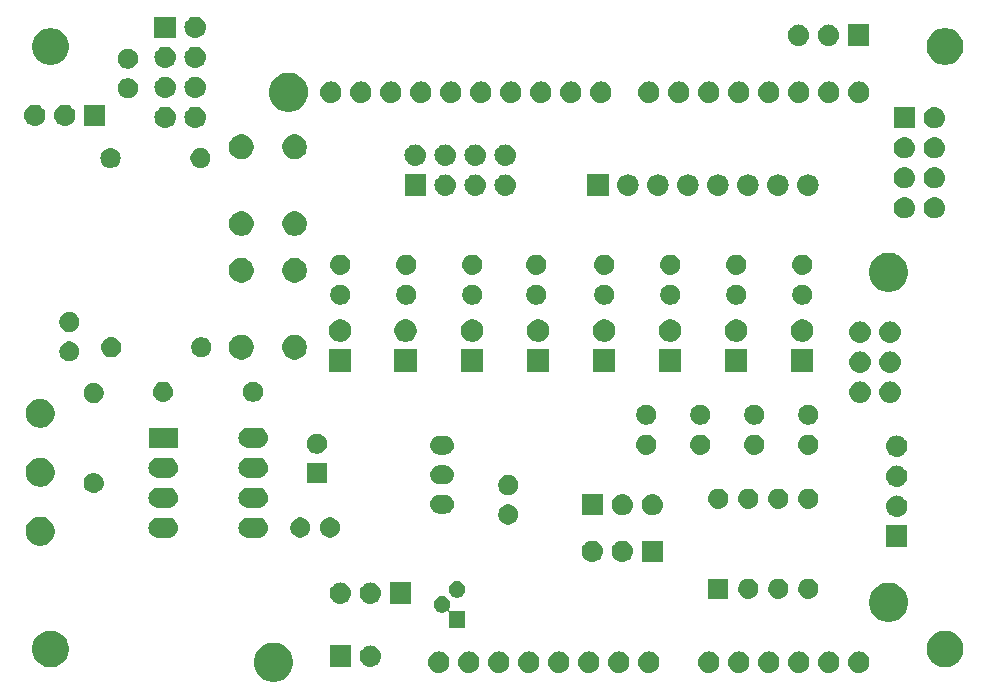
<source format=gbr>
G04 #@! TF.GenerationSoftware,KiCad,Pcbnew,5.0.2+dfsg1-1~bpo9+1*
G04 #@! TF.CreationDate,2021-06-23T00:14:27-03:00*
G04 #@! TF.ProjectId,minilab,6d696e69-6c61-4622-9e6b-696361645f70,rev?*
G04 #@! TF.SameCoordinates,Original*
G04 #@! TF.FileFunction,Soldermask,Top*
G04 #@! TF.FilePolarity,Negative*
%FSLAX46Y46*%
G04 Gerber Fmt 4.6, Leading zero omitted, Abs format (unit mm)*
G04 Created by KiCad (PCBNEW 5.0.2+dfsg1-1~bpo9+1) date mié 23 jun 2021 00:14:27 -03*
%MOMM*%
%LPD*%
G01*
G04 APERTURE LIST*
%ADD10C,0.100000*%
G04 APERTURE END LIST*
D10*
G36*
X114115257Y-115496799D02*
X114221580Y-115517948D01*
X114522043Y-115642404D01*
X114585792Y-115685000D01*
X114792455Y-115823088D01*
X115022414Y-116053047D01*
X115022416Y-116053050D01*
X115203098Y-116323459D01*
X115315540Y-116594917D01*
X115327554Y-116623923D01*
X115391001Y-116942890D01*
X115391001Y-117268112D01*
X115374560Y-117350764D01*
X115327554Y-117587080D01*
X115203098Y-117887543D01*
X115158312Y-117954570D01*
X115022414Y-118157955D01*
X114792455Y-118387914D01*
X114792452Y-118387916D01*
X114522043Y-118568598D01*
X114221580Y-118693054D01*
X114115257Y-118714203D01*
X113902612Y-118756501D01*
X113577390Y-118756501D01*
X113364745Y-118714203D01*
X113258422Y-118693054D01*
X112957959Y-118568598D01*
X112687550Y-118387916D01*
X112687547Y-118387914D01*
X112457588Y-118157955D01*
X112321690Y-117954570D01*
X112276904Y-117887543D01*
X112152448Y-117587080D01*
X112105442Y-117350764D01*
X112089001Y-117268112D01*
X112089001Y-116942890D01*
X112152448Y-116623923D01*
X112164463Y-116594917D01*
X112276904Y-116323459D01*
X112457586Y-116053050D01*
X112457588Y-116053047D01*
X112687547Y-115823088D01*
X112894210Y-115685000D01*
X112957959Y-115642404D01*
X113258422Y-115517948D01*
X113364745Y-115496799D01*
X113577390Y-115454501D01*
X113902612Y-115454501D01*
X114115257Y-115496799D01*
X114115257Y-115496799D01*
G37*
G36*
X163449295Y-116204134D02*
X163621695Y-116256432D01*
X163621697Y-116256433D01*
X163780584Y-116341360D01*
X163919850Y-116455652D01*
X164034142Y-116594918D01*
X164119069Y-116753805D01*
X164119070Y-116753807D01*
X164171368Y-116926207D01*
X164189026Y-117105501D01*
X164171368Y-117284795D01*
X164129612Y-117422443D01*
X164119069Y-117457197D01*
X164034142Y-117616084D01*
X163919850Y-117755350D01*
X163780584Y-117869642D01*
X163621697Y-117954569D01*
X163621695Y-117954570D01*
X163449295Y-118006868D01*
X163314932Y-118020101D01*
X163225070Y-118020101D01*
X163090707Y-118006868D01*
X162918307Y-117954570D01*
X162918305Y-117954569D01*
X162759418Y-117869642D01*
X162620152Y-117755350D01*
X162505860Y-117616084D01*
X162420933Y-117457197D01*
X162410390Y-117422443D01*
X162368634Y-117284795D01*
X162350976Y-117105501D01*
X162368634Y-116926207D01*
X162420932Y-116753807D01*
X162420933Y-116753805D01*
X162505860Y-116594918D01*
X162620152Y-116455652D01*
X162759418Y-116341360D01*
X162918305Y-116256433D01*
X162918307Y-116256432D01*
X163090707Y-116204134D01*
X163225070Y-116190901D01*
X163314932Y-116190901D01*
X163449295Y-116204134D01*
X163449295Y-116204134D01*
G37*
G36*
X150749295Y-116204134D02*
X150921695Y-116256432D01*
X150921697Y-116256433D01*
X151080584Y-116341360D01*
X151219850Y-116455652D01*
X151334142Y-116594918D01*
X151419069Y-116753805D01*
X151419070Y-116753807D01*
X151471368Y-116926207D01*
X151489026Y-117105501D01*
X151471368Y-117284795D01*
X151429612Y-117422443D01*
X151419069Y-117457197D01*
X151334142Y-117616084D01*
X151219850Y-117755350D01*
X151080584Y-117869642D01*
X150921697Y-117954569D01*
X150921695Y-117954570D01*
X150749295Y-118006868D01*
X150614932Y-118020101D01*
X150525070Y-118020101D01*
X150390707Y-118006868D01*
X150218307Y-117954570D01*
X150218305Y-117954569D01*
X150059418Y-117869642D01*
X149920152Y-117755350D01*
X149805860Y-117616084D01*
X149720933Y-117457197D01*
X149710390Y-117422443D01*
X149668634Y-117284795D01*
X149650976Y-117105501D01*
X149668634Y-116926207D01*
X149720932Y-116753807D01*
X149720933Y-116753805D01*
X149805860Y-116594918D01*
X149920152Y-116455652D01*
X150059418Y-116341360D01*
X150218305Y-116256433D01*
X150218307Y-116256432D01*
X150390707Y-116204134D01*
X150525070Y-116190901D01*
X150614932Y-116190901D01*
X150749295Y-116204134D01*
X150749295Y-116204134D01*
G37*
G36*
X145669295Y-116204134D02*
X145841695Y-116256432D01*
X145841697Y-116256433D01*
X146000584Y-116341360D01*
X146139850Y-116455652D01*
X146254142Y-116594918D01*
X146339069Y-116753805D01*
X146339070Y-116753807D01*
X146391368Y-116926207D01*
X146409026Y-117105501D01*
X146391368Y-117284795D01*
X146349612Y-117422443D01*
X146339069Y-117457197D01*
X146254142Y-117616084D01*
X146139850Y-117755350D01*
X146000584Y-117869642D01*
X145841697Y-117954569D01*
X145841695Y-117954570D01*
X145669295Y-118006868D01*
X145534932Y-118020101D01*
X145445070Y-118020101D01*
X145310707Y-118006868D01*
X145138307Y-117954570D01*
X145138305Y-117954569D01*
X144979418Y-117869642D01*
X144840152Y-117755350D01*
X144725860Y-117616084D01*
X144640933Y-117457197D01*
X144630390Y-117422443D01*
X144588634Y-117284795D01*
X144570976Y-117105501D01*
X144588634Y-116926207D01*
X144640932Y-116753807D01*
X144640933Y-116753805D01*
X144725860Y-116594918D01*
X144840152Y-116455652D01*
X144979418Y-116341360D01*
X145138305Y-116256433D01*
X145138307Y-116256432D01*
X145310707Y-116204134D01*
X145445070Y-116190901D01*
X145534932Y-116190901D01*
X145669295Y-116204134D01*
X145669295Y-116204134D01*
G37*
G36*
X143129295Y-116204134D02*
X143301695Y-116256432D01*
X143301697Y-116256433D01*
X143460584Y-116341360D01*
X143599850Y-116455652D01*
X143714142Y-116594918D01*
X143799069Y-116753805D01*
X143799070Y-116753807D01*
X143851368Y-116926207D01*
X143869026Y-117105501D01*
X143851368Y-117284795D01*
X143809612Y-117422443D01*
X143799069Y-117457197D01*
X143714142Y-117616084D01*
X143599850Y-117755350D01*
X143460584Y-117869642D01*
X143301697Y-117954569D01*
X143301695Y-117954570D01*
X143129295Y-118006868D01*
X142994932Y-118020101D01*
X142905070Y-118020101D01*
X142770707Y-118006868D01*
X142598307Y-117954570D01*
X142598305Y-117954569D01*
X142439418Y-117869642D01*
X142300152Y-117755350D01*
X142185860Y-117616084D01*
X142100933Y-117457197D01*
X142090390Y-117422443D01*
X142048634Y-117284795D01*
X142030976Y-117105501D01*
X142048634Y-116926207D01*
X142100932Y-116753807D01*
X142100933Y-116753805D01*
X142185860Y-116594918D01*
X142300152Y-116455652D01*
X142439418Y-116341360D01*
X142598305Y-116256433D01*
X142598307Y-116256432D01*
X142770707Y-116204134D01*
X142905070Y-116190901D01*
X142994932Y-116190901D01*
X143129295Y-116204134D01*
X143129295Y-116204134D01*
G37*
G36*
X140589295Y-116204134D02*
X140761695Y-116256432D01*
X140761697Y-116256433D01*
X140920584Y-116341360D01*
X141059850Y-116455652D01*
X141174142Y-116594918D01*
X141259069Y-116753805D01*
X141259070Y-116753807D01*
X141311368Y-116926207D01*
X141329026Y-117105501D01*
X141311368Y-117284795D01*
X141269612Y-117422443D01*
X141259069Y-117457197D01*
X141174142Y-117616084D01*
X141059850Y-117755350D01*
X140920584Y-117869642D01*
X140761697Y-117954569D01*
X140761695Y-117954570D01*
X140589295Y-118006868D01*
X140454932Y-118020101D01*
X140365070Y-118020101D01*
X140230707Y-118006868D01*
X140058307Y-117954570D01*
X140058305Y-117954569D01*
X139899418Y-117869642D01*
X139760152Y-117755350D01*
X139645860Y-117616084D01*
X139560933Y-117457197D01*
X139550390Y-117422443D01*
X139508634Y-117284795D01*
X139490976Y-117105501D01*
X139508634Y-116926207D01*
X139560932Y-116753807D01*
X139560933Y-116753805D01*
X139645860Y-116594918D01*
X139760152Y-116455652D01*
X139899418Y-116341360D01*
X140058305Y-116256433D01*
X140058307Y-116256432D01*
X140230707Y-116204134D01*
X140365070Y-116190901D01*
X140454932Y-116190901D01*
X140589295Y-116204134D01*
X140589295Y-116204134D01*
G37*
G36*
X138049295Y-116204134D02*
X138221695Y-116256432D01*
X138221697Y-116256433D01*
X138380584Y-116341360D01*
X138519850Y-116455652D01*
X138634142Y-116594918D01*
X138719069Y-116753805D01*
X138719070Y-116753807D01*
X138771368Y-116926207D01*
X138789026Y-117105501D01*
X138771368Y-117284795D01*
X138729612Y-117422443D01*
X138719069Y-117457197D01*
X138634142Y-117616084D01*
X138519850Y-117755350D01*
X138380584Y-117869642D01*
X138221697Y-117954569D01*
X138221695Y-117954570D01*
X138049295Y-118006868D01*
X137914932Y-118020101D01*
X137825070Y-118020101D01*
X137690707Y-118006868D01*
X137518307Y-117954570D01*
X137518305Y-117954569D01*
X137359418Y-117869642D01*
X137220152Y-117755350D01*
X137105860Y-117616084D01*
X137020933Y-117457197D01*
X137010390Y-117422443D01*
X136968634Y-117284795D01*
X136950976Y-117105501D01*
X136968634Y-116926207D01*
X137020932Y-116753807D01*
X137020933Y-116753805D01*
X137105860Y-116594918D01*
X137220152Y-116455652D01*
X137359418Y-116341360D01*
X137518305Y-116256433D01*
X137518307Y-116256432D01*
X137690707Y-116204134D01*
X137825070Y-116190901D01*
X137914932Y-116190901D01*
X138049295Y-116204134D01*
X138049295Y-116204134D01*
G37*
G36*
X135509295Y-116204134D02*
X135681695Y-116256432D01*
X135681697Y-116256433D01*
X135840584Y-116341360D01*
X135979850Y-116455652D01*
X136094142Y-116594918D01*
X136179069Y-116753805D01*
X136179070Y-116753807D01*
X136231368Y-116926207D01*
X136249026Y-117105501D01*
X136231368Y-117284795D01*
X136189612Y-117422443D01*
X136179069Y-117457197D01*
X136094142Y-117616084D01*
X135979850Y-117755350D01*
X135840584Y-117869642D01*
X135681697Y-117954569D01*
X135681695Y-117954570D01*
X135509295Y-118006868D01*
X135374932Y-118020101D01*
X135285070Y-118020101D01*
X135150707Y-118006868D01*
X134978307Y-117954570D01*
X134978305Y-117954569D01*
X134819418Y-117869642D01*
X134680152Y-117755350D01*
X134565860Y-117616084D01*
X134480933Y-117457197D01*
X134470390Y-117422443D01*
X134428634Y-117284795D01*
X134410976Y-117105501D01*
X134428634Y-116926207D01*
X134480932Y-116753807D01*
X134480933Y-116753805D01*
X134565860Y-116594918D01*
X134680152Y-116455652D01*
X134819418Y-116341360D01*
X134978305Y-116256433D01*
X134978307Y-116256432D01*
X135150707Y-116204134D01*
X135285070Y-116190901D01*
X135374932Y-116190901D01*
X135509295Y-116204134D01*
X135509295Y-116204134D01*
G37*
G36*
X130429295Y-116204134D02*
X130601695Y-116256432D01*
X130601697Y-116256433D01*
X130760584Y-116341360D01*
X130899850Y-116455652D01*
X131014142Y-116594918D01*
X131099069Y-116753805D01*
X131099070Y-116753807D01*
X131151368Y-116926207D01*
X131169026Y-117105501D01*
X131151368Y-117284795D01*
X131109612Y-117422443D01*
X131099069Y-117457197D01*
X131014142Y-117616084D01*
X130899850Y-117755350D01*
X130760584Y-117869642D01*
X130601697Y-117954569D01*
X130601695Y-117954570D01*
X130429295Y-118006868D01*
X130294932Y-118020101D01*
X130205070Y-118020101D01*
X130070707Y-118006868D01*
X129898307Y-117954570D01*
X129898305Y-117954569D01*
X129739418Y-117869642D01*
X129600152Y-117755350D01*
X129485860Y-117616084D01*
X129400933Y-117457197D01*
X129390390Y-117422443D01*
X129348634Y-117284795D01*
X129330976Y-117105501D01*
X129348634Y-116926207D01*
X129400932Y-116753807D01*
X129400933Y-116753805D01*
X129485860Y-116594918D01*
X129600152Y-116455652D01*
X129739418Y-116341360D01*
X129898305Y-116256433D01*
X129898307Y-116256432D01*
X130070707Y-116204134D01*
X130205070Y-116190901D01*
X130294932Y-116190901D01*
X130429295Y-116204134D01*
X130429295Y-116204134D01*
G37*
G36*
X132969295Y-116204134D02*
X133141695Y-116256432D01*
X133141697Y-116256433D01*
X133300584Y-116341360D01*
X133439850Y-116455652D01*
X133554142Y-116594918D01*
X133639069Y-116753805D01*
X133639070Y-116753807D01*
X133691368Y-116926207D01*
X133709026Y-117105501D01*
X133691368Y-117284795D01*
X133649612Y-117422443D01*
X133639069Y-117457197D01*
X133554142Y-117616084D01*
X133439850Y-117755350D01*
X133300584Y-117869642D01*
X133141697Y-117954569D01*
X133141695Y-117954570D01*
X132969295Y-118006868D01*
X132834932Y-118020101D01*
X132745070Y-118020101D01*
X132610707Y-118006868D01*
X132438307Y-117954570D01*
X132438305Y-117954569D01*
X132279418Y-117869642D01*
X132140152Y-117755350D01*
X132025860Y-117616084D01*
X131940933Y-117457197D01*
X131930390Y-117422443D01*
X131888634Y-117284795D01*
X131870976Y-117105501D01*
X131888634Y-116926207D01*
X131940932Y-116753807D01*
X131940933Y-116753805D01*
X132025860Y-116594918D01*
X132140152Y-116455652D01*
X132279418Y-116341360D01*
X132438305Y-116256433D01*
X132438307Y-116256432D01*
X132610707Y-116204134D01*
X132745070Y-116190901D01*
X132834932Y-116190901D01*
X132969295Y-116204134D01*
X132969295Y-116204134D01*
G37*
G36*
X160909295Y-116204134D02*
X161081695Y-116256432D01*
X161081697Y-116256433D01*
X161240584Y-116341360D01*
X161379850Y-116455652D01*
X161494142Y-116594918D01*
X161579069Y-116753805D01*
X161579070Y-116753807D01*
X161631368Y-116926207D01*
X161649026Y-117105501D01*
X161631368Y-117284795D01*
X161589612Y-117422443D01*
X161579069Y-117457197D01*
X161494142Y-117616084D01*
X161379850Y-117755350D01*
X161240584Y-117869642D01*
X161081697Y-117954569D01*
X161081695Y-117954570D01*
X160909295Y-118006868D01*
X160774932Y-118020101D01*
X160685070Y-118020101D01*
X160550707Y-118006868D01*
X160378307Y-117954570D01*
X160378305Y-117954569D01*
X160219418Y-117869642D01*
X160080152Y-117755350D01*
X159965860Y-117616084D01*
X159880933Y-117457197D01*
X159870390Y-117422443D01*
X159828634Y-117284795D01*
X159810976Y-117105501D01*
X159828634Y-116926207D01*
X159880932Y-116753807D01*
X159880933Y-116753805D01*
X159965860Y-116594918D01*
X160080152Y-116455652D01*
X160219418Y-116341360D01*
X160378305Y-116256433D01*
X160378307Y-116256432D01*
X160550707Y-116204134D01*
X160685070Y-116190901D01*
X160774932Y-116190901D01*
X160909295Y-116204134D01*
X160909295Y-116204134D01*
G37*
G36*
X158369295Y-116204134D02*
X158541695Y-116256432D01*
X158541697Y-116256433D01*
X158700584Y-116341360D01*
X158839850Y-116455652D01*
X158954142Y-116594918D01*
X159039069Y-116753805D01*
X159039070Y-116753807D01*
X159091368Y-116926207D01*
X159109026Y-117105501D01*
X159091368Y-117284795D01*
X159049612Y-117422443D01*
X159039069Y-117457197D01*
X158954142Y-117616084D01*
X158839850Y-117755350D01*
X158700584Y-117869642D01*
X158541697Y-117954569D01*
X158541695Y-117954570D01*
X158369295Y-118006868D01*
X158234932Y-118020101D01*
X158145070Y-118020101D01*
X158010707Y-118006868D01*
X157838307Y-117954570D01*
X157838305Y-117954569D01*
X157679418Y-117869642D01*
X157540152Y-117755350D01*
X157425860Y-117616084D01*
X157340933Y-117457197D01*
X157330390Y-117422443D01*
X157288634Y-117284795D01*
X157270976Y-117105501D01*
X157288634Y-116926207D01*
X157340932Y-116753807D01*
X157340933Y-116753805D01*
X157425860Y-116594918D01*
X157540152Y-116455652D01*
X157679418Y-116341360D01*
X157838305Y-116256433D01*
X157838307Y-116256432D01*
X158010707Y-116204134D01*
X158145070Y-116190901D01*
X158234932Y-116190901D01*
X158369295Y-116204134D01*
X158369295Y-116204134D01*
G37*
G36*
X153289295Y-116204134D02*
X153461695Y-116256432D01*
X153461697Y-116256433D01*
X153620584Y-116341360D01*
X153759850Y-116455652D01*
X153874142Y-116594918D01*
X153959069Y-116753805D01*
X153959070Y-116753807D01*
X154011368Y-116926207D01*
X154029026Y-117105501D01*
X154011368Y-117284795D01*
X153969612Y-117422443D01*
X153959069Y-117457197D01*
X153874142Y-117616084D01*
X153759850Y-117755350D01*
X153620584Y-117869642D01*
X153461697Y-117954569D01*
X153461695Y-117954570D01*
X153289295Y-118006868D01*
X153154932Y-118020101D01*
X153065070Y-118020101D01*
X152930707Y-118006868D01*
X152758307Y-117954570D01*
X152758305Y-117954569D01*
X152599418Y-117869642D01*
X152460152Y-117755350D01*
X152345860Y-117616084D01*
X152260933Y-117457197D01*
X152250390Y-117422443D01*
X152208634Y-117284795D01*
X152190976Y-117105501D01*
X152208634Y-116926207D01*
X152260932Y-116753807D01*
X152260933Y-116753805D01*
X152345860Y-116594918D01*
X152460152Y-116455652D01*
X152599418Y-116341360D01*
X152758305Y-116256433D01*
X152758307Y-116256432D01*
X152930707Y-116204134D01*
X153065070Y-116190901D01*
X153154932Y-116190901D01*
X153289295Y-116204134D01*
X153289295Y-116204134D01*
G37*
G36*
X127889295Y-116204134D02*
X128061695Y-116256432D01*
X128061697Y-116256433D01*
X128220584Y-116341360D01*
X128359850Y-116455652D01*
X128474142Y-116594918D01*
X128559069Y-116753805D01*
X128559070Y-116753807D01*
X128611368Y-116926207D01*
X128629026Y-117105501D01*
X128611368Y-117284795D01*
X128569612Y-117422443D01*
X128559069Y-117457197D01*
X128474142Y-117616084D01*
X128359850Y-117755350D01*
X128220584Y-117869642D01*
X128061697Y-117954569D01*
X128061695Y-117954570D01*
X127889295Y-118006868D01*
X127754932Y-118020101D01*
X127665070Y-118020101D01*
X127530707Y-118006868D01*
X127358307Y-117954570D01*
X127358305Y-117954569D01*
X127199418Y-117869642D01*
X127060152Y-117755350D01*
X126945860Y-117616084D01*
X126860933Y-117457197D01*
X126850390Y-117422443D01*
X126808634Y-117284795D01*
X126790976Y-117105501D01*
X126808634Y-116926207D01*
X126860932Y-116753807D01*
X126860933Y-116753805D01*
X126945860Y-116594918D01*
X127060152Y-116455652D01*
X127199418Y-116341360D01*
X127358305Y-116256433D01*
X127358307Y-116256432D01*
X127530707Y-116204134D01*
X127665070Y-116190901D01*
X127754932Y-116190901D01*
X127889295Y-116204134D01*
X127889295Y-116204134D01*
G37*
G36*
X155829295Y-116204134D02*
X156001695Y-116256432D01*
X156001697Y-116256433D01*
X156160584Y-116341360D01*
X156299850Y-116455652D01*
X156414142Y-116594918D01*
X156499069Y-116753805D01*
X156499070Y-116753807D01*
X156551368Y-116926207D01*
X156569026Y-117105501D01*
X156551368Y-117284795D01*
X156509612Y-117422443D01*
X156499069Y-117457197D01*
X156414142Y-117616084D01*
X156299850Y-117755350D01*
X156160584Y-117869642D01*
X156001697Y-117954569D01*
X156001695Y-117954570D01*
X155829295Y-118006868D01*
X155694932Y-118020101D01*
X155605070Y-118020101D01*
X155470707Y-118006868D01*
X155298307Y-117954570D01*
X155298305Y-117954569D01*
X155139418Y-117869642D01*
X155000152Y-117755350D01*
X154885860Y-117616084D01*
X154800933Y-117457197D01*
X154790390Y-117422443D01*
X154748634Y-117284795D01*
X154730976Y-117105501D01*
X154748634Y-116926207D01*
X154800932Y-116753807D01*
X154800933Y-116753805D01*
X154885860Y-116594918D01*
X155000152Y-116455652D01*
X155139418Y-116341360D01*
X155298305Y-116256433D01*
X155298307Y-116256432D01*
X155470707Y-116204134D01*
X155605070Y-116190901D01*
X155694932Y-116190901D01*
X155829295Y-116204134D01*
X155829295Y-116204134D01*
G37*
G36*
X170938897Y-114465263D02*
X171038772Y-114485129D01*
X171155679Y-114533554D01*
X171321011Y-114602036D01*
X171575025Y-114771763D01*
X171791037Y-114987775D01*
X171960764Y-115241789D01*
X172029246Y-115407121D01*
X172075153Y-115517948D01*
X172077671Y-115524029D01*
X172137270Y-115823651D01*
X172137270Y-116129149D01*
X172077671Y-116428771D01*
X171960764Y-116711011D01*
X171791037Y-116965025D01*
X171575025Y-117181037D01*
X171321011Y-117350764D01*
X171155679Y-117419246D01*
X171038772Y-117467671D01*
X170941598Y-117487000D01*
X170739149Y-117527270D01*
X170433651Y-117527270D01*
X170231202Y-117487000D01*
X170134028Y-117467671D01*
X170017121Y-117419246D01*
X169851789Y-117350764D01*
X169597775Y-117181037D01*
X169381763Y-116965025D01*
X169212036Y-116711011D01*
X169095129Y-116428771D01*
X169035530Y-116129149D01*
X169035530Y-115823651D01*
X169095129Y-115524029D01*
X169097648Y-115517948D01*
X169143554Y-115407121D01*
X169212036Y-115241789D01*
X169381763Y-114987775D01*
X169597775Y-114771763D01*
X169851789Y-114602036D01*
X170017121Y-114533554D01*
X170134028Y-114485129D01*
X170233903Y-114465263D01*
X170433651Y-114425530D01*
X170739149Y-114425530D01*
X170938897Y-114465263D01*
X170938897Y-114465263D01*
G37*
G36*
X95196097Y-114465263D02*
X95295972Y-114485129D01*
X95412879Y-114533554D01*
X95578211Y-114602036D01*
X95832225Y-114771763D01*
X96048237Y-114987775D01*
X96217964Y-115241789D01*
X96286446Y-115407121D01*
X96332353Y-115517948D01*
X96334871Y-115524029D01*
X96394470Y-115823651D01*
X96394470Y-116129149D01*
X96334871Y-116428771D01*
X96217964Y-116711011D01*
X96048237Y-116965025D01*
X95832225Y-117181037D01*
X95578211Y-117350764D01*
X95412879Y-117419246D01*
X95295972Y-117467671D01*
X95198798Y-117487000D01*
X94996349Y-117527270D01*
X94690851Y-117527270D01*
X94488402Y-117487000D01*
X94391228Y-117467671D01*
X94274321Y-117419246D01*
X94108989Y-117350764D01*
X93854975Y-117181037D01*
X93638963Y-116965025D01*
X93469236Y-116711011D01*
X93352329Y-116428771D01*
X93292730Y-116129149D01*
X93292730Y-115823651D01*
X93352329Y-115524029D01*
X93354848Y-115517948D01*
X93400754Y-115407121D01*
X93469236Y-115241789D01*
X93638963Y-114987775D01*
X93854975Y-114771763D01*
X94108989Y-114602036D01*
X94274321Y-114533554D01*
X94391228Y-114485129D01*
X94491103Y-114465263D01*
X94690851Y-114425530D01*
X94996349Y-114425530D01*
X95196097Y-114465263D01*
X95196097Y-114465263D01*
G37*
G36*
X120281000Y-117487000D02*
X118479000Y-117487000D01*
X118479000Y-115685000D01*
X120281000Y-115685000D01*
X120281000Y-117487000D01*
X120281000Y-117487000D01*
G37*
G36*
X122030443Y-115691519D02*
X122096627Y-115698037D01*
X122209853Y-115732384D01*
X122266467Y-115749557D01*
X122404028Y-115823086D01*
X122422991Y-115833222D01*
X122458729Y-115862552D01*
X122560186Y-115945814D01*
X122643448Y-116047271D01*
X122672778Y-116083009D01*
X122672779Y-116083011D01*
X122756443Y-116239533D01*
X122756443Y-116239534D01*
X122807963Y-116409373D01*
X122825359Y-116586000D01*
X122807963Y-116762627D01*
X122773616Y-116875853D01*
X122756443Y-116932467D01*
X122739040Y-116965025D01*
X122672778Y-117088991D01*
X122659228Y-117105501D01*
X122560186Y-117226186D01*
X122458729Y-117309448D01*
X122422991Y-117338778D01*
X122422989Y-117338779D01*
X122266467Y-117422443D01*
X122209853Y-117439616D01*
X122096627Y-117473963D01*
X122030442Y-117480482D01*
X121964260Y-117487000D01*
X121875740Y-117487000D01*
X121809558Y-117480482D01*
X121743373Y-117473963D01*
X121630147Y-117439616D01*
X121573533Y-117422443D01*
X121417011Y-117338779D01*
X121417009Y-117338778D01*
X121381271Y-117309448D01*
X121279814Y-117226186D01*
X121180772Y-117105501D01*
X121167222Y-117088991D01*
X121100960Y-116965025D01*
X121083557Y-116932467D01*
X121066384Y-116875853D01*
X121032037Y-116762627D01*
X121014641Y-116586000D01*
X121032037Y-116409373D01*
X121083557Y-116239534D01*
X121083557Y-116239533D01*
X121167221Y-116083011D01*
X121167222Y-116083009D01*
X121196552Y-116047271D01*
X121279814Y-115945814D01*
X121381271Y-115862552D01*
X121417009Y-115833222D01*
X121435972Y-115823086D01*
X121573533Y-115749557D01*
X121630147Y-115732384D01*
X121743373Y-115698037D01*
X121809557Y-115691519D01*
X121875740Y-115685000D01*
X121964260Y-115685000D01*
X122030443Y-115691519D01*
X122030443Y-115691519D01*
G37*
G36*
X128204472Y-111525938D02*
X128332049Y-111578782D01*
X128446865Y-111655500D01*
X128544500Y-111753135D01*
X128621218Y-111867951D01*
X128674062Y-111995528D01*
X128701000Y-112130956D01*
X128701000Y-112269044D01*
X128674062Y-112404472D01*
X128621218Y-112532049D01*
X128592817Y-112574554D01*
X128581266Y-112596165D01*
X128574153Y-112619614D01*
X128571751Y-112644000D01*
X128574153Y-112668386D01*
X128581266Y-112691836D01*
X128592817Y-112713446D01*
X128608363Y-112732388D01*
X128627305Y-112747934D01*
X128648916Y-112759485D01*
X128672365Y-112766598D01*
X128696751Y-112769000D01*
X129971000Y-112769000D01*
X129971000Y-114171000D01*
X128569000Y-114171000D01*
X128569000Y-112896751D01*
X128566598Y-112872365D01*
X128559485Y-112848916D01*
X128547934Y-112827305D01*
X128532388Y-112808363D01*
X128513446Y-112792817D01*
X128491835Y-112781266D01*
X128468386Y-112774153D01*
X128444000Y-112771751D01*
X128419614Y-112774153D01*
X128396165Y-112781266D01*
X128374554Y-112792817D01*
X128332049Y-112821218D01*
X128204472Y-112874062D01*
X128069044Y-112901000D01*
X127930956Y-112901000D01*
X127795528Y-112874062D01*
X127667951Y-112821218D01*
X127553135Y-112744500D01*
X127455500Y-112646865D01*
X127378782Y-112532049D01*
X127325938Y-112404472D01*
X127299000Y-112269044D01*
X127299000Y-112130956D01*
X127325938Y-111995528D01*
X127378782Y-111867951D01*
X127455500Y-111753135D01*
X127553135Y-111655500D01*
X127667951Y-111578782D01*
X127795528Y-111525938D01*
X127930956Y-111499000D01*
X128069044Y-111499000D01*
X128204472Y-111525938D01*
X128204472Y-111525938D01*
G37*
G36*
X166179013Y-110415557D02*
X166291580Y-110437948D01*
X166592043Y-110562404D01*
X166804218Y-110704175D01*
X166862455Y-110743088D01*
X167092414Y-110973047D01*
X167092416Y-110973050D01*
X167273098Y-111243459D01*
X167397554Y-111543922D01*
X167414875Y-111631000D01*
X167430527Y-111709686D01*
X167461001Y-111862892D01*
X167461001Y-112188110D01*
X167397554Y-112507080D01*
X167350941Y-112619614D01*
X167299211Y-112744502D01*
X167273098Y-112807543D01*
X167259893Y-112827305D01*
X167092414Y-113077955D01*
X166862455Y-113307914D01*
X166862452Y-113307916D01*
X166592043Y-113488598D01*
X166291580Y-113613054D01*
X166185257Y-113634203D01*
X165972612Y-113676501D01*
X165647390Y-113676501D01*
X165434745Y-113634203D01*
X165328422Y-113613054D01*
X165027959Y-113488598D01*
X164757550Y-113307916D01*
X164757547Y-113307914D01*
X164527588Y-113077955D01*
X164360109Y-112827305D01*
X164346904Y-112807543D01*
X164320792Y-112744502D01*
X164269061Y-112619614D01*
X164222448Y-112507080D01*
X164159001Y-112188110D01*
X164159001Y-111862892D01*
X164189476Y-111709686D01*
X164205127Y-111631000D01*
X164222448Y-111543922D01*
X164346904Y-111243459D01*
X164527586Y-110973050D01*
X164527588Y-110973047D01*
X164757547Y-110743088D01*
X164815784Y-110704175D01*
X165027959Y-110562404D01*
X165328422Y-110437948D01*
X165440989Y-110415557D01*
X165647390Y-110374501D01*
X165972612Y-110374501D01*
X166179013Y-110415557D01*
X166179013Y-110415557D01*
G37*
G36*
X122030443Y-110357519D02*
X122096627Y-110364037D01*
X122201738Y-110395922D01*
X122266467Y-110415557D01*
X122392895Y-110483135D01*
X122422991Y-110499222D01*
X122458729Y-110528552D01*
X122560186Y-110611814D01*
X122635987Y-110704179D01*
X122672778Y-110749009D01*
X122672779Y-110749011D01*
X122756443Y-110905533D01*
X122756443Y-110905534D01*
X122807963Y-111075373D01*
X122825359Y-111252000D01*
X122807963Y-111428627D01*
X122778444Y-111525938D01*
X122756443Y-111598467D01*
X122696994Y-111709686D01*
X122672778Y-111754991D01*
X122643448Y-111790729D01*
X122560186Y-111892186D01*
X122458729Y-111975448D01*
X122422991Y-112004778D01*
X122422989Y-112004779D01*
X122266467Y-112088443D01*
X122209853Y-112105616D01*
X122096627Y-112139963D01*
X122030443Y-112146481D01*
X121964260Y-112153000D01*
X121875740Y-112153000D01*
X121809557Y-112146481D01*
X121743373Y-112139963D01*
X121630147Y-112105616D01*
X121573533Y-112088443D01*
X121417011Y-112004779D01*
X121417009Y-112004778D01*
X121381271Y-111975448D01*
X121279814Y-111892186D01*
X121196552Y-111790729D01*
X121167222Y-111754991D01*
X121143006Y-111709686D01*
X121083557Y-111598467D01*
X121061556Y-111525938D01*
X121032037Y-111428627D01*
X121014641Y-111252000D01*
X121032037Y-111075373D01*
X121083557Y-110905534D01*
X121083557Y-110905533D01*
X121167221Y-110749011D01*
X121167222Y-110749009D01*
X121204013Y-110704179D01*
X121279814Y-110611814D01*
X121381271Y-110528552D01*
X121417009Y-110499222D01*
X121447105Y-110483135D01*
X121573533Y-110415557D01*
X121638262Y-110395922D01*
X121743373Y-110364037D01*
X121809557Y-110357519D01*
X121875740Y-110351000D01*
X121964260Y-110351000D01*
X122030443Y-110357519D01*
X122030443Y-110357519D01*
G37*
G36*
X125361000Y-112153000D02*
X123559000Y-112153000D01*
X123559000Y-110351000D01*
X125361000Y-110351000D01*
X125361000Y-112153000D01*
X125361000Y-112153000D01*
G37*
G36*
X119490443Y-110357519D02*
X119556627Y-110364037D01*
X119661738Y-110395922D01*
X119726467Y-110415557D01*
X119852895Y-110483135D01*
X119882991Y-110499222D01*
X119918729Y-110528552D01*
X120020186Y-110611814D01*
X120095987Y-110704179D01*
X120132778Y-110749009D01*
X120132779Y-110749011D01*
X120216443Y-110905533D01*
X120216443Y-110905534D01*
X120267963Y-111075373D01*
X120285359Y-111252000D01*
X120267963Y-111428627D01*
X120238444Y-111525938D01*
X120216443Y-111598467D01*
X120156994Y-111709686D01*
X120132778Y-111754991D01*
X120103448Y-111790729D01*
X120020186Y-111892186D01*
X119918729Y-111975448D01*
X119882991Y-112004778D01*
X119882989Y-112004779D01*
X119726467Y-112088443D01*
X119669853Y-112105616D01*
X119556627Y-112139963D01*
X119490443Y-112146481D01*
X119424260Y-112153000D01*
X119335740Y-112153000D01*
X119269557Y-112146481D01*
X119203373Y-112139963D01*
X119090147Y-112105616D01*
X119033533Y-112088443D01*
X118877011Y-112004779D01*
X118877009Y-112004778D01*
X118841271Y-111975448D01*
X118739814Y-111892186D01*
X118656552Y-111790729D01*
X118627222Y-111754991D01*
X118603006Y-111709686D01*
X118543557Y-111598467D01*
X118521556Y-111525938D01*
X118492037Y-111428627D01*
X118474641Y-111252000D01*
X118492037Y-111075373D01*
X118543557Y-110905534D01*
X118543557Y-110905533D01*
X118627221Y-110749011D01*
X118627222Y-110749009D01*
X118664013Y-110704179D01*
X118739814Y-110611814D01*
X118841271Y-110528552D01*
X118877009Y-110499222D01*
X118907105Y-110483135D01*
X119033533Y-110415557D01*
X119098262Y-110395922D01*
X119203373Y-110364037D01*
X119269557Y-110357519D01*
X119335740Y-110351000D01*
X119424260Y-110351000D01*
X119490443Y-110357519D01*
X119490443Y-110357519D01*
G37*
G36*
X159170821Y-110032313D02*
X159170824Y-110032314D01*
X159170825Y-110032314D01*
X159331239Y-110080975D01*
X159331241Y-110080976D01*
X159331244Y-110080977D01*
X159479078Y-110159995D01*
X159608659Y-110266341D01*
X159715005Y-110395922D01*
X159794023Y-110543756D01*
X159794024Y-110543759D01*
X159794025Y-110543761D01*
X159814669Y-110611815D01*
X159842687Y-110704179D01*
X159859117Y-110871000D01*
X159842687Y-111037821D01*
X159794023Y-111198244D01*
X159715005Y-111346078D01*
X159608659Y-111475659D01*
X159479078Y-111582005D01*
X159331244Y-111661023D01*
X159331241Y-111661024D01*
X159331239Y-111661025D01*
X159170825Y-111709686D01*
X159170824Y-111709686D01*
X159170821Y-111709687D01*
X159045804Y-111722000D01*
X158962196Y-111722000D01*
X158837179Y-111709687D01*
X158837176Y-111709686D01*
X158837175Y-111709686D01*
X158676761Y-111661025D01*
X158676759Y-111661024D01*
X158676756Y-111661023D01*
X158528922Y-111582005D01*
X158399341Y-111475659D01*
X158292995Y-111346078D01*
X158213977Y-111198244D01*
X158165313Y-111037821D01*
X158148883Y-110871000D01*
X158165313Y-110704179D01*
X158193331Y-110611815D01*
X158213975Y-110543761D01*
X158213976Y-110543759D01*
X158213977Y-110543756D01*
X158292995Y-110395922D01*
X158399341Y-110266341D01*
X158528922Y-110159995D01*
X158676756Y-110080977D01*
X158676759Y-110080976D01*
X158676761Y-110080975D01*
X158837175Y-110032314D01*
X158837176Y-110032314D01*
X158837179Y-110032313D01*
X158962196Y-110020000D01*
X159045804Y-110020000D01*
X159170821Y-110032313D01*
X159170821Y-110032313D01*
G37*
G36*
X156630821Y-110032313D02*
X156630824Y-110032314D01*
X156630825Y-110032314D01*
X156791239Y-110080975D01*
X156791241Y-110080976D01*
X156791244Y-110080977D01*
X156939078Y-110159995D01*
X157068659Y-110266341D01*
X157175005Y-110395922D01*
X157254023Y-110543756D01*
X157254024Y-110543759D01*
X157254025Y-110543761D01*
X157274669Y-110611815D01*
X157302687Y-110704179D01*
X157319117Y-110871000D01*
X157302687Y-111037821D01*
X157254023Y-111198244D01*
X157175005Y-111346078D01*
X157068659Y-111475659D01*
X156939078Y-111582005D01*
X156791244Y-111661023D01*
X156791241Y-111661024D01*
X156791239Y-111661025D01*
X156630825Y-111709686D01*
X156630824Y-111709686D01*
X156630821Y-111709687D01*
X156505804Y-111722000D01*
X156422196Y-111722000D01*
X156297179Y-111709687D01*
X156297176Y-111709686D01*
X156297175Y-111709686D01*
X156136761Y-111661025D01*
X156136759Y-111661024D01*
X156136756Y-111661023D01*
X155988922Y-111582005D01*
X155859341Y-111475659D01*
X155752995Y-111346078D01*
X155673977Y-111198244D01*
X155625313Y-111037821D01*
X155608883Y-110871000D01*
X155625313Y-110704179D01*
X155653331Y-110611815D01*
X155673975Y-110543761D01*
X155673976Y-110543759D01*
X155673977Y-110543756D01*
X155752995Y-110395922D01*
X155859341Y-110266341D01*
X155988922Y-110159995D01*
X156136756Y-110080977D01*
X156136759Y-110080976D01*
X156136761Y-110080975D01*
X156297175Y-110032314D01*
X156297176Y-110032314D01*
X156297179Y-110032313D01*
X156422196Y-110020000D01*
X156505804Y-110020000D01*
X156630821Y-110032313D01*
X156630821Y-110032313D01*
G37*
G36*
X154090821Y-110032313D02*
X154090824Y-110032314D01*
X154090825Y-110032314D01*
X154251239Y-110080975D01*
X154251241Y-110080976D01*
X154251244Y-110080977D01*
X154399078Y-110159995D01*
X154528659Y-110266341D01*
X154635005Y-110395922D01*
X154714023Y-110543756D01*
X154714024Y-110543759D01*
X154714025Y-110543761D01*
X154734669Y-110611815D01*
X154762687Y-110704179D01*
X154779117Y-110871000D01*
X154762687Y-111037821D01*
X154714023Y-111198244D01*
X154635005Y-111346078D01*
X154528659Y-111475659D01*
X154399078Y-111582005D01*
X154251244Y-111661023D01*
X154251241Y-111661024D01*
X154251239Y-111661025D01*
X154090825Y-111709686D01*
X154090824Y-111709686D01*
X154090821Y-111709687D01*
X153965804Y-111722000D01*
X153882196Y-111722000D01*
X153757179Y-111709687D01*
X153757176Y-111709686D01*
X153757175Y-111709686D01*
X153596761Y-111661025D01*
X153596759Y-111661024D01*
X153596756Y-111661023D01*
X153448922Y-111582005D01*
X153319341Y-111475659D01*
X153212995Y-111346078D01*
X153133977Y-111198244D01*
X153085313Y-111037821D01*
X153068883Y-110871000D01*
X153085313Y-110704179D01*
X153113331Y-110611815D01*
X153133975Y-110543761D01*
X153133976Y-110543759D01*
X153133977Y-110543756D01*
X153212995Y-110395922D01*
X153319341Y-110266341D01*
X153448922Y-110159995D01*
X153596756Y-110080977D01*
X153596759Y-110080976D01*
X153596761Y-110080975D01*
X153757175Y-110032314D01*
X153757176Y-110032314D01*
X153757179Y-110032313D01*
X153882196Y-110020000D01*
X153965804Y-110020000D01*
X154090821Y-110032313D01*
X154090821Y-110032313D01*
G37*
G36*
X152235000Y-111722000D02*
X150533000Y-111722000D01*
X150533000Y-110020000D01*
X152235000Y-110020000D01*
X152235000Y-111722000D01*
X152235000Y-111722000D01*
G37*
G36*
X129474472Y-110255938D02*
X129602049Y-110308782D01*
X129716865Y-110385500D01*
X129814500Y-110483135D01*
X129891218Y-110597951D01*
X129944062Y-110725528D01*
X129971000Y-110860956D01*
X129971000Y-110999044D01*
X129944062Y-111134472D01*
X129891218Y-111262049D01*
X129814500Y-111376865D01*
X129716865Y-111474500D01*
X129602049Y-111551218D01*
X129474472Y-111604062D01*
X129339044Y-111631000D01*
X129200956Y-111631000D01*
X129065528Y-111604062D01*
X128937951Y-111551218D01*
X128823135Y-111474500D01*
X128725500Y-111376865D01*
X128648782Y-111262049D01*
X128595938Y-111134472D01*
X128569000Y-110999044D01*
X128569000Y-110860956D01*
X128595938Y-110725528D01*
X128648782Y-110597951D01*
X128725500Y-110483135D01*
X128823135Y-110385500D01*
X128937951Y-110308782D01*
X129065528Y-110255938D01*
X129200956Y-110229000D01*
X129339044Y-110229000D01*
X129474472Y-110255938D01*
X129474472Y-110255938D01*
G37*
G36*
X140826443Y-106805519D02*
X140892627Y-106812037D01*
X141005853Y-106846384D01*
X141062467Y-106863557D01*
X141201087Y-106937652D01*
X141218991Y-106947222D01*
X141235064Y-106960413D01*
X141356186Y-107059814D01*
X141439448Y-107161271D01*
X141468778Y-107197009D01*
X141468779Y-107197011D01*
X141552443Y-107353533D01*
X141552443Y-107353534D01*
X141603963Y-107523373D01*
X141621359Y-107700000D01*
X141603963Y-107876627D01*
X141569616Y-107989853D01*
X141552443Y-108046467D01*
X141478348Y-108185087D01*
X141468778Y-108202991D01*
X141439448Y-108238729D01*
X141356186Y-108340186D01*
X141254729Y-108423448D01*
X141218991Y-108452778D01*
X141218989Y-108452779D01*
X141062467Y-108536443D01*
X141005853Y-108553616D01*
X140892627Y-108587963D01*
X140826443Y-108594481D01*
X140760260Y-108601000D01*
X140671740Y-108601000D01*
X140605557Y-108594481D01*
X140539373Y-108587963D01*
X140426147Y-108553616D01*
X140369533Y-108536443D01*
X140213011Y-108452779D01*
X140213009Y-108452778D01*
X140177271Y-108423448D01*
X140075814Y-108340186D01*
X139992552Y-108238729D01*
X139963222Y-108202991D01*
X139953652Y-108185087D01*
X139879557Y-108046467D01*
X139862384Y-107989853D01*
X139828037Y-107876627D01*
X139810641Y-107700000D01*
X139828037Y-107523373D01*
X139879557Y-107353534D01*
X139879557Y-107353533D01*
X139963221Y-107197011D01*
X139963222Y-107197009D01*
X139992552Y-107161271D01*
X140075814Y-107059814D01*
X140196936Y-106960413D01*
X140213009Y-106947222D01*
X140230913Y-106937652D01*
X140369533Y-106863557D01*
X140426147Y-106846384D01*
X140539373Y-106812037D01*
X140605557Y-106805519D01*
X140671740Y-106799000D01*
X140760260Y-106799000D01*
X140826443Y-106805519D01*
X140826443Y-106805519D01*
G37*
G36*
X146697000Y-108601000D02*
X144895000Y-108601000D01*
X144895000Y-106799000D01*
X146697000Y-106799000D01*
X146697000Y-108601000D01*
X146697000Y-108601000D01*
G37*
G36*
X143366443Y-106805519D02*
X143432627Y-106812037D01*
X143545853Y-106846384D01*
X143602467Y-106863557D01*
X143741087Y-106937652D01*
X143758991Y-106947222D01*
X143775064Y-106960413D01*
X143896186Y-107059814D01*
X143979448Y-107161271D01*
X144008778Y-107197009D01*
X144008779Y-107197011D01*
X144092443Y-107353533D01*
X144092443Y-107353534D01*
X144143963Y-107523373D01*
X144161359Y-107700000D01*
X144143963Y-107876627D01*
X144109616Y-107989853D01*
X144092443Y-108046467D01*
X144018348Y-108185087D01*
X144008778Y-108202991D01*
X143979448Y-108238729D01*
X143896186Y-108340186D01*
X143794729Y-108423448D01*
X143758991Y-108452778D01*
X143758989Y-108452779D01*
X143602467Y-108536443D01*
X143545853Y-108553616D01*
X143432627Y-108587963D01*
X143366443Y-108594481D01*
X143300260Y-108601000D01*
X143211740Y-108601000D01*
X143145557Y-108594481D01*
X143079373Y-108587963D01*
X142966147Y-108553616D01*
X142909533Y-108536443D01*
X142753011Y-108452779D01*
X142753009Y-108452778D01*
X142717271Y-108423448D01*
X142615814Y-108340186D01*
X142532552Y-108238729D01*
X142503222Y-108202991D01*
X142493652Y-108185087D01*
X142419557Y-108046467D01*
X142402384Y-107989853D01*
X142368037Y-107876627D01*
X142350641Y-107700000D01*
X142368037Y-107523373D01*
X142419557Y-107353534D01*
X142419557Y-107353533D01*
X142503221Y-107197011D01*
X142503222Y-107197009D01*
X142532552Y-107161271D01*
X142615814Y-107059814D01*
X142736936Y-106960413D01*
X142753009Y-106947222D01*
X142770913Y-106937652D01*
X142909533Y-106863557D01*
X142966147Y-106846384D01*
X143079373Y-106812037D01*
X143145557Y-106805519D01*
X143211740Y-106799000D01*
X143300260Y-106799000D01*
X143366443Y-106805519D01*
X143366443Y-106805519D01*
G37*
G36*
X167398000Y-107327000D02*
X165596000Y-107327000D01*
X165596000Y-105525000D01*
X167398000Y-105525000D01*
X167398000Y-107327000D01*
X167398000Y-107327000D01*
G37*
G36*
X94336153Y-104837922D02*
X94362897Y-104849000D01*
X94558359Y-104929963D01*
X94758345Y-105063589D01*
X94928411Y-105233655D01*
X95062037Y-105433641D01*
X95154078Y-105655848D01*
X95201000Y-105891741D01*
X95201000Y-106132259D01*
X95179075Y-106242481D01*
X95154078Y-106368153D01*
X95118458Y-106454146D01*
X95062037Y-106590359D01*
X94928411Y-106790345D01*
X94758345Y-106960411D01*
X94558359Y-107094037D01*
X94428194Y-107147953D01*
X94336153Y-107186078D01*
X94100259Y-107233000D01*
X93859741Y-107233000D01*
X93623847Y-107186078D01*
X93531806Y-107147953D01*
X93401641Y-107094037D01*
X93201655Y-106960411D01*
X93031589Y-106790345D01*
X92897963Y-106590359D01*
X92841542Y-106454146D01*
X92805922Y-106368153D01*
X92780925Y-106242481D01*
X92759000Y-106132259D01*
X92759000Y-105891741D01*
X92805922Y-105655848D01*
X92897963Y-105433641D01*
X93031589Y-105233655D01*
X93201655Y-105063589D01*
X93401641Y-104929963D01*
X93597103Y-104849000D01*
X93623847Y-104837922D01*
X93741795Y-104814461D01*
X93859741Y-104791000D01*
X94100259Y-104791000D01*
X94336153Y-104837922D01*
X94336153Y-104837922D01*
G37*
G36*
X112586821Y-104881313D02*
X112586824Y-104881314D01*
X112586825Y-104881314D01*
X112747239Y-104929975D01*
X112747241Y-104929976D01*
X112747244Y-104929977D01*
X112895078Y-105008995D01*
X113024659Y-105115341D01*
X113131005Y-105244922D01*
X113210023Y-105392756D01*
X113210024Y-105392759D01*
X113210025Y-105392761D01*
X113250139Y-105525000D01*
X113258687Y-105553179D01*
X113275117Y-105720000D01*
X113258687Y-105886821D01*
X113258686Y-105886824D01*
X113258686Y-105886825D01*
X113240060Y-105948228D01*
X113210023Y-106047244D01*
X113131005Y-106195078D01*
X113024659Y-106324659D01*
X112895078Y-106431005D01*
X112747244Y-106510023D01*
X112747241Y-106510024D01*
X112747239Y-106510025D01*
X112586825Y-106558686D01*
X112586824Y-106558686D01*
X112586821Y-106558687D01*
X112461804Y-106571000D01*
X111578196Y-106571000D01*
X111453179Y-106558687D01*
X111453176Y-106558686D01*
X111453175Y-106558686D01*
X111292761Y-106510025D01*
X111292759Y-106510024D01*
X111292756Y-106510023D01*
X111144922Y-106431005D01*
X111015341Y-106324659D01*
X110908995Y-106195078D01*
X110829977Y-106047244D01*
X110799941Y-105948228D01*
X110781314Y-105886825D01*
X110781314Y-105886824D01*
X110781313Y-105886821D01*
X110764883Y-105720000D01*
X110781313Y-105553179D01*
X110789861Y-105525000D01*
X110829975Y-105392761D01*
X110829976Y-105392759D01*
X110829977Y-105392756D01*
X110908995Y-105244922D01*
X111015341Y-105115341D01*
X111144922Y-105008995D01*
X111292756Y-104929977D01*
X111292759Y-104929976D01*
X111292761Y-104929975D01*
X111453175Y-104881314D01*
X111453176Y-104881314D01*
X111453179Y-104881313D01*
X111578196Y-104869000D01*
X112461804Y-104869000D01*
X112586821Y-104881313D01*
X112586821Y-104881313D01*
G37*
G36*
X104966821Y-104881313D02*
X104966824Y-104881314D01*
X104966825Y-104881314D01*
X105127239Y-104929975D01*
X105127241Y-104929976D01*
X105127244Y-104929977D01*
X105275078Y-105008995D01*
X105404659Y-105115341D01*
X105511005Y-105244922D01*
X105590023Y-105392756D01*
X105590024Y-105392759D01*
X105590025Y-105392761D01*
X105630139Y-105525000D01*
X105638687Y-105553179D01*
X105655117Y-105720000D01*
X105638687Y-105886821D01*
X105638686Y-105886824D01*
X105638686Y-105886825D01*
X105620060Y-105948228D01*
X105590023Y-106047244D01*
X105511005Y-106195078D01*
X105404659Y-106324659D01*
X105275078Y-106431005D01*
X105127244Y-106510023D01*
X105127241Y-106510024D01*
X105127239Y-106510025D01*
X104966825Y-106558686D01*
X104966824Y-106558686D01*
X104966821Y-106558687D01*
X104841804Y-106571000D01*
X103958196Y-106571000D01*
X103833179Y-106558687D01*
X103833176Y-106558686D01*
X103833175Y-106558686D01*
X103672761Y-106510025D01*
X103672759Y-106510024D01*
X103672756Y-106510023D01*
X103524922Y-106431005D01*
X103395341Y-106324659D01*
X103288995Y-106195078D01*
X103209977Y-106047244D01*
X103179941Y-105948228D01*
X103161314Y-105886825D01*
X103161314Y-105886824D01*
X103161313Y-105886821D01*
X103144883Y-105720000D01*
X103161313Y-105553179D01*
X103169861Y-105525000D01*
X103209975Y-105392761D01*
X103209976Y-105392759D01*
X103209977Y-105392756D01*
X103288995Y-105244922D01*
X103395341Y-105115341D01*
X103524922Y-105008995D01*
X103672756Y-104929977D01*
X103672759Y-104929976D01*
X103672761Y-104929975D01*
X103833175Y-104881314D01*
X103833176Y-104881314D01*
X103833179Y-104881313D01*
X103958196Y-104869000D01*
X104841804Y-104869000D01*
X104966821Y-104881313D01*
X104966821Y-104881313D01*
G37*
G36*
X118748228Y-104881703D02*
X118903100Y-104945853D01*
X119042481Y-105038985D01*
X119161015Y-105157519D01*
X119254147Y-105296900D01*
X119318297Y-105451772D01*
X119351000Y-105616184D01*
X119351000Y-105783816D01*
X119318297Y-105948228D01*
X119254147Y-106103100D01*
X119161015Y-106242481D01*
X119042481Y-106361015D01*
X118903100Y-106454147D01*
X118748228Y-106518297D01*
X118583816Y-106551000D01*
X118416184Y-106551000D01*
X118251772Y-106518297D01*
X118096900Y-106454147D01*
X117957519Y-106361015D01*
X117838985Y-106242481D01*
X117745853Y-106103100D01*
X117681703Y-105948228D01*
X117649000Y-105783816D01*
X117649000Y-105616184D01*
X117681703Y-105451772D01*
X117745853Y-105296900D01*
X117838985Y-105157519D01*
X117957519Y-105038985D01*
X118096900Y-104945853D01*
X118251772Y-104881703D01*
X118416184Y-104849000D01*
X118583816Y-104849000D01*
X118748228Y-104881703D01*
X118748228Y-104881703D01*
G37*
G36*
X116248228Y-104881703D02*
X116403100Y-104945853D01*
X116542481Y-105038985D01*
X116661015Y-105157519D01*
X116754147Y-105296900D01*
X116818297Y-105451772D01*
X116851000Y-105616184D01*
X116851000Y-105783816D01*
X116818297Y-105948228D01*
X116754147Y-106103100D01*
X116661015Y-106242481D01*
X116542481Y-106361015D01*
X116403100Y-106454147D01*
X116248228Y-106518297D01*
X116083816Y-106551000D01*
X115916184Y-106551000D01*
X115751772Y-106518297D01*
X115596900Y-106454147D01*
X115457519Y-106361015D01*
X115338985Y-106242481D01*
X115245853Y-106103100D01*
X115181703Y-105948228D01*
X115149000Y-105783816D01*
X115149000Y-105616184D01*
X115181703Y-105451772D01*
X115245853Y-105296900D01*
X115338985Y-105157519D01*
X115457519Y-105038985D01*
X115596900Y-104945853D01*
X115751772Y-104881703D01*
X115916184Y-104849000D01*
X116083816Y-104849000D01*
X116248228Y-104881703D01*
X116248228Y-104881703D01*
G37*
G36*
X133848228Y-103781703D02*
X134003100Y-103845853D01*
X134142481Y-103938985D01*
X134261015Y-104057519D01*
X134354147Y-104196900D01*
X134418297Y-104351772D01*
X134451000Y-104516184D01*
X134451000Y-104683816D01*
X134418297Y-104848228D01*
X134354147Y-105003100D01*
X134261015Y-105142481D01*
X134142481Y-105261015D01*
X134003100Y-105354147D01*
X133848228Y-105418297D01*
X133683816Y-105451000D01*
X133516184Y-105451000D01*
X133351772Y-105418297D01*
X133196900Y-105354147D01*
X133057519Y-105261015D01*
X132938985Y-105142481D01*
X132845853Y-105003100D01*
X132781703Y-104848228D01*
X132749000Y-104683816D01*
X132749000Y-104516184D01*
X132781703Y-104351772D01*
X132845853Y-104196900D01*
X132938985Y-104057519D01*
X133057519Y-103938985D01*
X133196900Y-103845853D01*
X133351772Y-103781703D01*
X133516184Y-103749000D01*
X133683816Y-103749000D01*
X133848228Y-103781703D01*
X133848228Y-103781703D01*
G37*
G36*
X166607443Y-102991519D02*
X166673627Y-102998037D01*
X166786853Y-103032384D01*
X166843467Y-103049557D01*
X166908239Y-103084179D01*
X166999991Y-103133222D01*
X167035729Y-103162552D01*
X167137186Y-103245814D01*
X167220079Y-103346821D01*
X167249778Y-103383009D01*
X167249779Y-103383011D01*
X167333443Y-103539533D01*
X167345184Y-103578239D01*
X167384963Y-103709373D01*
X167402359Y-103886000D01*
X167384963Y-104062627D01*
X167353653Y-104165841D01*
X167333443Y-104232467D01*
X167303814Y-104287898D01*
X167249778Y-104388991D01*
X167241411Y-104399186D01*
X167137186Y-104526186D01*
X167035729Y-104609448D01*
X166999991Y-104638778D01*
X166999989Y-104638779D01*
X166843467Y-104722443D01*
X166786853Y-104739616D01*
X166673627Y-104773963D01*
X166607442Y-104780482D01*
X166541260Y-104787000D01*
X166452740Y-104787000D01*
X166386558Y-104780482D01*
X166320373Y-104773963D01*
X166207147Y-104739616D01*
X166150533Y-104722443D01*
X165994011Y-104638779D01*
X165994009Y-104638778D01*
X165958271Y-104609448D01*
X165856814Y-104526186D01*
X165752589Y-104399186D01*
X165744222Y-104388991D01*
X165690186Y-104287898D01*
X165660557Y-104232467D01*
X165640347Y-104165841D01*
X165609037Y-104062627D01*
X165591641Y-103886000D01*
X165609037Y-103709373D01*
X165648816Y-103578239D01*
X165660557Y-103539533D01*
X165744221Y-103383011D01*
X165744222Y-103383009D01*
X165773921Y-103346821D01*
X165856814Y-103245814D01*
X165958271Y-103162552D01*
X165994009Y-103133222D01*
X166085761Y-103084179D01*
X166150533Y-103049557D01*
X166207147Y-103032384D01*
X166320373Y-102998037D01*
X166386557Y-102991519D01*
X166452740Y-102985000D01*
X166541260Y-102985000D01*
X166607443Y-102991519D01*
X166607443Y-102991519D01*
G37*
G36*
X141617000Y-104660000D02*
X139815000Y-104660000D01*
X139815000Y-102858000D01*
X141617000Y-102858000D01*
X141617000Y-104660000D01*
X141617000Y-104660000D01*
G37*
G36*
X143366443Y-102864519D02*
X143432627Y-102871037D01*
X143545853Y-102905384D01*
X143602467Y-102922557D01*
X143655679Y-102951000D01*
X143758991Y-103006222D01*
X143794729Y-103035552D01*
X143896186Y-103118814D01*
X143946399Y-103180000D01*
X144008778Y-103256009D01*
X144008779Y-103256011D01*
X144092443Y-103412533D01*
X144092443Y-103412534D01*
X144143963Y-103582373D01*
X144161359Y-103759000D01*
X144143963Y-103935627D01*
X144111991Y-104041025D01*
X144092443Y-104105467D01*
X144060172Y-104165841D01*
X144008778Y-104261991D01*
X143979448Y-104297729D01*
X143896186Y-104399186D01*
X143819040Y-104462497D01*
X143758991Y-104511778D01*
X143758989Y-104511779D01*
X143602467Y-104595443D01*
X143545853Y-104612616D01*
X143432627Y-104646963D01*
X143366443Y-104653481D01*
X143300260Y-104660000D01*
X143211740Y-104660000D01*
X143145558Y-104653482D01*
X143079373Y-104646963D01*
X142966147Y-104612616D01*
X142909533Y-104595443D01*
X142753011Y-104511779D01*
X142753009Y-104511778D01*
X142692960Y-104462497D01*
X142615814Y-104399186D01*
X142532552Y-104297729D01*
X142503222Y-104261991D01*
X142451828Y-104165841D01*
X142419557Y-104105467D01*
X142400009Y-104041025D01*
X142368037Y-103935627D01*
X142350641Y-103759000D01*
X142368037Y-103582373D01*
X142419557Y-103412534D01*
X142419557Y-103412533D01*
X142503221Y-103256011D01*
X142503222Y-103256009D01*
X142565601Y-103180000D01*
X142615814Y-103118814D01*
X142717271Y-103035552D01*
X142753009Y-103006222D01*
X142856321Y-102951000D01*
X142909533Y-102922557D01*
X142966147Y-102905384D01*
X143079373Y-102871037D01*
X143145558Y-102864518D01*
X143211740Y-102858000D01*
X143300260Y-102858000D01*
X143366443Y-102864519D01*
X143366443Y-102864519D01*
G37*
G36*
X145906443Y-102864519D02*
X145972627Y-102871037D01*
X146085853Y-102905384D01*
X146142467Y-102922557D01*
X146195679Y-102951000D01*
X146298991Y-103006222D01*
X146334729Y-103035552D01*
X146436186Y-103118814D01*
X146486399Y-103180000D01*
X146548778Y-103256009D01*
X146548779Y-103256011D01*
X146632443Y-103412533D01*
X146632443Y-103412534D01*
X146683963Y-103582373D01*
X146701359Y-103759000D01*
X146683963Y-103935627D01*
X146651991Y-104041025D01*
X146632443Y-104105467D01*
X146600172Y-104165841D01*
X146548778Y-104261991D01*
X146519448Y-104297729D01*
X146436186Y-104399186D01*
X146359040Y-104462497D01*
X146298991Y-104511778D01*
X146298989Y-104511779D01*
X146142467Y-104595443D01*
X146085853Y-104612616D01*
X145972627Y-104646963D01*
X145906443Y-104653481D01*
X145840260Y-104660000D01*
X145751740Y-104660000D01*
X145685558Y-104653482D01*
X145619373Y-104646963D01*
X145506147Y-104612616D01*
X145449533Y-104595443D01*
X145293011Y-104511779D01*
X145293009Y-104511778D01*
X145232960Y-104462497D01*
X145155814Y-104399186D01*
X145072552Y-104297729D01*
X145043222Y-104261991D01*
X144991828Y-104165841D01*
X144959557Y-104105467D01*
X144940009Y-104041025D01*
X144908037Y-103935627D01*
X144890641Y-103759000D01*
X144908037Y-103582373D01*
X144959557Y-103412534D01*
X144959557Y-103412533D01*
X145043221Y-103256011D01*
X145043222Y-103256009D01*
X145105601Y-103180000D01*
X145155814Y-103118814D01*
X145257271Y-103035552D01*
X145293009Y-103006222D01*
X145396321Y-102951000D01*
X145449533Y-102922557D01*
X145506147Y-102905384D01*
X145619373Y-102871037D01*
X145685558Y-102864518D01*
X145751740Y-102858000D01*
X145840260Y-102858000D01*
X145906443Y-102864519D01*
X145906443Y-102864519D01*
G37*
G36*
X128278018Y-102920656D02*
X128356525Y-102928388D01*
X128431066Y-102951000D01*
X128507623Y-102974223D01*
X128552175Y-102998037D01*
X128646873Y-103048654D01*
X128768928Y-103148822D01*
X128869096Y-103270877D01*
X128909689Y-103346821D01*
X128943527Y-103410127D01*
X128943527Y-103410128D01*
X128989362Y-103561225D01*
X129004838Y-103718360D01*
X128989362Y-103875495D01*
X128971121Y-103935627D01*
X128943527Y-104026593D01*
X128926996Y-104057519D01*
X128869096Y-104165843D01*
X128768928Y-104287898D01*
X128646873Y-104388066D01*
X128554039Y-104437687D01*
X128507623Y-104462497D01*
X128457256Y-104477775D01*
X128356525Y-104508332D01*
X128278018Y-104516064D01*
X128238766Y-104519930D01*
X127761234Y-104519930D01*
X127721982Y-104516064D01*
X127643475Y-104508332D01*
X127542744Y-104477775D01*
X127492377Y-104462497D01*
X127445961Y-104437687D01*
X127353127Y-104388066D01*
X127231072Y-104287898D01*
X127130904Y-104165843D01*
X127073004Y-104057519D01*
X127056473Y-104026593D01*
X127028879Y-103935627D01*
X127010638Y-103875495D01*
X126995162Y-103718360D01*
X127010638Y-103561225D01*
X127056473Y-103410128D01*
X127056473Y-103410127D01*
X127090311Y-103346821D01*
X127130904Y-103270877D01*
X127231072Y-103148822D01*
X127353127Y-103048654D01*
X127447825Y-102998037D01*
X127492377Y-102974223D01*
X127568934Y-102951000D01*
X127643475Y-102928388D01*
X127721982Y-102920656D01*
X127761234Y-102916790D01*
X128238766Y-102916790D01*
X128278018Y-102920656D01*
X128278018Y-102920656D01*
G37*
G36*
X154090821Y-102412313D02*
X154090824Y-102412314D01*
X154090825Y-102412314D01*
X154251239Y-102460975D01*
X154251241Y-102460976D01*
X154251244Y-102460977D01*
X154399078Y-102539995D01*
X154528659Y-102646341D01*
X154635005Y-102775922D01*
X154714023Y-102923756D01*
X154714024Y-102923759D01*
X154714025Y-102923761D01*
X154762686Y-103084175D01*
X154762687Y-103084179D01*
X154779117Y-103251000D01*
X154762687Y-103417821D01*
X154762686Y-103417824D01*
X154762686Y-103417825D01*
X154719186Y-103561227D01*
X154714023Y-103578244D01*
X154635005Y-103726078D01*
X154528659Y-103855659D01*
X154399078Y-103962005D01*
X154251244Y-104041023D01*
X154251241Y-104041024D01*
X154251239Y-104041025D01*
X154090825Y-104089686D01*
X154090824Y-104089686D01*
X154090821Y-104089687D01*
X153965804Y-104102000D01*
X153882196Y-104102000D01*
X153757179Y-104089687D01*
X153757176Y-104089686D01*
X153757175Y-104089686D01*
X153596761Y-104041025D01*
X153596759Y-104041024D01*
X153596756Y-104041023D01*
X153448922Y-103962005D01*
X153319341Y-103855659D01*
X153212995Y-103726078D01*
X153133977Y-103578244D01*
X153128815Y-103561227D01*
X153085314Y-103417825D01*
X153085314Y-103417824D01*
X153085313Y-103417821D01*
X153068883Y-103251000D01*
X153085313Y-103084179D01*
X153085314Y-103084175D01*
X153133975Y-102923761D01*
X153133976Y-102923759D01*
X153133977Y-102923756D01*
X153212995Y-102775922D01*
X153319341Y-102646341D01*
X153448922Y-102539995D01*
X153596756Y-102460977D01*
X153596759Y-102460976D01*
X153596761Y-102460975D01*
X153757175Y-102412314D01*
X153757176Y-102412314D01*
X153757179Y-102412313D01*
X153882196Y-102400000D01*
X153965804Y-102400000D01*
X154090821Y-102412313D01*
X154090821Y-102412313D01*
G37*
G36*
X151550821Y-102412313D02*
X151550824Y-102412314D01*
X151550825Y-102412314D01*
X151711239Y-102460975D01*
X151711241Y-102460976D01*
X151711244Y-102460977D01*
X151859078Y-102539995D01*
X151988659Y-102646341D01*
X152095005Y-102775922D01*
X152174023Y-102923756D01*
X152174024Y-102923759D01*
X152174025Y-102923761D01*
X152222686Y-103084175D01*
X152222687Y-103084179D01*
X152239117Y-103251000D01*
X152222687Y-103417821D01*
X152222686Y-103417824D01*
X152222686Y-103417825D01*
X152179186Y-103561227D01*
X152174023Y-103578244D01*
X152095005Y-103726078D01*
X151988659Y-103855659D01*
X151859078Y-103962005D01*
X151711244Y-104041023D01*
X151711241Y-104041024D01*
X151711239Y-104041025D01*
X151550825Y-104089686D01*
X151550824Y-104089686D01*
X151550821Y-104089687D01*
X151425804Y-104102000D01*
X151342196Y-104102000D01*
X151217179Y-104089687D01*
X151217176Y-104089686D01*
X151217175Y-104089686D01*
X151056761Y-104041025D01*
X151056759Y-104041024D01*
X151056756Y-104041023D01*
X150908922Y-103962005D01*
X150779341Y-103855659D01*
X150672995Y-103726078D01*
X150593977Y-103578244D01*
X150588815Y-103561227D01*
X150545314Y-103417825D01*
X150545314Y-103417824D01*
X150545313Y-103417821D01*
X150528883Y-103251000D01*
X150545313Y-103084179D01*
X150545314Y-103084175D01*
X150593975Y-102923761D01*
X150593976Y-102923759D01*
X150593977Y-102923756D01*
X150672995Y-102775922D01*
X150779341Y-102646341D01*
X150908922Y-102539995D01*
X151056756Y-102460977D01*
X151056759Y-102460976D01*
X151056761Y-102460975D01*
X151217175Y-102412314D01*
X151217176Y-102412314D01*
X151217179Y-102412313D01*
X151342196Y-102400000D01*
X151425804Y-102400000D01*
X151550821Y-102412313D01*
X151550821Y-102412313D01*
G37*
G36*
X159170821Y-102412313D02*
X159170824Y-102412314D01*
X159170825Y-102412314D01*
X159331239Y-102460975D01*
X159331241Y-102460976D01*
X159331244Y-102460977D01*
X159479078Y-102539995D01*
X159608659Y-102646341D01*
X159715005Y-102775922D01*
X159794023Y-102923756D01*
X159794024Y-102923759D01*
X159794025Y-102923761D01*
X159842686Y-103084175D01*
X159842687Y-103084179D01*
X159859117Y-103251000D01*
X159842687Y-103417821D01*
X159842686Y-103417824D01*
X159842686Y-103417825D01*
X159799186Y-103561227D01*
X159794023Y-103578244D01*
X159715005Y-103726078D01*
X159608659Y-103855659D01*
X159479078Y-103962005D01*
X159331244Y-104041023D01*
X159331241Y-104041024D01*
X159331239Y-104041025D01*
X159170825Y-104089686D01*
X159170824Y-104089686D01*
X159170821Y-104089687D01*
X159045804Y-104102000D01*
X158962196Y-104102000D01*
X158837179Y-104089687D01*
X158837176Y-104089686D01*
X158837175Y-104089686D01*
X158676761Y-104041025D01*
X158676759Y-104041024D01*
X158676756Y-104041023D01*
X158528922Y-103962005D01*
X158399341Y-103855659D01*
X158292995Y-103726078D01*
X158213977Y-103578244D01*
X158208815Y-103561227D01*
X158165314Y-103417825D01*
X158165314Y-103417824D01*
X158165313Y-103417821D01*
X158148883Y-103251000D01*
X158165313Y-103084179D01*
X158165314Y-103084175D01*
X158213975Y-102923761D01*
X158213976Y-102923759D01*
X158213977Y-102923756D01*
X158292995Y-102775922D01*
X158399341Y-102646341D01*
X158528922Y-102539995D01*
X158676756Y-102460977D01*
X158676759Y-102460976D01*
X158676761Y-102460975D01*
X158837175Y-102412314D01*
X158837176Y-102412314D01*
X158837179Y-102412313D01*
X158962196Y-102400000D01*
X159045804Y-102400000D01*
X159170821Y-102412313D01*
X159170821Y-102412313D01*
G37*
G36*
X156630821Y-102412313D02*
X156630824Y-102412314D01*
X156630825Y-102412314D01*
X156791239Y-102460975D01*
X156791241Y-102460976D01*
X156791244Y-102460977D01*
X156939078Y-102539995D01*
X157068659Y-102646341D01*
X157175005Y-102775922D01*
X157254023Y-102923756D01*
X157254024Y-102923759D01*
X157254025Y-102923761D01*
X157302686Y-103084175D01*
X157302687Y-103084179D01*
X157319117Y-103251000D01*
X157302687Y-103417821D01*
X157302686Y-103417824D01*
X157302686Y-103417825D01*
X157259186Y-103561227D01*
X157254023Y-103578244D01*
X157175005Y-103726078D01*
X157068659Y-103855659D01*
X156939078Y-103962005D01*
X156791244Y-104041023D01*
X156791241Y-104041024D01*
X156791239Y-104041025D01*
X156630825Y-104089686D01*
X156630824Y-104089686D01*
X156630821Y-104089687D01*
X156505804Y-104102000D01*
X156422196Y-104102000D01*
X156297179Y-104089687D01*
X156297176Y-104089686D01*
X156297175Y-104089686D01*
X156136761Y-104041025D01*
X156136759Y-104041024D01*
X156136756Y-104041023D01*
X155988922Y-103962005D01*
X155859341Y-103855659D01*
X155752995Y-103726078D01*
X155673977Y-103578244D01*
X155668815Y-103561227D01*
X155625314Y-103417825D01*
X155625314Y-103417824D01*
X155625313Y-103417821D01*
X155608883Y-103251000D01*
X155625313Y-103084179D01*
X155625314Y-103084175D01*
X155673975Y-102923761D01*
X155673976Y-102923759D01*
X155673977Y-102923756D01*
X155752995Y-102775922D01*
X155859341Y-102646341D01*
X155988922Y-102539995D01*
X156136756Y-102460977D01*
X156136759Y-102460976D01*
X156136761Y-102460975D01*
X156297175Y-102412314D01*
X156297176Y-102412314D01*
X156297179Y-102412313D01*
X156422196Y-102400000D01*
X156505804Y-102400000D01*
X156630821Y-102412313D01*
X156630821Y-102412313D01*
G37*
G36*
X104966821Y-102341313D02*
X104966824Y-102341314D01*
X104966825Y-102341314D01*
X105127239Y-102389975D01*
X105127241Y-102389976D01*
X105127244Y-102389977D01*
X105275078Y-102468995D01*
X105404659Y-102575341D01*
X105511005Y-102704922D01*
X105590023Y-102852756D01*
X105590024Y-102852759D01*
X105590025Y-102852761D01*
X105636577Y-103006222D01*
X105638687Y-103013179D01*
X105655117Y-103180000D01*
X105638687Y-103346821D01*
X105638686Y-103346824D01*
X105638686Y-103346825D01*
X105617150Y-103417821D01*
X105590023Y-103507244D01*
X105511005Y-103655078D01*
X105404659Y-103784659D01*
X105275078Y-103891005D01*
X105127244Y-103970023D01*
X105127241Y-103970024D01*
X105127239Y-103970025D01*
X104966825Y-104018686D01*
X104966824Y-104018686D01*
X104966821Y-104018687D01*
X104841804Y-104031000D01*
X103958196Y-104031000D01*
X103833179Y-104018687D01*
X103833176Y-104018686D01*
X103833175Y-104018686D01*
X103672761Y-103970025D01*
X103672759Y-103970024D01*
X103672756Y-103970023D01*
X103524922Y-103891005D01*
X103395341Y-103784659D01*
X103288995Y-103655078D01*
X103209977Y-103507244D01*
X103182851Y-103417821D01*
X103161314Y-103346825D01*
X103161314Y-103346824D01*
X103161313Y-103346821D01*
X103144883Y-103180000D01*
X103161313Y-103013179D01*
X103163423Y-103006222D01*
X103209975Y-102852761D01*
X103209976Y-102852759D01*
X103209977Y-102852756D01*
X103288995Y-102704922D01*
X103395341Y-102575341D01*
X103524922Y-102468995D01*
X103672756Y-102389977D01*
X103672759Y-102389976D01*
X103672761Y-102389975D01*
X103833175Y-102341314D01*
X103833176Y-102341314D01*
X103833179Y-102341313D01*
X103958196Y-102329000D01*
X104841804Y-102329000D01*
X104966821Y-102341313D01*
X104966821Y-102341313D01*
G37*
G36*
X112586821Y-102341313D02*
X112586824Y-102341314D01*
X112586825Y-102341314D01*
X112747239Y-102389975D01*
X112747241Y-102389976D01*
X112747244Y-102389977D01*
X112895078Y-102468995D01*
X113024659Y-102575341D01*
X113131005Y-102704922D01*
X113210023Y-102852756D01*
X113210024Y-102852759D01*
X113210025Y-102852761D01*
X113256577Y-103006222D01*
X113258687Y-103013179D01*
X113275117Y-103180000D01*
X113258687Y-103346821D01*
X113258686Y-103346824D01*
X113258686Y-103346825D01*
X113237150Y-103417821D01*
X113210023Y-103507244D01*
X113131005Y-103655078D01*
X113024659Y-103784659D01*
X112895078Y-103891005D01*
X112747244Y-103970023D01*
X112747241Y-103970024D01*
X112747239Y-103970025D01*
X112586825Y-104018686D01*
X112586824Y-104018686D01*
X112586821Y-104018687D01*
X112461804Y-104031000D01*
X111578196Y-104031000D01*
X111453179Y-104018687D01*
X111453176Y-104018686D01*
X111453175Y-104018686D01*
X111292761Y-103970025D01*
X111292759Y-103970024D01*
X111292756Y-103970023D01*
X111144922Y-103891005D01*
X111015341Y-103784659D01*
X110908995Y-103655078D01*
X110829977Y-103507244D01*
X110802851Y-103417821D01*
X110781314Y-103346825D01*
X110781314Y-103346824D01*
X110781313Y-103346821D01*
X110764883Y-103180000D01*
X110781313Y-103013179D01*
X110783423Y-103006222D01*
X110829975Y-102852761D01*
X110829976Y-102852759D01*
X110829977Y-102852756D01*
X110908995Y-102704922D01*
X111015341Y-102575341D01*
X111144922Y-102468995D01*
X111292756Y-102389977D01*
X111292759Y-102389976D01*
X111292761Y-102389975D01*
X111453175Y-102341314D01*
X111453176Y-102341314D01*
X111453179Y-102341313D01*
X111578196Y-102329000D01*
X112461804Y-102329000D01*
X112586821Y-102341313D01*
X112586821Y-102341313D01*
G37*
G36*
X133848228Y-101281703D02*
X134003100Y-101345853D01*
X134142481Y-101438985D01*
X134261015Y-101557519D01*
X134354147Y-101696900D01*
X134418297Y-101851772D01*
X134451000Y-102016184D01*
X134451000Y-102183816D01*
X134418297Y-102348228D01*
X134354147Y-102503100D01*
X134261015Y-102642481D01*
X134142481Y-102761015D01*
X134003100Y-102854147D01*
X133848228Y-102918297D01*
X133683816Y-102951000D01*
X133516184Y-102951000D01*
X133351772Y-102918297D01*
X133196900Y-102854147D01*
X133057519Y-102761015D01*
X132938985Y-102642481D01*
X132845853Y-102503100D01*
X132781703Y-102348228D01*
X132749000Y-102183816D01*
X132749000Y-102016184D01*
X132781703Y-101851772D01*
X132845853Y-101696900D01*
X132938985Y-101557519D01*
X133057519Y-101438985D01*
X133196900Y-101345853D01*
X133351772Y-101281703D01*
X133516184Y-101249000D01*
X133683816Y-101249000D01*
X133848228Y-101281703D01*
X133848228Y-101281703D01*
G37*
G36*
X98666821Y-101081313D02*
X98666824Y-101081314D01*
X98666825Y-101081314D01*
X98827239Y-101129975D01*
X98827241Y-101129976D01*
X98827244Y-101129977D01*
X98975078Y-101208995D01*
X99104659Y-101315341D01*
X99211005Y-101444922D01*
X99290023Y-101592756D01*
X99290024Y-101592759D01*
X99290025Y-101592761D01*
X99312388Y-101666483D01*
X99338687Y-101753179D01*
X99355117Y-101920000D01*
X99338687Y-102086821D01*
X99338686Y-102086824D01*
X99338686Y-102086825D01*
X99309681Y-102182443D01*
X99290023Y-102247244D01*
X99211005Y-102395078D01*
X99104659Y-102524659D01*
X98975078Y-102631005D01*
X98827244Y-102710023D01*
X98827241Y-102710024D01*
X98827239Y-102710025D01*
X98666825Y-102758686D01*
X98666824Y-102758686D01*
X98666821Y-102758687D01*
X98541804Y-102771000D01*
X98458196Y-102771000D01*
X98333179Y-102758687D01*
X98333176Y-102758686D01*
X98333175Y-102758686D01*
X98172761Y-102710025D01*
X98172759Y-102710024D01*
X98172756Y-102710023D01*
X98024922Y-102631005D01*
X97895341Y-102524659D01*
X97788995Y-102395078D01*
X97709977Y-102247244D01*
X97690320Y-102182443D01*
X97661314Y-102086825D01*
X97661314Y-102086824D01*
X97661313Y-102086821D01*
X97644883Y-101920000D01*
X97661313Y-101753179D01*
X97687612Y-101666483D01*
X97709975Y-101592761D01*
X97709976Y-101592759D01*
X97709977Y-101592756D01*
X97788995Y-101444922D01*
X97895341Y-101315341D01*
X98024922Y-101208995D01*
X98172756Y-101129977D01*
X98172759Y-101129976D01*
X98172761Y-101129975D01*
X98333175Y-101081314D01*
X98333176Y-101081314D01*
X98333179Y-101081313D01*
X98458196Y-101069000D01*
X98541804Y-101069000D01*
X98666821Y-101081313D01*
X98666821Y-101081313D01*
G37*
G36*
X166607443Y-100451519D02*
X166673627Y-100458037D01*
X166786853Y-100492384D01*
X166843467Y-100509557D01*
X166982087Y-100583652D01*
X166999991Y-100593222D01*
X167035729Y-100622552D01*
X167137186Y-100705814D01*
X167220079Y-100806821D01*
X167249778Y-100843009D01*
X167249779Y-100843011D01*
X167333443Y-100999533D01*
X167333443Y-100999534D01*
X167384963Y-101169373D01*
X167402359Y-101346000D01*
X167384963Y-101522627D01*
X167363688Y-101592761D01*
X167333443Y-101692467D01*
X167331073Y-101696900D01*
X167249778Y-101848991D01*
X167220448Y-101884729D01*
X167137186Y-101986186D01*
X167035729Y-102069448D01*
X166999991Y-102098778D01*
X166999989Y-102098779D01*
X166843467Y-102182443D01*
X166786853Y-102199616D01*
X166673627Y-102233963D01*
X166607443Y-102240481D01*
X166541260Y-102247000D01*
X166452740Y-102247000D01*
X166386557Y-102240481D01*
X166320373Y-102233963D01*
X166207147Y-102199616D01*
X166150533Y-102182443D01*
X165994011Y-102098779D01*
X165994009Y-102098778D01*
X165958271Y-102069448D01*
X165856814Y-101986186D01*
X165773552Y-101884729D01*
X165744222Y-101848991D01*
X165662927Y-101696900D01*
X165660557Y-101692467D01*
X165630312Y-101592761D01*
X165609037Y-101522627D01*
X165591641Y-101346000D01*
X165609037Y-101169373D01*
X165660557Y-100999534D01*
X165660557Y-100999533D01*
X165744221Y-100843011D01*
X165744222Y-100843009D01*
X165773921Y-100806821D01*
X165856814Y-100705814D01*
X165958271Y-100622552D01*
X165994009Y-100593222D01*
X166011913Y-100583652D01*
X166150533Y-100509557D01*
X166207147Y-100492384D01*
X166320373Y-100458037D01*
X166386557Y-100451519D01*
X166452740Y-100445000D01*
X166541260Y-100445000D01*
X166607443Y-100451519D01*
X166607443Y-100451519D01*
G37*
G36*
X94218205Y-99814461D02*
X94336153Y-99837922D01*
X94428194Y-99876047D01*
X94558359Y-99929963D01*
X94758345Y-100063589D01*
X94928411Y-100233655D01*
X95062037Y-100433641D01*
X95154078Y-100655848D01*
X95201000Y-100891741D01*
X95201000Y-101132259D01*
X95193617Y-101169375D01*
X95154078Y-101368153D01*
X95124738Y-101438985D01*
X95062037Y-101590359D01*
X94928411Y-101790345D01*
X94758345Y-101960411D01*
X94558359Y-102094037D01*
X94428194Y-102147953D01*
X94336153Y-102186078D01*
X94218205Y-102209539D01*
X94100259Y-102233000D01*
X93859741Y-102233000D01*
X93741795Y-102209539D01*
X93623847Y-102186078D01*
X93531806Y-102147953D01*
X93401641Y-102094037D01*
X93201655Y-101960411D01*
X93031589Y-101790345D01*
X92897963Y-101590359D01*
X92835262Y-101438985D01*
X92805922Y-101368153D01*
X92766383Y-101169375D01*
X92759000Y-101132259D01*
X92759000Y-100891741D01*
X92805922Y-100655848D01*
X92897963Y-100433641D01*
X93031589Y-100233655D01*
X93201655Y-100063589D01*
X93401641Y-99929963D01*
X93531806Y-99876047D01*
X93623847Y-99837922D01*
X93741795Y-99814461D01*
X93859741Y-99791000D01*
X94100259Y-99791000D01*
X94218205Y-99814461D01*
X94218205Y-99814461D01*
G37*
G36*
X128278018Y-100421296D02*
X128356525Y-100429028D01*
X128452154Y-100458037D01*
X128507623Y-100474863D01*
X128554039Y-100499673D01*
X128646873Y-100549294D01*
X128768928Y-100649462D01*
X128869096Y-100771517D01*
X128887966Y-100806821D01*
X128943527Y-100910767D01*
X128943527Y-100910768D01*
X128989362Y-101061865D01*
X129004838Y-101219000D01*
X128989362Y-101376135D01*
X128958805Y-101476866D01*
X128943527Y-101527233D01*
X128927338Y-101557519D01*
X128869096Y-101666483D01*
X128768928Y-101788538D01*
X128646873Y-101888706D01*
X128554039Y-101938327D01*
X128507623Y-101963137D01*
X128457256Y-101978415D01*
X128356525Y-102008972D01*
X128283298Y-102016184D01*
X128238766Y-102020570D01*
X127761234Y-102020570D01*
X127716702Y-102016184D01*
X127643475Y-102008972D01*
X127542744Y-101978415D01*
X127492377Y-101963137D01*
X127445961Y-101938327D01*
X127353127Y-101888706D01*
X127231072Y-101788538D01*
X127130904Y-101666483D01*
X127072662Y-101557519D01*
X127056473Y-101527233D01*
X127041195Y-101476866D01*
X127010638Y-101376135D01*
X126995162Y-101219000D01*
X127010638Y-101061865D01*
X127056473Y-100910768D01*
X127056473Y-100910767D01*
X127112034Y-100806821D01*
X127130904Y-100771517D01*
X127231072Y-100649462D01*
X127353127Y-100549294D01*
X127445961Y-100499673D01*
X127492377Y-100474863D01*
X127547846Y-100458037D01*
X127643475Y-100429028D01*
X127721982Y-100421296D01*
X127761234Y-100417430D01*
X128238766Y-100417430D01*
X128278018Y-100421296D01*
X128278018Y-100421296D01*
G37*
G36*
X118251000Y-101951000D02*
X116549000Y-101951000D01*
X116549000Y-100249000D01*
X118251000Y-100249000D01*
X118251000Y-101951000D01*
X118251000Y-101951000D01*
G37*
G36*
X112586821Y-99801313D02*
X112586824Y-99801314D01*
X112586825Y-99801314D01*
X112747239Y-99849975D01*
X112747241Y-99849976D01*
X112747244Y-99849977D01*
X112895078Y-99928995D01*
X113024659Y-100035341D01*
X113131005Y-100164922D01*
X113210023Y-100312756D01*
X113210024Y-100312759D01*
X113210025Y-100312761D01*
X113250139Y-100445000D01*
X113258687Y-100473179D01*
X113275117Y-100640000D01*
X113258687Y-100806821D01*
X113258686Y-100806824D01*
X113258686Y-100806825D01*
X113227156Y-100910767D01*
X113210023Y-100967244D01*
X113131005Y-101115078D01*
X113024659Y-101244659D01*
X112895078Y-101351005D01*
X112747244Y-101430023D01*
X112747241Y-101430024D01*
X112747239Y-101430025D01*
X112586825Y-101478686D01*
X112586824Y-101478686D01*
X112586821Y-101478687D01*
X112461804Y-101491000D01*
X111578196Y-101491000D01*
X111453179Y-101478687D01*
X111453176Y-101478686D01*
X111453175Y-101478686D01*
X111292761Y-101430025D01*
X111292759Y-101430024D01*
X111292756Y-101430023D01*
X111144922Y-101351005D01*
X111015341Y-101244659D01*
X110908995Y-101115078D01*
X110829977Y-100967244D01*
X110812845Y-100910767D01*
X110781314Y-100806825D01*
X110781314Y-100806824D01*
X110781313Y-100806821D01*
X110764883Y-100640000D01*
X110781313Y-100473179D01*
X110789861Y-100445000D01*
X110829975Y-100312761D01*
X110829976Y-100312759D01*
X110829977Y-100312756D01*
X110908995Y-100164922D01*
X111015341Y-100035341D01*
X111144922Y-99928995D01*
X111292756Y-99849977D01*
X111292759Y-99849976D01*
X111292761Y-99849975D01*
X111453175Y-99801314D01*
X111453176Y-99801314D01*
X111453179Y-99801313D01*
X111578196Y-99789000D01*
X112461804Y-99789000D01*
X112586821Y-99801313D01*
X112586821Y-99801313D01*
G37*
G36*
X104966821Y-99801313D02*
X104966824Y-99801314D01*
X104966825Y-99801314D01*
X105127239Y-99849975D01*
X105127241Y-99849976D01*
X105127244Y-99849977D01*
X105275078Y-99928995D01*
X105404659Y-100035341D01*
X105511005Y-100164922D01*
X105590023Y-100312756D01*
X105590024Y-100312759D01*
X105590025Y-100312761D01*
X105630139Y-100445000D01*
X105638687Y-100473179D01*
X105655117Y-100640000D01*
X105638687Y-100806821D01*
X105638686Y-100806824D01*
X105638686Y-100806825D01*
X105607156Y-100910767D01*
X105590023Y-100967244D01*
X105511005Y-101115078D01*
X105404659Y-101244659D01*
X105275078Y-101351005D01*
X105127244Y-101430023D01*
X105127241Y-101430024D01*
X105127239Y-101430025D01*
X104966825Y-101478686D01*
X104966824Y-101478686D01*
X104966821Y-101478687D01*
X104841804Y-101491000D01*
X103958196Y-101491000D01*
X103833179Y-101478687D01*
X103833176Y-101478686D01*
X103833175Y-101478686D01*
X103672761Y-101430025D01*
X103672759Y-101430024D01*
X103672756Y-101430023D01*
X103524922Y-101351005D01*
X103395341Y-101244659D01*
X103288995Y-101115078D01*
X103209977Y-100967244D01*
X103192845Y-100910767D01*
X103161314Y-100806825D01*
X103161314Y-100806824D01*
X103161313Y-100806821D01*
X103144883Y-100640000D01*
X103161313Y-100473179D01*
X103169861Y-100445000D01*
X103209975Y-100312761D01*
X103209976Y-100312759D01*
X103209977Y-100312756D01*
X103288995Y-100164922D01*
X103395341Y-100035341D01*
X103524922Y-99928995D01*
X103672756Y-99849977D01*
X103672759Y-99849976D01*
X103672761Y-99849975D01*
X103833175Y-99801314D01*
X103833176Y-99801314D01*
X103833179Y-99801313D01*
X103958196Y-99789000D01*
X104841804Y-99789000D01*
X104966821Y-99801313D01*
X104966821Y-99801313D01*
G37*
G36*
X166607442Y-97911518D02*
X166673627Y-97918037D01*
X166786853Y-97952384D01*
X166843467Y-97969557D01*
X166982087Y-98043652D01*
X166999991Y-98053222D01*
X167025724Y-98074341D01*
X167137186Y-98165814D01*
X167220079Y-98266821D01*
X167249778Y-98303009D01*
X167249779Y-98303011D01*
X167333443Y-98459533D01*
X167333443Y-98459534D01*
X167384963Y-98629373D01*
X167402359Y-98806000D01*
X167384963Y-98982627D01*
X167350616Y-99095853D01*
X167333443Y-99152467D01*
X167275422Y-99261015D01*
X167249778Y-99308991D01*
X167220448Y-99344729D01*
X167137186Y-99446186D01*
X167035729Y-99529448D01*
X166999991Y-99558778D01*
X166999989Y-99558779D01*
X166843467Y-99642443D01*
X166786853Y-99659616D01*
X166673627Y-99693963D01*
X166607442Y-99700482D01*
X166541260Y-99707000D01*
X166452740Y-99707000D01*
X166386558Y-99700482D01*
X166320373Y-99693963D01*
X166207147Y-99659616D01*
X166150533Y-99642443D01*
X165994011Y-99558779D01*
X165994009Y-99558778D01*
X165958271Y-99529448D01*
X165856814Y-99446186D01*
X165773552Y-99344729D01*
X165744222Y-99308991D01*
X165718578Y-99261015D01*
X165660557Y-99152467D01*
X165643384Y-99095853D01*
X165609037Y-98982627D01*
X165591641Y-98806000D01*
X165609037Y-98629373D01*
X165660557Y-98459534D01*
X165660557Y-98459533D01*
X165744221Y-98303011D01*
X165744222Y-98303009D01*
X165773921Y-98266821D01*
X165856814Y-98165814D01*
X165968276Y-98074341D01*
X165994009Y-98053222D01*
X166011913Y-98043652D01*
X166150533Y-97969557D01*
X166207147Y-97952384D01*
X166320373Y-97918037D01*
X166386558Y-97911518D01*
X166452740Y-97905000D01*
X166541260Y-97905000D01*
X166607442Y-97911518D01*
X166607442Y-97911518D01*
G37*
G36*
X150026821Y-97840313D02*
X150026824Y-97840314D01*
X150026825Y-97840314D01*
X150187239Y-97888975D01*
X150187241Y-97888976D01*
X150187244Y-97888977D01*
X150335078Y-97967995D01*
X150464659Y-98074341D01*
X150571005Y-98203922D01*
X150650023Y-98351756D01*
X150650024Y-98351759D01*
X150650025Y-98351761D01*
X150698686Y-98512175D01*
X150698687Y-98512179D01*
X150715117Y-98679000D01*
X150698687Y-98845821D01*
X150698686Y-98845824D01*
X150698686Y-98845825D01*
X150657188Y-98982627D01*
X150650023Y-99006244D01*
X150571005Y-99154078D01*
X150464659Y-99283659D01*
X150335078Y-99390005D01*
X150187244Y-99469023D01*
X150187241Y-99469024D01*
X150187239Y-99469025D01*
X150026825Y-99517686D01*
X150026824Y-99517686D01*
X150026821Y-99517687D01*
X149901804Y-99530000D01*
X149818196Y-99530000D01*
X149693179Y-99517687D01*
X149693176Y-99517686D01*
X149693175Y-99517686D01*
X149532761Y-99469025D01*
X149532759Y-99469024D01*
X149532756Y-99469023D01*
X149384922Y-99390005D01*
X149255341Y-99283659D01*
X149148995Y-99154078D01*
X149069977Y-99006244D01*
X149062813Y-98982627D01*
X149021314Y-98845825D01*
X149021314Y-98845824D01*
X149021313Y-98845821D01*
X149004883Y-98679000D01*
X149021313Y-98512179D01*
X149021314Y-98512175D01*
X149069975Y-98351761D01*
X149069976Y-98351759D01*
X149069977Y-98351756D01*
X149148995Y-98203922D01*
X149255341Y-98074341D01*
X149384922Y-97967995D01*
X149532756Y-97888977D01*
X149532759Y-97888976D01*
X149532761Y-97888975D01*
X149693175Y-97840314D01*
X149693176Y-97840314D01*
X149693179Y-97840313D01*
X149818196Y-97828000D01*
X149901804Y-97828000D01*
X150026821Y-97840313D01*
X150026821Y-97840313D01*
G37*
G36*
X145454821Y-97840313D02*
X145454824Y-97840314D01*
X145454825Y-97840314D01*
X145615239Y-97888975D01*
X145615241Y-97888976D01*
X145615244Y-97888977D01*
X145763078Y-97967995D01*
X145892659Y-98074341D01*
X145999005Y-98203922D01*
X146078023Y-98351756D01*
X146078024Y-98351759D01*
X146078025Y-98351761D01*
X146126686Y-98512175D01*
X146126687Y-98512179D01*
X146143117Y-98679000D01*
X146126687Y-98845821D01*
X146126686Y-98845824D01*
X146126686Y-98845825D01*
X146085188Y-98982627D01*
X146078023Y-99006244D01*
X145999005Y-99154078D01*
X145892659Y-99283659D01*
X145763078Y-99390005D01*
X145615244Y-99469023D01*
X145615241Y-99469024D01*
X145615239Y-99469025D01*
X145454825Y-99517686D01*
X145454824Y-99517686D01*
X145454821Y-99517687D01*
X145329804Y-99530000D01*
X145246196Y-99530000D01*
X145121179Y-99517687D01*
X145121176Y-99517686D01*
X145121175Y-99517686D01*
X144960761Y-99469025D01*
X144960759Y-99469024D01*
X144960756Y-99469023D01*
X144812922Y-99390005D01*
X144683341Y-99283659D01*
X144576995Y-99154078D01*
X144497977Y-99006244D01*
X144490813Y-98982627D01*
X144449314Y-98845825D01*
X144449314Y-98845824D01*
X144449313Y-98845821D01*
X144432883Y-98679000D01*
X144449313Y-98512179D01*
X144449314Y-98512175D01*
X144497975Y-98351761D01*
X144497976Y-98351759D01*
X144497977Y-98351756D01*
X144576995Y-98203922D01*
X144683341Y-98074341D01*
X144812922Y-97967995D01*
X144960756Y-97888977D01*
X144960759Y-97888976D01*
X144960761Y-97888975D01*
X145121175Y-97840314D01*
X145121176Y-97840314D01*
X145121179Y-97840313D01*
X145246196Y-97828000D01*
X145329804Y-97828000D01*
X145454821Y-97840313D01*
X145454821Y-97840313D01*
G37*
G36*
X154598821Y-97840313D02*
X154598824Y-97840314D01*
X154598825Y-97840314D01*
X154759239Y-97888975D01*
X154759241Y-97888976D01*
X154759244Y-97888977D01*
X154907078Y-97967995D01*
X155036659Y-98074341D01*
X155143005Y-98203922D01*
X155222023Y-98351756D01*
X155222024Y-98351759D01*
X155222025Y-98351761D01*
X155270686Y-98512175D01*
X155270687Y-98512179D01*
X155287117Y-98679000D01*
X155270687Y-98845821D01*
X155270686Y-98845824D01*
X155270686Y-98845825D01*
X155229188Y-98982627D01*
X155222023Y-99006244D01*
X155143005Y-99154078D01*
X155036659Y-99283659D01*
X154907078Y-99390005D01*
X154759244Y-99469023D01*
X154759241Y-99469024D01*
X154759239Y-99469025D01*
X154598825Y-99517686D01*
X154598824Y-99517686D01*
X154598821Y-99517687D01*
X154473804Y-99530000D01*
X154390196Y-99530000D01*
X154265179Y-99517687D01*
X154265176Y-99517686D01*
X154265175Y-99517686D01*
X154104761Y-99469025D01*
X154104759Y-99469024D01*
X154104756Y-99469023D01*
X153956922Y-99390005D01*
X153827341Y-99283659D01*
X153720995Y-99154078D01*
X153641977Y-99006244D01*
X153634813Y-98982627D01*
X153593314Y-98845825D01*
X153593314Y-98845824D01*
X153593313Y-98845821D01*
X153576883Y-98679000D01*
X153593313Y-98512179D01*
X153593314Y-98512175D01*
X153641975Y-98351761D01*
X153641976Y-98351759D01*
X153641977Y-98351756D01*
X153720995Y-98203922D01*
X153827341Y-98074341D01*
X153956922Y-97967995D01*
X154104756Y-97888977D01*
X154104759Y-97888976D01*
X154104761Y-97888975D01*
X154265175Y-97840314D01*
X154265176Y-97840314D01*
X154265179Y-97840313D01*
X154390196Y-97828000D01*
X154473804Y-97828000D01*
X154598821Y-97840313D01*
X154598821Y-97840313D01*
G37*
G36*
X159170821Y-97840313D02*
X159170824Y-97840314D01*
X159170825Y-97840314D01*
X159331239Y-97888975D01*
X159331241Y-97888976D01*
X159331244Y-97888977D01*
X159479078Y-97967995D01*
X159608659Y-98074341D01*
X159715005Y-98203922D01*
X159794023Y-98351756D01*
X159794024Y-98351759D01*
X159794025Y-98351761D01*
X159842686Y-98512175D01*
X159842687Y-98512179D01*
X159859117Y-98679000D01*
X159842687Y-98845821D01*
X159842686Y-98845824D01*
X159842686Y-98845825D01*
X159801188Y-98982627D01*
X159794023Y-99006244D01*
X159715005Y-99154078D01*
X159608659Y-99283659D01*
X159479078Y-99390005D01*
X159331244Y-99469023D01*
X159331241Y-99469024D01*
X159331239Y-99469025D01*
X159170825Y-99517686D01*
X159170824Y-99517686D01*
X159170821Y-99517687D01*
X159045804Y-99530000D01*
X158962196Y-99530000D01*
X158837179Y-99517687D01*
X158837176Y-99517686D01*
X158837175Y-99517686D01*
X158676761Y-99469025D01*
X158676759Y-99469024D01*
X158676756Y-99469023D01*
X158528922Y-99390005D01*
X158399341Y-99283659D01*
X158292995Y-99154078D01*
X158213977Y-99006244D01*
X158206813Y-98982627D01*
X158165314Y-98845825D01*
X158165314Y-98845824D01*
X158165313Y-98845821D01*
X158148883Y-98679000D01*
X158165313Y-98512179D01*
X158165314Y-98512175D01*
X158213975Y-98351761D01*
X158213976Y-98351759D01*
X158213977Y-98351756D01*
X158292995Y-98203922D01*
X158399341Y-98074341D01*
X158528922Y-97967995D01*
X158676756Y-97888977D01*
X158676759Y-97888976D01*
X158676761Y-97888975D01*
X158837175Y-97840314D01*
X158837176Y-97840314D01*
X158837179Y-97840313D01*
X158962196Y-97828000D01*
X159045804Y-97828000D01*
X159170821Y-97840313D01*
X159170821Y-97840313D01*
G37*
G36*
X128278018Y-97921936D02*
X128356525Y-97929668D01*
X128457256Y-97960225D01*
X128507623Y-97975503D01*
X128554039Y-98000313D01*
X128646873Y-98049934D01*
X128768928Y-98150102D01*
X128869096Y-98272157D01*
X128911642Y-98351756D01*
X128943527Y-98411407D01*
X128948331Y-98427244D01*
X128989362Y-98562505D01*
X129004838Y-98719640D01*
X128989362Y-98876775D01*
X128970581Y-98938686D01*
X128943527Y-99027873D01*
X128918717Y-99074289D01*
X128869096Y-99167123D01*
X128768928Y-99289178D01*
X128646873Y-99389346D01*
X128592709Y-99418297D01*
X128507623Y-99463777D01*
X128490322Y-99469025D01*
X128356525Y-99509612D01*
X128278018Y-99517344D01*
X128238766Y-99521210D01*
X127761234Y-99521210D01*
X127721982Y-99517344D01*
X127643475Y-99509612D01*
X127509678Y-99469025D01*
X127492377Y-99463777D01*
X127407291Y-99418297D01*
X127353127Y-99389346D01*
X127231072Y-99289178D01*
X127130904Y-99167123D01*
X127081283Y-99074289D01*
X127056473Y-99027873D01*
X127029419Y-98938686D01*
X127010638Y-98876775D01*
X126995162Y-98719640D01*
X127010638Y-98562505D01*
X127051669Y-98427244D01*
X127056473Y-98411407D01*
X127088358Y-98351756D01*
X127130904Y-98272157D01*
X127231072Y-98150102D01*
X127353127Y-98049934D01*
X127445961Y-98000313D01*
X127492377Y-97975503D01*
X127542744Y-97960225D01*
X127643475Y-97929668D01*
X127721982Y-97921936D01*
X127761234Y-97918070D01*
X128238766Y-97918070D01*
X128278018Y-97921936D01*
X128278018Y-97921936D01*
G37*
G36*
X117648228Y-97781703D02*
X117803100Y-97845853D01*
X117942481Y-97938985D01*
X118061015Y-98057519D01*
X118154147Y-98196900D01*
X118218297Y-98351772D01*
X118251000Y-98516184D01*
X118251000Y-98683816D01*
X118218297Y-98848228D01*
X118154147Y-99003100D01*
X118061015Y-99142481D01*
X117942481Y-99261015D01*
X117803100Y-99354147D01*
X117648228Y-99418297D01*
X117483816Y-99451000D01*
X117316184Y-99451000D01*
X117151772Y-99418297D01*
X116996900Y-99354147D01*
X116857519Y-99261015D01*
X116738985Y-99142481D01*
X116645853Y-99003100D01*
X116581703Y-98848228D01*
X116549000Y-98683816D01*
X116549000Y-98516184D01*
X116581703Y-98351772D01*
X116645853Y-98196900D01*
X116738985Y-98057519D01*
X116857519Y-97938985D01*
X116996900Y-97845853D01*
X117151772Y-97781703D01*
X117316184Y-97749000D01*
X117483816Y-97749000D01*
X117648228Y-97781703D01*
X117648228Y-97781703D01*
G37*
G36*
X105651000Y-98951000D02*
X103149000Y-98951000D01*
X103149000Y-97249000D01*
X105651000Y-97249000D01*
X105651000Y-98951000D01*
X105651000Y-98951000D01*
G37*
G36*
X112586821Y-97261313D02*
X112586824Y-97261314D01*
X112586825Y-97261314D01*
X112747239Y-97309975D01*
X112747241Y-97309976D01*
X112747244Y-97309977D01*
X112895078Y-97388995D01*
X113024659Y-97495341D01*
X113131005Y-97624922D01*
X113210023Y-97772756D01*
X113210024Y-97772759D01*
X113210025Y-97772761D01*
X113250139Y-97905000D01*
X113258687Y-97933179D01*
X113275117Y-98100000D01*
X113258687Y-98266821D01*
X113258686Y-98266824D01*
X113258686Y-98266825D01*
X113214828Y-98411407D01*
X113210023Y-98427244D01*
X113131005Y-98575078D01*
X113024659Y-98704659D01*
X112895078Y-98811005D01*
X112747244Y-98890023D01*
X112747241Y-98890024D01*
X112747239Y-98890025D01*
X112586825Y-98938686D01*
X112586824Y-98938686D01*
X112586821Y-98938687D01*
X112461804Y-98951000D01*
X111578196Y-98951000D01*
X111453179Y-98938687D01*
X111453176Y-98938686D01*
X111453175Y-98938686D01*
X111292761Y-98890025D01*
X111292759Y-98890024D01*
X111292756Y-98890023D01*
X111144922Y-98811005D01*
X111015341Y-98704659D01*
X110908995Y-98575078D01*
X110829977Y-98427244D01*
X110825173Y-98411407D01*
X110781314Y-98266825D01*
X110781314Y-98266824D01*
X110781313Y-98266821D01*
X110764883Y-98100000D01*
X110781313Y-97933179D01*
X110789861Y-97905000D01*
X110829975Y-97772761D01*
X110829976Y-97772759D01*
X110829977Y-97772756D01*
X110908995Y-97624922D01*
X111015341Y-97495341D01*
X111144922Y-97388995D01*
X111292756Y-97309977D01*
X111292759Y-97309976D01*
X111292761Y-97309975D01*
X111453175Y-97261314D01*
X111453176Y-97261314D01*
X111453179Y-97261313D01*
X111578196Y-97249000D01*
X112461804Y-97249000D01*
X112586821Y-97261313D01*
X112586821Y-97261313D01*
G37*
G36*
X94168927Y-94804659D02*
X94336153Y-94837922D01*
X94391904Y-94861015D01*
X94558359Y-94929963D01*
X94758345Y-95063589D01*
X94928411Y-95233655D01*
X95062037Y-95433641D01*
X95080405Y-95477986D01*
X95154078Y-95655847D01*
X95201000Y-95891742D01*
X95201000Y-96132258D01*
X95154078Y-96368153D01*
X95115953Y-96460194D01*
X95062037Y-96590359D01*
X94928411Y-96790345D01*
X94758345Y-96960411D01*
X94558359Y-97094037D01*
X94428194Y-97147953D01*
X94336153Y-97186078D01*
X94100259Y-97233000D01*
X93859741Y-97233000D01*
X93741795Y-97209539D01*
X93623847Y-97186078D01*
X93531806Y-97147953D01*
X93401641Y-97094037D01*
X93201655Y-96960411D01*
X93031589Y-96790345D01*
X92897963Y-96590359D01*
X92844047Y-96460194D01*
X92805922Y-96368153D01*
X92759000Y-96132258D01*
X92759000Y-95891742D01*
X92805922Y-95655847D01*
X92879595Y-95477986D01*
X92897963Y-95433641D01*
X93031589Y-95233655D01*
X93201655Y-95063589D01*
X93401641Y-94929963D01*
X93568096Y-94861015D01*
X93623847Y-94837922D01*
X93791073Y-94804659D01*
X93859741Y-94791000D01*
X94100259Y-94791000D01*
X94168927Y-94804659D01*
X94168927Y-94804659D01*
G37*
G36*
X154680228Y-95320703D02*
X154835100Y-95384853D01*
X154974481Y-95477985D01*
X155093015Y-95596519D01*
X155186147Y-95735900D01*
X155250297Y-95890772D01*
X155283000Y-96055184D01*
X155283000Y-96222816D01*
X155250297Y-96387228D01*
X155186147Y-96542100D01*
X155093015Y-96681481D01*
X154974481Y-96800015D01*
X154835100Y-96893147D01*
X154680228Y-96957297D01*
X154515816Y-96990000D01*
X154348184Y-96990000D01*
X154183772Y-96957297D01*
X154028900Y-96893147D01*
X153889519Y-96800015D01*
X153770985Y-96681481D01*
X153677853Y-96542100D01*
X153613703Y-96387228D01*
X153581000Y-96222816D01*
X153581000Y-96055184D01*
X153613703Y-95890772D01*
X153677853Y-95735900D01*
X153770985Y-95596519D01*
X153889519Y-95477985D01*
X154028900Y-95384853D01*
X154183772Y-95320703D01*
X154348184Y-95288000D01*
X154515816Y-95288000D01*
X154680228Y-95320703D01*
X154680228Y-95320703D01*
G37*
G36*
X159252228Y-95320703D02*
X159407100Y-95384853D01*
X159546481Y-95477985D01*
X159665015Y-95596519D01*
X159758147Y-95735900D01*
X159822297Y-95890772D01*
X159855000Y-96055184D01*
X159855000Y-96222816D01*
X159822297Y-96387228D01*
X159758147Y-96542100D01*
X159665015Y-96681481D01*
X159546481Y-96800015D01*
X159407100Y-96893147D01*
X159252228Y-96957297D01*
X159087816Y-96990000D01*
X158920184Y-96990000D01*
X158755772Y-96957297D01*
X158600900Y-96893147D01*
X158461519Y-96800015D01*
X158342985Y-96681481D01*
X158249853Y-96542100D01*
X158185703Y-96387228D01*
X158153000Y-96222816D01*
X158153000Y-96055184D01*
X158185703Y-95890772D01*
X158249853Y-95735900D01*
X158342985Y-95596519D01*
X158461519Y-95477985D01*
X158600900Y-95384853D01*
X158755772Y-95320703D01*
X158920184Y-95288000D01*
X159087816Y-95288000D01*
X159252228Y-95320703D01*
X159252228Y-95320703D01*
G37*
G36*
X145536228Y-95320703D02*
X145691100Y-95384853D01*
X145830481Y-95477985D01*
X145949015Y-95596519D01*
X146042147Y-95735900D01*
X146106297Y-95890772D01*
X146139000Y-96055184D01*
X146139000Y-96222816D01*
X146106297Y-96387228D01*
X146042147Y-96542100D01*
X145949015Y-96681481D01*
X145830481Y-96800015D01*
X145691100Y-96893147D01*
X145536228Y-96957297D01*
X145371816Y-96990000D01*
X145204184Y-96990000D01*
X145039772Y-96957297D01*
X144884900Y-96893147D01*
X144745519Y-96800015D01*
X144626985Y-96681481D01*
X144533853Y-96542100D01*
X144469703Y-96387228D01*
X144437000Y-96222816D01*
X144437000Y-96055184D01*
X144469703Y-95890772D01*
X144533853Y-95735900D01*
X144626985Y-95596519D01*
X144745519Y-95477985D01*
X144884900Y-95384853D01*
X145039772Y-95320703D01*
X145204184Y-95288000D01*
X145371816Y-95288000D01*
X145536228Y-95320703D01*
X145536228Y-95320703D01*
G37*
G36*
X150108228Y-95320703D02*
X150263100Y-95384853D01*
X150402481Y-95477985D01*
X150521015Y-95596519D01*
X150614147Y-95735900D01*
X150678297Y-95890772D01*
X150711000Y-96055184D01*
X150711000Y-96222816D01*
X150678297Y-96387228D01*
X150614147Y-96542100D01*
X150521015Y-96681481D01*
X150402481Y-96800015D01*
X150263100Y-96893147D01*
X150108228Y-96957297D01*
X149943816Y-96990000D01*
X149776184Y-96990000D01*
X149611772Y-96957297D01*
X149456900Y-96893147D01*
X149317519Y-96800015D01*
X149198985Y-96681481D01*
X149105853Y-96542100D01*
X149041703Y-96387228D01*
X149009000Y-96222816D01*
X149009000Y-96055184D01*
X149041703Y-95890772D01*
X149105853Y-95735900D01*
X149198985Y-95596519D01*
X149317519Y-95477985D01*
X149456900Y-95384853D01*
X149611772Y-95320703D01*
X149776184Y-95288000D01*
X149943816Y-95288000D01*
X150108228Y-95320703D01*
X150108228Y-95320703D01*
G37*
G36*
X166116295Y-93344134D02*
X166288695Y-93396432D01*
X166288697Y-93396433D01*
X166447584Y-93481360D01*
X166586850Y-93595652D01*
X166701142Y-93734918D01*
X166734272Y-93796900D01*
X166786070Y-93893807D01*
X166838368Y-94066207D01*
X166856026Y-94245501D01*
X166838368Y-94424795D01*
X166800924Y-94548228D01*
X166786069Y-94597197D01*
X166701142Y-94756084D01*
X166586850Y-94895350D01*
X166447584Y-95009642D01*
X166364323Y-95054146D01*
X166288695Y-95094570D01*
X166116295Y-95146868D01*
X165981932Y-95160101D01*
X165892070Y-95160101D01*
X165757707Y-95146868D01*
X165585307Y-95094570D01*
X165509679Y-95054146D01*
X165426418Y-95009642D01*
X165287152Y-94895350D01*
X165172860Y-94756084D01*
X165087933Y-94597197D01*
X165073078Y-94548228D01*
X165035634Y-94424795D01*
X165017976Y-94245501D01*
X165035634Y-94066207D01*
X165087932Y-93893807D01*
X165139730Y-93796900D01*
X165172860Y-93734918D01*
X165287152Y-93595652D01*
X165426418Y-93481360D01*
X165585305Y-93396433D01*
X165585307Y-93396432D01*
X165757707Y-93344134D01*
X165892070Y-93330901D01*
X165981932Y-93330901D01*
X166116295Y-93344134D01*
X166116295Y-93344134D01*
G37*
G36*
X163576295Y-93344134D02*
X163748695Y-93396432D01*
X163748697Y-93396433D01*
X163907584Y-93481360D01*
X164046850Y-93595652D01*
X164161142Y-93734918D01*
X164194272Y-93796900D01*
X164246070Y-93893807D01*
X164298368Y-94066207D01*
X164316026Y-94245501D01*
X164298368Y-94424795D01*
X164260924Y-94548228D01*
X164246069Y-94597197D01*
X164161142Y-94756084D01*
X164046850Y-94895350D01*
X163907584Y-95009642D01*
X163824323Y-95054146D01*
X163748695Y-95094570D01*
X163576295Y-95146868D01*
X163441932Y-95160101D01*
X163352070Y-95160101D01*
X163217707Y-95146868D01*
X163045307Y-95094570D01*
X162969679Y-95054146D01*
X162886418Y-95009642D01*
X162747152Y-94895350D01*
X162632860Y-94756084D01*
X162547933Y-94597197D01*
X162533078Y-94548228D01*
X162495634Y-94424795D01*
X162477976Y-94245501D01*
X162495634Y-94066207D01*
X162547932Y-93893807D01*
X162599730Y-93796900D01*
X162632860Y-93734918D01*
X162747152Y-93595652D01*
X162886418Y-93481360D01*
X163045305Y-93396433D01*
X163045307Y-93396432D01*
X163217707Y-93344134D01*
X163352070Y-93330901D01*
X163441932Y-93330901D01*
X163576295Y-93344134D01*
X163576295Y-93344134D01*
G37*
G36*
X98748228Y-93481703D02*
X98903100Y-93545853D01*
X99042481Y-93638985D01*
X99161015Y-93757519D01*
X99254147Y-93896900D01*
X99318297Y-94051772D01*
X99351000Y-94216184D01*
X99351000Y-94383816D01*
X99318297Y-94548228D01*
X99254147Y-94703100D01*
X99161015Y-94842481D01*
X99042481Y-94961015D01*
X98903100Y-95054147D01*
X98748228Y-95118297D01*
X98583816Y-95151000D01*
X98416184Y-95151000D01*
X98251772Y-95118297D01*
X98096900Y-95054147D01*
X97957519Y-94961015D01*
X97838985Y-94842481D01*
X97745853Y-94703100D01*
X97681703Y-94548228D01*
X97649000Y-94383816D01*
X97649000Y-94216184D01*
X97681703Y-94051772D01*
X97745853Y-93896900D01*
X97838985Y-93757519D01*
X97957519Y-93638985D01*
X98096900Y-93545853D01*
X98251772Y-93481703D01*
X98416184Y-93449000D01*
X98583816Y-93449000D01*
X98748228Y-93481703D01*
X98748228Y-93481703D01*
G37*
G36*
X112248228Y-93381703D02*
X112403100Y-93445853D01*
X112542481Y-93538985D01*
X112661015Y-93657519D01*
X112754147Y-93796900D01*
X112818297Y-93951772D01*
X112851000Y-94116184D01*
X112851000Y-94283816D01*
X112818297Y-94448228D01*
X112754147Y-94603100D01*
X112661015Y-94742481D01*
X112542481Y-94861015D01*
X112403100Y-94954147D01*
X112248228Y-95018297D01*
X112083816Y-95051000D01*
X111916184Y-95051000D01*
X111751772Y-95018297D01*
X111596900Y-94954147D01*
X111457519Y-94861015D01*
X111338985Y-94742481D01*
X111245853Y-94603100D01*
X111181703Y-94448228D01*
X111149000Y-94283816D01*
X111149000Y-94116184D01*
X111181703Y-93951772D01*
X111245853Y-93796900D01*
X111338985Y-93657519D01*
X111457519Y-93538985D01*
X111596900Y-93445853D01*
X111751772Y-93381703D01*
X111916184Y-93349000D01*
X112083816Y-93349000D01*
X112248228Y-93381703D01*
X112248228Y-93381703D01*
G37*
G36*
X104546821Y-93361313D02*
X104546824Y-93361314D01*
X104546825Y-93361314D01*
X104707239Y-93409975D01*
X104707241Y-93409976D01*
X104707244Y-93409977D01*
X104855078Y-93488995D01*
X104984659Y-93595341D01*
X105091005Y-93724922D01*
X105170023Y-93872756D01*
X105170024Y-93872759D01*
X105170025Y-93872761D01*
X105218686Y-94033175D01*
X105218687Y-94033179D01*
X105235117Y-94200000D01*
X105218687Y-94366821D01*
X105218686Y-94366824D01*
X105218686Y-94366825D01*
X105193993Y-94448228D01*
X105170023Y-94527244D01*
X105091005Y-94675078D01*
X104984659Y-94804659D01*
X104855078Y-94911005D01*
X104707244Y-94990023D01*
X104707241Y-94990024D01*
X104707239Y-94990025D01*
X104546825Y-95038686D01*
X104546824Y-95038686D01*
X104546821Y-95038687D01*
X104421804Y-95051000D01*
X104338196Y-95051000D01*
X104213179Y-95038687D01*
X104213176Y-95038686D01*
X104213175Y-95038686D01*
X104052761Y-94990025D01*
X104052759Y-94990024D01*
X104052756Y-94990023D01*
X103904922Y-94911005D01*
X103775341Y-94804659D01*
X103668995Y-94675078D01*
X103589977Y-94527244D01*
X103566008Y-94448228D01*
X103541314Y-94366825D01*
X103541314Y-94366824D01*
X103541313Y-94366821D01*
X103524883Y-94200000D01*
X103541313Y-94033179D01*
X103541314Y-94033175D01*
X103589975Y-93872761D01*
X103589976Y-93872759D01*
X103589977Y-93872756D01*
X103668995Y-93724922D01*
X103775341Y-93595341D01*
X103904922Y-93488995D01*
X104052756Y-93409977D01*
X104052759Y-93409976D01*
X104052761Y-93409975D01*
X104213175Y-93361314D01*
X104213176Y-93361314D01*
X104213179Y-93361313D01*
X104338196Y-93349000D01*
X104421804Y-93349000D01*
X104546821Y-93361313D01*
X104546821Y-93361313D01*
G37*
G36*
X163576295Y-90804134D02*
X163748695Y-90856432D01*
X163748697Y-90856433D01*
X163907584Y-90941360D01*
X164046850Y-91055652D01*
X164161142Y-91194918D01*
X164210735Y-91287700D01*
X164246070Y-91353807D01*
X164298368Y-91526207D01*
X164316026Y-91705501D01*
X164298368Y-91884795D01*
X164246070Y-92057195D01*
X164246069Y-92057197D01*
X164161142Y-92216084D01*
X164046850Y-92355350D01*
X163907584Y-92469642D01*
X163748697Y-92554569D01*
X163748695Y-92554570D01*
X163576295Y-92606868D01*
X163441932Y-92620101D01*
X163352070Y-92620101D01*
X163217707Y-92606868D01*
X163045307Y-92554570D01*
X163045305Y-92554569D01*
X162886418Y-92469642D01*
X162747152Y-92355350D01*
X162632860Y-92216084D01*
X162547933Y-92057197D01*
X162547932Y-92057195D01*
X162495634Y-91884795D01*
X162477976Y-91705501D01*
X162495634Y-91526207D01*
X162547932Y-91353807D01*
X162583267Y-91287700D01*
X162632860Y-91194918D01*
X162747152Y-91055652D01*
X162886418Y-90941360D01*
X163045305Y-90856433D01*
X163045307Y-90856432D01*
X163217707Y-90804134D01*
X163352070Y-90790901D01*
X163441932Y-90790901D01*
X163576295Y-90804134D01*
X163576295Y-90804134D01*
G37*
G36*
X166116295Y-90804134D02*
X166288695Y-90856432D01*
X166288697Y-90856433D01*
X166447584Y-90941360D01*
X166586850Y-91055652D01*
X166701142Y-91194918D01*
X166750735Y-91287700D01*
X166786070Y-91353807D01*
X166838368Y-91526207D01*
X166856026Y-91705501D01*
X166838368Y-91884795D01*
X166786070Y-92057195D01*
X166786069Y-92057197D01*
X166701142Y-92216084D01*
X166586850Y-92355350D01*
X166447584Y-92469642D01*
X166288697Y-92554569D01*
X166288695Y-92554570D01*
X166116295Y-92606868D01*
X165981932Y-92620101D01*
X165892070Y-92620101D01*
X165757707Y-92606868D01*
X165585307Y-92554570D01*
X165585305Y-92554569D01*
X165426418Y-92469642D01*
X165287152Y-92355350D01*
X165172860Y-92216084D01*
X165087933Y-92057197D01*
X165087932Y-92057195D01*
X165035634Y-91884795D01*
X165017976Y-91705501D01*
X165035634Y-91526207D01*
X165087932Y-91353807D01*
X165123267Y-91287700D01*
X165172860Y-91194918D01*
X165287152Y-91055652D01*
X165426418Y-90941360D01*
X165585305Y-90856433D01*
X165585307Y-90856432D01*
X165757707Y-90804134D01*
X165892070Y-90790901D01*
X165981932Y-90790901D01*
X166116295Y-90804134D01*
X166116295Y-90804134D01*
G37*
G36*
X153859000Y-92518000D02*
X151957000Y-92518000D01*
X151957000Y-90616000D01*
X153859000Y-90616000D01*
X153859000Y-92518000D01*
X153859000Y-92518000D01*
G37*
G36*
X159447000Y-92518000D02*
X157545000Y-92518000D01*
X157545000Y-90616000D01*
X159447000Y-90616000D01*
X159447000Y-92518000D01*
X159447000Y-92518000D01*
G37*
G36*
X148271000Y-92518000D02*
X146369000Y-92518000D01*
X146369000Y-90616000D01*
X148271000Y-90616000D01*
X148271000Y-92518000D01*
X148271000Y-92518000D01*
G37*
G36*
X120331000Y-92518000D02*
X118429000Y-92518000D01*
X118429000Y-90616000D01*
X120331000Y-90616000D01*
X120331000Y-92518000D01*
X120331000Y-92518000D01*
G37*
G36*
X125855500Y-92518000D02*
X123953500Y-92518000D01*
X123953500Y-90616000D01*
X125855500Y-90616000D01*
X125855500Y-92518000D01*
X125855500Y-92518000D01*
G37*
G36*
X137095000Y-92518000D02*
X135193000Y-92518000D01*
X135193000Y-90616000D01*
X137095000Y-90616000D01*
X137095000Y-92518000D01*
X137095000Y-92518000D01*
G37*
G36*
X142683000Y-92518000D02*
X140781000Y-92518000D01*
X140781000Y-90616000D01*
X142683000Y-90616000D01*
X142683000Y-92518000D01*
X142683000Y-92518000D01*
G37*
G36*
X131507000Y-92518000D02*
X129605000Y-92518000D01*
X129605000Y-90616000D01*
X131507000Y-90616000D01*
X131507000Y-92518000D01*
X131507000Y-92518000D01*
G37*
G36*
X96692028Y-89972103D02*
X96846900Y-90036253D01*
X96986281Y-90129385D01*
X97104815Y-90247919D01*
X97197947Y-90387300D01*
X97262097Y-90542172D01*
X97294800Y-90706584D01*
X97294800Y-90874216D01*
X97262097Y-91038628D01*
X97197947Y-91193500D01*
X97104815Y-91332881D01*
X96986281Y-91451415D01*
X96846900Y-91544547D01*
X96692028Y-91608697D01*
X96527616Y-91641400D01*
X96359984Y-91641400D01*
X96195572Y-91608697D01*
X96040700Y-91544547D01*
X95901319Y-91451415D01*
X95782785Y-91332881D01*
X95689653Y-91193500D01*
X95625503Y-91038628D01*
X95592800Y-90874216D01*
X95592800Y-90706584D01*
X95625503Y-90542172D01*
X95689653Y-90387300D01*
X95782785Y-90247919D01*
X95901319Y-90129385D01*
X96040700Y-90036253D01*
X96195572Y-89972103D01*
X96359984Y-89939400D01*
X96527616Y-89939400D01*
X96692028Y-89972103D01*
X96692028Y-89972103D01*
G37*
G36*
X115817265Y-89413389D02*
X116008534Y-89492615D01*
X116180676Y-89607637D01*
X116327063Y-89754024D01*
X116442085Y-89926166D01*
X116521311Y-90117435D01*
X116561700Y-90320484D01*
X116561700Y-90527516D01*
X116521311Y-90730565D01*
X116442085Y-90921834D01*
X116327063Y-91093976D01*
X116180676Y-91240363D01*
X116008534Y-91355385D01*
X115817265Y-91434611D01*
X115614216Y-91475000D01*
X115407184Y-91475000D01*
X115204135Y-91434611D01*
X115012866Y-91355385D01*
X114840724Y-91240363D01*
X114694337Y-91093976D01*
X114579315Y-90921834D01*
X114500089Y-90730565D01*
X114459700Y-90527516D01*
X114459700Y-90320484D01*
X114500089Y-90117435D01*
X114579315Y-89926166D01*
X114694337Y-89754024D01*
X114840724Y-89607637D01*
X115012866Y-89492615D01*
X115204135Y-89413389D01*
X115407184Y-89373000D01*
X115614216Y-89373000D01*
X115817265Y-89413389D01*
X115817265Y-89413389D01*
G37*
G36*
X111317265Y-89413389D02*
X111508534Y-89492615D01*
X111680676Y-89607637D01*
X111827063Y-89754024D01*
X111942085Y-89926166D01*
X112021311Y-90117435D01*
X112061700Y-90320484D01*
X112061700Y-90527516D01*
X112021311Y-90730565D01*
X111942085Y-90921834D01*
X111827063Y-91093976D01*
X111680676Y-91240363D01*
X111508534Y-91355385D01*
X111317265Y-91434611D01*
X111114216Y-91475000D01*
X110907184Y-91475000D01*
X110704135Y-91434611D01*
X110512866Y-91355385D01*
X110340724Y-91240363D01*
X110194337Y-91093976D01*
X110079315Y-90921834D01*
X110000089Y-90730565D01*
X109959700Y-90527516D01*
X109959700Y-90320484D01*
X110000089Y-90117435D01*
X110079315Y-89926166D01*
X110194337Y-89754024D01*
X110340724Y-89607637D01*
X110512866Y-89492615D01*
X110704135Y-89413389D01*
X110907184Y-89373000D01*
X111114216Y-89373000D01*
X111317265Y-89413389D01*
X111317265Y-89413389D01*
G37*
G36*
X107868028Y-89618403D02*
X108022900Y-89682553D01*
X108162281Y-89775685D01*
X108280815Y-89894219D01*
X108373947Y-90033600D01*
X108438097Y-90188472D01*
X108470800Y-90352884D01*
X108470800Y-90520516D01*
X108438097Y-90684928D01*
X108373947Y-90839800D01*
X108280815Y-90979181D01*
X108162281Y-91097715D01*
X108022900Y-91190847D01*
X107868028Y-91254997D01*
X107703616Y-91287700D01*
X107535984Y-91287700D01*
X107371572Y-91254997D01*
X107216700Y-91190847D01*
X107077319Y-91097715D01*
X106958785Y-90979181D01*
X106865653Y-90839800D01*
X106801503Y-90684928D01*
X106768800Y-90520516D01*
X106768800Y-90352884D01*
X106801503Y-90188472D01*
X106865653Y-90033600D01*
X106958785Y-89894219D01*
X107077319Y-89775685D01*
X107216700Y-89682553D01*
X107371572Y-89618403D01*
X107535984Y-89585700D01*
X107703616Y-89585700D01*
X107868028Y-89618403D01*
X107868028Y-89618403D01*
G37*
G36*
X100166621Y-89598013D02*
X100166624Y-89598014D01*
X100166625Y-89598014D01*
X100327039Y-89646675D01*
X100327041Y-89646676D01*
X100327044Y-89646677D01*
X100474878Y-89725695D01*
X100604459Y-89832041D01*
X100710805Y-89961622D01*
X100789823Y-90109456D01*
X100789824Y-90109459D01*
X100789825Y-90109461D01*
X100838486Y-90269875D01*
X100838487Y-90269879D01*
X100854917Y-90436700D01*
X100838487Y-90603521D01*
X100838486Y-90603524D01*
X100838486Y-90603525D01*
X100799949Y-90730565D01*
X100789823Y-90763944D01*
X100710805Y-90911778D01*
X100604459Y-91041359D01*
X100474878Y-91147705D01*
X100327044Y-91226723D01*
X100327041Y-91226724D01*
X100327039Y-91226725D01*
X100166625Y-91275386D01*
X100166624Y-91275386D01*
X100166621Y-91275387D01*
X100041604Y-91287700D01*
X99957996Y-91287700D01*
X99832979Y-91275387D01*
X99832976Y-91275386D01*
X99832975Y-91275386D01*
X99672561Y-91226725D01*
X99672559Y-91226724D01*
X99672556Y-91226723D01*
X99524722Y-91147705D01*
X99395141Y-91041359D01*
X99288795Y-90911778D01*
X99209777Y-90763944D01*
X99199652Y-90730565D01*
X99161114Y-90603525D01*
X99161114Y-90603524D01*
X99161113Y-90603521D01*
X99144683Y-90436700D01*
X99161113Y-90269879D01*
X99161114Y-90269875D01*
X99209775Y-90109461D01*
X99209776Y-90109459D01*
X99209777Y-90109456D01*
X99288795Y-89961622D01*
X99395141Y-89832041D01*
X99524722Y-89725695D01*
X99672556Y-89646677D01*
X99672559Y-89646676D01*
X99672561Y-89646675D01*
X99832975Y-89598014D01*
X99832976Y-89598014D01*
X99832979Y-89598013D01*
X99957996Y-89585700D01*
X100041604Y-89585700D01*
X100166621Y-89598013D01*
X100166621Y-89598013D01*
G37*
G36*
X163576295Y-88264134D02*
X163748695Y-88316432D01*
X163748697Y-88316433D01*
X163907584Y-88401360D01*
X164046850Y-88515652D01*
X164161142Y-88654918D01*
X164211753Y-88749604D01*
X164246070Y-88813807D01*
X164298368Y-88986207D01*
X164316026Y-89165501D01*
X164298368Y-89344795D01*
X164253526Y-89492615D01*
X164246069Y-89517197D01*
X164161142Y-89676084D01*
X164046850Y-89815350D01*
X163907584Y-89929642D01*
X163748697Y-90014569D01*
X163748695Y-90014570D01*
X163576295Y-90066868D01*
X163441932Y-90080101D01*
X163352070Y-90080101D01*
X163217707Y-90066868D01*
X163045307Y-90014570D01*
X163045305Y-90014569D01*
X162886418Y-89929642D01*
X162747152Y-89815350D01*
X162632860Y-89676084D01*
X162547933Y-89517197D01*
X162540476Y-89492615D01*
X162495634Y-89344795D01*
X162477976Y-89165501D01*
X162495634Y-88986207D01*
X162547932Y-88813807D01*
X162582249Y-88749604D01*
X162632860Y-88654918D01*
X162747152Y-88515652D01*
X162886418Y-88401360D01*
X163045305Y-88316433D01*
X163045307Y-88316432D01*
X163217707Y-88264134D01*
X163352070Y-88250901D01*
X163441932Y-88250901D01*
X163576295Y-88264134D01*
X163576295Y-88264134D01*
G37*
G36*
X166116295Y-88264134D02*
X166288695Y-88316432D01*
X166288697Y-88316433D01*
X166447584Y-88401360D01*
X166586850Y-88515652D01*
X166701142Y-88654918D01*
X166751753Y-88749604D01*
X166786070Y-88813807D01*
X166838368Y-88986207D01*
X166856026Y-89165501D01*
X166838368Y-89344795D01*
X166793526Y-89492615D01*
X166786069Y-89517197D01*
X166701142Y-89676084D01*
X166586850Y-89815350D01*
X166447584Y-89929642D01*
X166288697Y-90014569D01*
X166288695Y-90014570D01*
X166116295Y-90066868D01*
X165981932Y-90080101D01*
X165892070Y-90080101D01*
X165757707Y-90066868D01*
X165585307Y-90014570D01*
X165585305Y-90014569D01*
X165426418Y-89929642D01*
X165287152Y-89815350D01*
X165172860Y-89676084D01*
X165087933Y-89517197D01*
X165080476Y-89492615D01*
X165035634Y-89344795D01*
X165017976Y-89165501D01*
X165035634Y-88986207D01*
X165087932Y-88813807D01*
X165122249Y-88749604D01*
X165172860Y-88654918D01*
X165287152Y-88515652D01*
X165426418Y-88401360D01*
X165585305Y-88316433D01*
X165585307Y-88316432D01*
X165757707Y-88264134D01*
X165892070Y-88250901D01*
X165981932Y-88250901D01*
X166116295Y-88264134D01*
X166116295Y-88264134D01*
G37*
G36*
X142009396Y-88112546D02*
X142182466Y-88184234D01*
X142338230Y-88288312D01*
X142470688Y-88420770D01*
X142574766Y-88576534D01*
X142646454Y-88749604D01*
X142683000Y-88933333D01*
X142683000Y-89120667D01*
X142646454Y-89304396D01*
X142574766Y-89477466D01*
X142470688Y-89633230D01*
X142338230Y-89765688D01*
X142182466Y-89869766D01*
X142009396Y-89941454D01*
X141825667Y-89978000D01*
X141638333Y-89978000D01*
X141454604Y-89941454D01*
X141281534Y-89869766D01*
X141125770Y-89765688D01*
X140993312Y-89633230D01*
X140889234Y-89477466D01*
X140817546Y-89304396D01*
X140781000Y-89120667D01*
X140781000Y-88933333D01*
X140817546Y-88749604D01*
X140889234Y-88576534D01*
X140993312Y-88420770D01*
X141125770Y-88288312D01*
X141281534Y-88184234D01*
X141454604Y-88112546D01*
X141638333Y-88076000D01*
X141825667Y-88076000D01*
X142009396Y-88112546D01*
X142009396Y-88112546D01*
G37*
G36*
X147597396Y-88112546D02*
X147770466Y-88184234D01*
X147926230Y-88288312D01*
X148058688Y-88420770D01*
X148162766Y-88576534D01*
X148234454Y-88749604D01*
X148271000Y-88933333D01*
X148271000Y-89120667D01*
X148234454Y-89304396D01*
X148162766Y-89477466D01*
X148058688Y-89633230D01*
X147926230Y-89765688D01*
X147770466Y-89869766D01*
X147597396Y-89941454D01*
X147413667Y-89978000D01*
X147226333Y-89978000D01*
X147042604Y-89941454D01*
X146869534Y-89869766D01*
X146713770Y-89765688D01*
X146581312Y-89633230D01*
X146477234Y-89477466D01*
X146405546Y-89304396D01*
X146369000Y-89120667D01*
X146369000Y-88933333D01*
X146405546Y-88749604D01*
X146477234Y-88576534D01*
X146581312Y-88420770D01*
X146713770Y-88288312D01*
X146869534Y-88184234D01*
X147042604Y-88112546D01*
X147226333Y-88076000D01*
X147413667Y-88076000D01*
X147597396Y-88112546D01*
X147597396Y-88112546D01*
G37*
G36*
X136421396Y-88112546D02*
X136594466Y-88184234D01*
X136750230Y-88288312D01*
X136882688Y-88420770D01*
X136986766Y-88576534D01*
X137058454Y-88749604D01*
X137095000Y-88933333D01*
X137095000Y-89120667D01*
X137058454Y-89304396D01*
X136986766Y-89477466D01*
X136882688Y-89633230D01*
X136750230Y-89765688D01*
X136594466Y-89869766D01*
X136421396Y-89941454D01*
X136237667Y-89978000D01*
X136050333Y-89978000D01*
X135866604Y-89941454D01*
X135693534Y-89869766D01*
X135537770Y-89765688D01*
X135405312Y-89633230D01*
X135301234Y-89477466D01*
X135229546Y-89304396D01*
X135193000Y-89120667D01*
X135193000Y-88933333D01*
X135229546Y-88749604D01*
X135301234Y-88576534D01*
X135405312Y-88420770D01*
X135537770Y-88288312D01*
X135693534Y-88184234D01*
X135866604Y-88112546D01*
X136050333Y-88076000D01*
X136237667Y-88076000D01*
X136421396Y-88112546D01*
X136421396Y-88112546D01*
G37*
G36*
X130833396Y-88112546D02*
X131006466Y-88184234D01*
X131162230Y-88288312D01*
X131294688Y-88420770D01*
X131398766Y-88576534D01*
X131470454Y-88749604D01*
X131507000Y-88933333D01*
X131507000Y-89120667D01*
X131470454Y-89304396D01*
X131398766Y-89477466D01*
X131294688Y-89633230D01*
X131162230Y-89765688D01*
X131006466Y-89869766D01*
X130833396Y-89941454D01*
X130649667Y-89978000D01*
X130462333Y-89978000D01*
X130278604Y-89941454D01*
X130105534Y-89869766D01*
X129949770Y-89765688D01*
X129817312Y-89633230D01*
X129713234Y-89477466D01*
X129641546Y-89304396D01*
X129605000Y-89120667D01*
X129605000Y-88933333D01*
X129641546Y-88749604D01*
X129713234Y-88576534D01*
X129817312Y-88420770D01*
X129949770Y-88288312D01*
X130105534Y-88184234D01*
X130278604Y-88112546D01*
X130462333Y-88076000D01*
X130649667Y-88076000D01*
X130833396Y-88112546D01*
X130833396Y-88112546D01*
G37*
G36*
X153185396Y-88112546D02*
X153358466Y-88184234D01*
X153514230Y-88288312D01*
X153646688Y-88420770D01*
X153750766Y-88576534D01*
X153822454Y-88749604D01*
X153859000Y-88933333D01*
X153859000Y-89120667D01*
X153822454Y-89304396D01*
X153750766Y-89477466D01*
X153646688Y-89633230D01*
X153514230Y-89765688D01*
X153358466Y-89869766D01*
X153185396Y-89941454D01*
X153001667Y-89978000D01*
X152814333Y-89978000D01*
X152630604Y-89941454D01*
X152457534Y-89869766D01*
X152301770Y-89765688D01*
X152169312Y-89633230D01*
X152065234Y-89477466D01*
X151993546Y-89304396D01*
X151957000Y-89120667D01*
X151957000Y-88933333D01*
X151993546Y-88749604D01*
X152065234Y-88576534D01*
X152169312Y-88420770D01*
X152301770Y-88288312D01*
X152457534Y-88184234D01*
X152630604Y-88112546D01*
X152814333Y-88076000D01*
X153001667Y-88076000D01*
X153185396Y-88112546D01*
X153185396Y-88112546D01*
G37*
G36*
X119657396Y-88112546D02*
X119830466Y-88184234D01*
X119986230Y-88288312D01*
X120118688Y-88420770D01*
X120222766Y-88576534D01*
X120294454Y-88749604D01*
X120331000Y-88933333D01*
X120331000Y-89120667D01*
X120294454Y-89304396D01*
X120222766Y-89477466D01*
X120118688Y-89633230D01*
X119986230Y-89765688D01*
X119830466Y-89869766D01*
X119657396Y-89941454D01*
X119473667Y-89978000D01*
X119286333Y-89978000D01*
X119102604Y-89941454D01*
X118929534Y-89869766D01*
X118773770Y-89765688D01*
X118641312Y-89633230D01*
X118537234Y-89477466D01*
X118465546Y-89304396D01*
X118429000Y-89120667D01*
X118429000Y-88933333D01*
X118465546Y-88749604D01*
X118537234Y-88576534D01*
X118641312Y-88420770D01*
X118773770Y-88288312D01*
X118929534Y-88184234D01*
X119102604Y-88112546D01*
X119286333Y-88076000D01*
X119473667Y-88076000D01*
X119657396Y-88112546D01*
X119657396Y-88112546D01*
G37*
G36*
X125181896Y-88112546D02*
X125354966Y-88184234D01*
X125510730Y-88288312D01*
X125643188Y-88420770D01*
X125747266Y-88576534D01*
X125818954Y-88749604D01*
X125855500Y-88933333D01*
X125855500Y-89120667D01*
X125818954Y-89304396D01*
X125747266Y-89477466D01*
X125643188Y-89633230D01*
X125510730Y-89765688D01*
X125354966Y-89869766D01*
X125181896Y-89941454D01*
X124998167Y-89978000D01*
X124810833Y-89978000D01*
X124627104Y-89941454D01*
X124454034Y-89869766D01*
X124298270Y-89765688D01*
X124165812Y-89633230D01*
X124061734Y-89477466D01*
X123990046Y-89304396D01*
X123953500Y-89120667D01*
X123953500Y-88933333D01*
X123990046Y-88749604D01*
X124061734Y-88576534D01*
X124165812Y-88420770D01*
X124298270Y-88288312D01*
X124454034Y-88184234D01*
X124627104Y-88112546D01*
X124810833Y-88076000D01*
X124998167Y-88076000D01*
X125181896Y-88112546D01*
X125181896Y-88112546D01*
G37*
G36*
X158773396Y-88112546D02*
X158946466Y-88184234D01*
X159102230Y-88288312D01*
X159234688Y-88420770D01*
X159338766Y-88576534D01*
X159410454Y-88749604D01*
X159447000Y-88933333D01*
X159447000Y-89120667D01*
X159410454Y-89304396D01*
X159338766Y-89477466D01*
X159234688Y-89633230D01*
X159102230Y-89765688D01*
X158946466Y-89869766D01*
X158773396Y-89941454D01*
X158589667Y-89978000D01*
X158402333Y-89978000D01*
X158218604Y-89941454D01*
X158045534Y-89869766D01*
X157889770Y-89765688D01*
X157757312Y-89633230D01*
X157653234Y-89477466D01*
X157581546Y-89304396D01*
X157545000Y-89120667D01*
X157545000Y-88933333D01*
X157581546Y-88749604D01*
X157653234Y-88576534D01*
X157757312Y-88420770D01*
X157889770Y-88288312D01*
X158045534Y-88184234D01*
X158218604Y-88112546D01*
X158402333Y-88076000D01*
X158589667Y-88076000D01*
X158773396Y-88112546D01*
X158773396Y-88112546D01*
G37*
G36*
X96692028Y-87472103D02*
X96846900Y-87536253D01*
X96986281Y-87629385D01*
X97104815Y-87747919D01*
X97197947Y-87887300D01*
X97262097Y-88042172D01*
X97294800Y-88206584D01*
X97294800Y-88374216D01*
X97262097Y-88538628D01*
X97197947Y-88693500D01*
X97104815Y-88832881D01*
X96986281Y-88951415D01*
X96846900Y-89044547D01*
X96692028Y-89108697D01*
X96527616Y-89141400D01*
X96359984Y-89141400D01*
X96195572Y-89108697D01*
X96040700Y-89044547D01*
X95901319Y-88951415D01*
X95782785Y-88832881D01*
X95689653Y-88693500D01*
X95625503Y-88538628D01*
X95592800Y-88374216D01*
X95592800Y-88206584D01*
X95625503Y-88042172D01*
X95689653Y-87887300D01*
X95782785Y-87747919D01*
X95901319Y-87629385D01*
X96040700Y-87536253D01*
X96195572Y-87472103D01*
X96359984Y-87439400D01*
X96527616Y-87439400D01*
X96692028Y-87472103D01*
X96692028Y-87472103D01*
G37*
G36*
X125216228Y-85160703D02*
X125371100Y-85224853D01*
X125510481Y-85317985D01*
X125629015Y-85436519D01*
X125722147Y-85575900D01*
X125786297Y-85730772D01*
X125819000Y-85895184D01*
X125819000Y-86062816D01*
X125786297Y-86227228D01*
X125722147Y-86382100D01*
X125629015Y-86521481D01*
X125510481Y-86640015D01*
X125371100Y-86733147D01*
X125216228Y-86797297D01*
X125051816Y-86830000D01*
X124884184Y-86830000D01*
X124719772Y-86797297D01*
X124564900Y-86733147D01*
X124425519Y-86640015D01*
X124306985Y-86521481D01*
X124213853Y-86382100D01*
X124149703Y-86227228D01*
X124117000Y-86062816D01*
X124117000Y-85895184D01*
X124149703Y-85730772D01*
X124213853Y-85575900D01*
X124306985Y-85436519D01*
X124425519Y-85317985D01*
X124564900Y-85224853D01*
X124719772Y-85160703D01*
X124884184Y-85128000D01*
X125051816Y-85128000D01*
X125216228Y-85160703D01*
X125216228Y-85160703D01*
G37*
G36*
X130804228Y-85160703D02*
X130959100Y-85224853D01*
X131098481Y-85317985D01*
X131217015Y-85436519D01*
X131310147Y-85575900D01*
X131374297Y-85730772D01*
X131407000Y-85895184D01*
X131407000Y-86062816D01*
X131374297Y-86227228D01*
X131310147Y-86382100D01*
X131217015Y-86521481D01*
X131098481Y-86640015D01*
X130959100Y-86733147D01*
X130804228Y-86797297D01*
X130639816Y-86830000D01*
X130472184Y-86830000D01*
X130307772Y-86797297D01*
X130152900Y-86733147D01*
X130013519Y-86640015D01*
X129894985Y-86521481D01*
X129801853Y-86382100D01*
X129737703Y-86227228D01*
X129705000Y-86062816D01*
X129705000Y-85895184D01*
X129737703Y-85730772D01*
X129801853Y-85575900D01*
X129894985Y-85436519D01*
X130013519Y-85317985D01*
X130152900Y-85224853D01*
X130307772Y-85160703D01*
X130472184Y-85128000D01*
X130639816Y-85128000D01*
X130804228Y-85160703D01*
X130804228Y-85160703D01*
G37*
G36*
X136222229Y-85160703D02*
X136377101Y-85224853D01*
X136516482Y-85317985D01*
X136635016Y-85436519D01*
X136728148Y-85575900D01*
X136792298Y-85730772D01*
X136825001Y-85895184D01*
X136825001Y-86062816D01*
X136792298Y-86227228D01*
X136728148Y-86382100D01*
X136635016Y-86521481D01*
X136516482Y-86640015D01*
X136377101Y-86733147D01*
X136222229Y-86797297D01*
X136057817Y-86830000D01*
X135890185Y-86830000D01*
X135725773Y-86797297D01*
X135570901Y-86733147D01*
X135431520Y-86640015D01*
X135312986Y-86521481D01*
X135219854Y-86382100D01*
X135155704Y-86227228D01*
X135123001Y-86062816D01*
X135123001Y-85895184D01*
X135155704Y-85730772D01*
X135219854Y-85575900D01*
X135312986Y-85436519D01*
X135431520Y-85317985D01*
X135570901Y-85224853D01*
X135725773Y-85160703D01*
X135890185Y-85128000D01*
X136057817Y-85128000D01*
X136222229Y-85160703D01*
X136222229Y-85160703D01*
G37*
G36*
X141980228Y-85160703D02*
X142135100Y-85224853D01*
X142274481Y-85317985D01*
X142393015Y-85436519D01*
X142486147Y-85575900D01*
X142550297Y-85730772D01*
X142583000Y-85895184D01*
X142583000Y-86062816D01*
X142550297Y-86227228D01*
X142486147Y-86382100D01*
X142393015Y-86521481D01*
X142274481Y-86640015D01*
X142135100Y-86733147D01*
X141980228Y-86797297D01*
X141815816Y-86830000D01*
X141648184Y-86830000D01*
X141483772Y-86797297D01*
X141328900Y-86733147D01*
X141189519Y-86640015D01*
X141070985Y-86521481D01*
X140977853Y-86382100D01*
X140913703Y-86227228D01*
X140881000Y-86062816D01*
X140881000Y-85895184D01*
X140913703Y-85730772D01*
X140977853Y-85575900D01*
X141070985Y-85436519D01*
X141189519Y-85317985D01*
X141328900Y-85224853D01*
X141483772Y-85160703D01*
X141648184Y-85128000D01*
X141815816Y-85128000D01*
X141980228Y-85160703D01*
X141980228Y-85160703D01*
G37*
G36*
X147568228Y-85160703D02*
X147723100Y-85224853D01*
X147862481Y-85317985D01*
X147981015Y-85436519D01*
X148074147Y-85575900D01*
X148138297Y-85730772D01*
X148171000Y-85895184D01*
X148171000Y-86062816D01*
X148138297Y-86227228D01*
X148074147Y-86382100D01*
X147981015Y-86521481D01*
X147862481Y-86640015D01*
X147723100Y-86733147D01*
X147568228Y-86797297D01*
X147403816Y-86830000D01*
X147236184Y-86830000D01*
X147071772Y-86797297D01*
X146916900Y-86733147D01*
X146777519Y-86640015D01*
X146658985Y-86521481D01*
X146565853Y-86382100D01*
X146501703Y-86227228D01*
X146469000Y-86062816D01*
X146469000Y-85895184D01*
X146501703Y-85730772D01*
X146565853Y-85575900D01*
X146658985Y-85436519D01*
X146777519Y-85317985D01*
X146916900Y-85224853D01*
X147071772Y-85160703D01*
X147236184Y-85128000D01*
X147403816Y-85128000D01*
X147568228Y-85160703D01*
X147568228Y-85160703D01*
G37*
G36*
X153156228Y-85160703D02*
X153311100Y-85224853D01*
X153450481Y-85317985D01*
X153569015Y-85436519D01*
X153662147Y-85575900D01*
X153726297Y-85730772D01*
X153759000Y-85895184D01*
X153759000Y-86062816D01*
X153726297Y-86227228D01*
X153662147Y-86382100D01*
X153569015Y-86521481D01*
X153450481Y-86640015D01*
X153311100Y-86733147D01*
X153156228Y-86797297D01*
X152991816Y-86830000D01*
X152824184Y-86830000D01*
X152659772Y-86797297D01*
X152504900Y-86733147D01*
X152365519Y-86640015D01*
X152246985Y-86521481D01*
X152153853Y-86382100D01*
X152089703Y-86227228D01*
X152057000Y-86062816D01*
X152057000Y-85895184D01*
X152089703Y-85730772D01*
X152153853Y-85575900D01*
X152246985Y-85436519D01*
X152365519Y-85317985D01*
X152504900Y-85224853D01*
X152659772Y-85160703D01*
X152824184Y-85128000D01*
X152991816Y-85128000D01*
X153156228Y-85160703D01*
X153156228Y-85160703D01*
G37*
G36*
X158744228Y-85160703D02*
X158899100Y-85224853D01*
X159038481Y-85317985D01*
X159157015Y-85436519D01*
X159250147Y-85575900D01*
X159314297Y-85730772D01*
X159347000Y-85895184D01*
X159347000Y-86062816D01*
X159314297Y-86227228D01*
X159250147Y-86382100D01*
X159157015Y-86521481D01*
X159038481Y-86640015D01*
X158899100Y-86733147D01*
X158744228Y-86797297D01*
X158579816Y-86830000D01*
X158412184Y-86830000D01*
X158247772Y-86797297D01*
X158092900Y-86733147D01*
X157953519Y-86640015D01*
X157834985Y-86521481D01*
X157741853Y-86382100D01*
X157677703Y-86227228D01*
X157645000Y-86062816D01*
X157645000Y-85895184D01*
X157677703Y-85730772D01*
X157741853Y-85575900D01*
X157834985Y-85436519D01*
X157953519Y-85317985D01*
X158092900Y-85224853D01*
X158247772Y-85160703D01*
X158412184Y-85128000D01*
X158579816Y-85128000D01*
X158744228Y-85160703D01*
X158744228Y-85160703D01*
G37*
G36*
X119628228Y-85160703D02*
X119783100Y-85224853D01*
X119922481Y-85317985D01*
X120041015Y-85436519D01*
X120134147Y-85575900D01*
X120198297Y-85730772D01*
X120231000Y-85895184D01*
X120231000Y-86062816D01*
X120198297Y-86227228D01*
X120134147Y-86382100D01*
X120041015Y-86521481D01*
X119922481Y-86640015D01*
X119783100Y-86733147D01*
X119628228Y-86797297D01*
X119463816Y-86830000D01*
X119296184Y-86830000D01*
X119131772Y-86797297D01*
X118976900Y-86733147D01*
X118837519Y-86640015D01*
X118718985Y-86521481D01*
X118625853Y-86382100D01*
X118561703Y-86227228D01*
X118529000Y-86062816D01*
X118529000Y-85895184D01*
X118561703Y-85730772D01*
X118625853Y-85575900D01*
X118718985Y-85436519D01*
X118837519Y-85317985D01*
X118976900Y-85224853D01*
X119131772Y-85160703D01*
X119296184Y-85128000D01*
X119463816Y-85128000D01*
X119628228Y-85160703D01*
X119628228Y-85160703D01*
G37*
G36*
X166185257Y-82476799D02*
X166291580Y-82497948D01*
X166504038Y-82585951D01*
X166508985Y-82588000D01*
X166592043Y-82622404D01*
X166750072Y-82727996D01*
X166862455Y-82803088D01*
X167092414Y-83033047D01*
X167092416Y-83033050D01*
X167273098Y-83303459D01*
X167397554Y-83603922D01*
X167461001Y-83922892D01*
X167461001Y-84248110D01*
X167397554Y-84567080D01*
X167386413Y-84593976D01*
X167273099Y-84867541D01*
X167092414Y-85137955D01*
X166862455Y-85367914D01*
X166862452Y-85367916D01*
X166592043Y-85548598D01*
X166291580Y-85673054D01*
X166185257Y-85694203D01*
X165972612Y-85736501D01*
X165647390Y-85736501D01*
X165434745Y-85694203D01*
X165328422Y-85673054D01*
X165027959Y-85548598D01*
X164757550Y-85367916D01*
X164757547Y-85367914D01*
X164527588Y-85137955D01*
X164346903Y-84867541D01*
X164233589Y-84593976D01*
X164222448Y-84567080D01*
X164159001Y-84248110D01*
X164159001Y-83922892D01*
X164222448Y-83603922D01*
X164346904Y-83303459D01*
X164527586Y-83033050D01*
X164527588Y-83033047D01*
X164757547Y-82803088D01*
X164869930Y-82727996D01*
X165027959Y-82622404D01*
X165111018Y-82588000D01*
X165115964Y-82585951D01*
X165328422Y-82497948D01*
X165434745Y-82476799D01*
X165647390Y-82434501D01*
X165972612Y-82434501D01*
X166185257Y-82476799D01*
X166185257Y-82476799D01*
G37*
G36*
X115817265Y-82913389D02*
X116008534Y-82992615D01*
X116180676Y-83107637D01*
X116327063Y-83254024D01*
X116442085Y-83426166D01*
X116521311Y-83617435D01*
X116561700Y-83820484D01*
X116561700Y-84027516D01*
X116521311Y-84230565D01*
X116442085Y-84421834D01*
X116327063Y-84593976D01*
X116180676Y-84740363D01*
X116008534Y-84855385D01*
X115817265Y-84934611D01*
X115614216Y-84975000D01*
X115407184Y-84975000D01*
X115204135Y-84934611D01*
X115012866Y-84855385D01*
X114840724Y-84740363D01*
X114694337Y-84593976D01*
X114579315Y-84421834D01*
X114500089Y-84230565D01*
X114459700Y-84027516D01*
X114459700Y-83820484D01*
X114500089Y-83617435D01*
X114579315Y-83426166D01*
X114694337Y-83254024D01*
X114840724Y-83107637D01*
X115012866Y-82992615D01*
X115204135Y-82913389D01*
X115407184Y-82873000D01*
X115614216Y-82873000D01*
X115817265Y-82913389D01*
X115817265Y-82913389D01*
G37*
G36*
X111317265Y-82913389D02*
X111508534Y-82992615D01*
X111680676Y-83107637D01*
X111827063Y-83254024D01*
X111942085Y-83426166D01*
X112021311Y-83617435D01*
X112061700Y-83820484D01*
X112061700Y-84027516D01*
X112021311Y-84230565D01*
X111942085Y-84421834D01*
X111827063Y-84593976D01*
X111680676Y-84740363D01*
X111508534Y-84855385D01*
X111317265Y-84934611D01*
X111114216Y-84975000D01*
X110907184Y-84975000D01*
X110704135Y-84934611D01*
X110512866Y-84855385D01*
X110340724Y-84740363D01*
X110194337Y-84593976D01*
X110079315Y-84421834D01*
X110000089Y-84230565D01*
X109959700Y-84027516D01*
X109959700Y-83820484D01*
X110000089Y-83617435D01*
X110079315Y-83426166D01*
X110194337Y-83254024D01*
X110340724Y-83107637D01*
X110512866Y-82992615D01*
X110704135Y-82913389D01*
X110907184Y-82873000D01*
X111114216Y-82873000D01*
X111317265Y-82913389D01*
X111317265Y-82913389D01*
G37*
G36*
X153074821Y-82600313D02*
X153074824Y-82600314D01*
X153074825Y-82600314D01*
X153235239Y-82648975D01*
X153235241Y-82648976D01*
X153235244Y-82648977D01*
X153383078Y-82727995D01*
X153512659Y-82834341D01*
X153619005Y-82963922D01*
X153698023Y-83111756D01*
X153746687Y-83272179D01*
X153763117Y-83439000D01*
X153746687Y-83605821D01*
X153698023Y-83766244D01*
X153619005Y-83914078D01*
X153512659Y-84043659D01*
X153383078Y-84150005D01*
X153235244Y-84229023D01*
X153235241Y-84229024D01*
X153235239Y-84229025D01*
X153074825Y-84277686D01*
X153074824Y-84277686D01*
X153074821Y-84277687D01*
X152949804Y-84290000D01*
X152866196Y-84290000D01*
X152741179Y-84277687D01*
X152741176Y-84277686D01*
X152741175Y-84277686D01*
X152580761Y-84229025D01*
X152580759Y-84229024D01*
X152580756Y-84229023D01*
X152432922Y-84150005D01*
X152303341Y-84043659D01*
X152196995Y-83914078D01*
X152117977Y-83766244D01*
X152069313Y-83605821D01*
X152052883Y-83439000D01*
X152069313Y-83272179D01*
X152117977Y-83111756D01*
X152196995Y-82963922D01*
X152303341Y-82834341D01*
X152432922Y-82727995D01*
X152580756Y-82648977D01*
X152580759Y-82648976D01*
X152580761Y-82648975D01*
X152741175Y-82600314D01*
X152741176Y-82600314D01*
X152741179Y-82600313D01*
X152866196Y-82588000D01*
X152949804Y-82588000D01*
X153074821Y-82600313D01*
X153074821Y-82600313D01*
G37*
G36*
X119546821Y-82600313D02*
X119546824Y-82600314D01*
X119546825Y-82600314D01*
X119707239Y-82648975D01*
X119707241Y-82648976D01*
X119707244Y-82648977D01*
X119855078Y-82727995D01*
X119984659Y-82834341D01*
X120091005Y-82963922D01*
X120170023Y-83111756D01*
X120218687Y-83272179D01*
X120235117Y-83439000D01*
X120218687Y-83605821D01*
X120170023Y-83766244D01*
X120091005Y-83914078D01*
X119984659Y-84043659D01*
X119855078Y-84150005D01*
X119707244Y-84229023D01*
X119707241Y-84229024D01*
X119707239Y-84229025D01*
X119546825Y-84277686D01*
X119546824Y-84277686D01*
X119546821Y-84277687D01*
X119421804Y-84290000D01*
X119338196Y-84290000D01*
X119213179Y-84277687D01*
X119213176Y-84277686D01*
X119213175Y-84277686D01*
X119052761Y-84229025D01*
X119052759Y-84229024D01*
X119052756Y-84229023D01*
X118904922Y-84150005D01*
X118775341Y-84043659D01*
X118668995Y-83914078D01*
X118589977Y-83766244D01*
X118541313Y-83605821D01*
X118524883Y-83439000D01*
X118541313Y-83272179D01*
X118589977Y-83111756D01*
X118668995Y-82963922D01*
X118775341Y-82834341D01*
X118904922Y-82727995D01*
X119052756Y-82648977D01*
X119052759Y-82648976D01*
X119052761Y-82648975D01*
X119213175Y-82600314D01*
X119213176Y-82600314D01*
X119213179Y-82600313D01*
X119338196Y-82588000D01*
X119421804Y-82588000D01*
X119546821Y-82600313D01*
X119546821Y-82600313D01*
G37*
G36*
X125134821Y-82600313D02*
X125134824Y-82600314D01*
X125134825Y-82600314D01*
X125295239Y-82648975D01*
X125295241Y-82648976D01*
X125295244Y-82648977D01*
X125443078Y-82727995D01*
X125572659Y-82834341D01*
X125679005Y-82963922D01*
X125758023Y-83111756D01*
X125806687Y-83272179D01*
X125823117Y-83439000D01*
X125806687Y-83605821D01*
X125758023Y-83766244D01*
X125679005Y-83914078D01*
X125572659Y-84043659D01*
X125443078Y-84150005D01*
X125295244Y-84229023D01*
X125295241Y-84229024D01*
X125295239Y-84229025D01*
X125134825Y-84277686D01*
X125134824Y-84277686D01*
X125134821Y-84277687D01*
X125009804Y-84290000D01*
X124926196Y-84290000D01*
X124801179Y-84277687D01*
X124801176Y-84277686D01*
X124801175Y-84277686D01*
X124640761Y-84229025D01*
X124640759Y-84229024D01*
X124640756Y-84229023D01*
X124492922Y-84150005D01*
X124363341Y-84043659D01*
X124256995Y-83914078D01*
X124177977Y-83766244D01*
X124129313Y-83605821D01*
X124112883Y-83439000D01*
X124129313Y-83272179D01*
X124177977Y-83111756D01*
X124256995Y-82963922D01*
X124363341Y-82834341D01*
X124492922Y-82727995D01*
X124640756Y-82648977D01*
X124640759Y-82648976D01*
X124640761Y-82648975D01*
X124801175Y-82600314D01*
X124801176Y-82600314D01*
X124801179Y-82600313D01*
X124926196Y-82588000D01*
X125009804Y-82588000D01*
X125134821Y-82600313D01*
X125134821Y-82600313D01*
G37*
G36*
X158662821Y-82600313D02*
X158662824Y-82600314D01*
X158662825Y-82600314D01*
X158823239Y-82648975D01*
X158823241Y-82648976D01*
X158823244Y-82648977D01*
X158971078Y-82727995D01*
X159100659Y-82834341D01*
X159207005Y-82963922D01*
X159286023Y-83111756D01*
X159334687Y-83272179D01*
X159351117Y-83439000D01*
X159334687Y-83605821D01*
X159286023Y-83766244D01*
X159207005Y-83914078D01*
X159100659Y-84043659D01*
X158971078Y-84150005D01*
X158823244Y-84229023D01*
X158823241Y-84229024D01*
X158823239Y-84229025D01*
X158662825Y-84277686D01*
X158662824Y-84277686D01*
X158662821Y-84277687D01*
X158537804Y-84290000D01*
X158454196Y-84290000D01*
X158329179Y-84277687D01*
X158329176Y-84277686D01*
X158329175Y-84277686D01*
X158168761Y-84229025D01*
X158168759Y-84229024D01*
X158168756Y-84229023D01*
X158020922Y-84150005D01*
X157891341Y-84043659D01*
X157784995Y-83914078D01*
X157705977Y-83766244D01*
X157657313Y-83605821D01*
X157640883Y-83439000D01*
X157657313Y-83272179D01*
X157705977Y-83111756D01*
X157784995Y-82963922D01*
X157891341Y-82834341D01*
X158020922Y-82727995D01*
X158168756Y-82648977D01*
X158168759Y-82648976D01*
X158168761Y-82648975D01*
X158329175Y-82600314D01*
X158329176Y-82600314D01*
X158329179Y-82600313D01*
X158454196Y-82588000D01*
X158537804Y-82588000D01*
X158662821Y-82600313D01*
X158662821Y-82600313D01*
G37*
G36*
X130722821Y-82600313D02*
X130722824Y-82600314D01*
X130722825Y-82600314D01*
X130883239Y-82648975D01*
X130883241Y-82648976D01*
X130883244Y-82648977D01*
X131031078Y-82727995D01*
X131160659Y-82834341D01*
X131267005Y-82963922D01*
X131346023Y-83111756D01*
X131394687Y-83272179D01*
X131411117Y-83439000D01*
X131394687Y-83605821D01*
X131346023Y-83766244D01*
X131267005Y-83914078D01*
X131160659Y-84043659D01*
X131031078Y-84150005D01*
X130883244Y-84229023D01*
X130883241Y-84229024D01*
X130883239Y-84229025D01*
X130722825Y-84277686D01*
X130722824Y-84277686D01*
X130722821Y-84277687D01*
X130597804Y-84290000D01*
X130514196Y-84290000D01*
X130389179Y-84277687D01*
X130389176Y-84277686D01*
X130389175Y-84277686D01*
X130228761Y-84229025D01*
X130228759Y-84229024D01*
X130228756Y-84229023D01*
X130080922Y-84150005D01*
X129951341Y-84043659D01*
X129844995Y-83914078D01*
X129765977Y-83766244D01*
X129717313Y-83605821D01*
X129700883Y-83439000D01*
X129717313Y-83272179D01*
X129765977Y-83111756D01*
X129844995Y-82963922D01*
X129951341Y-82834341D01*
X130080922Y-82727995D01*
X130228756Y-82648977D01*
X130228759Y-82648976D01*
X130228761Y-82648975D01*
X130389175Y-82600314D01*
X130389176Y-82600314D01*
X130389179Y-82600313D01*
X130514196Y-82588000D01*
X130597804Y-82588000D01*
X130722821Y-82600313D01*
X130722821Y-82600313D01*
G37*
G36*
X147486821Y-82600313D02*
X147486824Y-82600314D01*
X147486825Y-82600314D01*
X147647239Y-82648975D01*
X147647241Y-82648976D01*
X147647244Y-82648977D01*
X147795078Y-82727995D01*
X147924659Y-82834341D01*
X148031005Y-82963922D01*
X148110023Y-83111756D01*
X148158687Y-83272179D01*
X148175117Y-83439000D01*
X148158687Y-83605821D01*
X148110023Y-83766244D01*
X148031005Y-83914078D01*
X147924659Y-84043659D01*
X147795078Y-84150005D01*
X147647244Y-84229023D01*
X147647241Y-84229024D01*
X147647239Y-84229025D01*
X147486825Y-84277686D01*
X147486824Y-84277686D01*
X147486821Y-84277687D01*
X147361804Y-84290000D01*
X147278196Y-84290000D01*
X147153179Y-84277687D01*
X147153176Y-84277686D01*
X147153175Y-84277686D01*
X146992761Y-84229025D01*
X146992759Y-84229024D01*
X146992756Y-84229023D01*
X146844922Y-84150005D01*
X146715341Y-84043659D01*
X146608995Y-83914078D01*
X146529977Y-83766244D01*
X146481313Y-83605821D01*
X146464883Y-83439000D01*
X146481313Y-83272179D01*
X146529977Y-83111756D01*
X146608995Y-82963922D01*
X146715341Y-82834341D01*
X146844922Y-82727995D01*
X146992756Y-82648977D01*
X146992759Y-82648976D01*
X146992761Y-82648975D01*
X147153175Y-82600314D01*
X147153176Y-82600314D01*
X147153179Y-82600313D01*
X147278196Y-82588000D01*
X147361804Y-82588000D01*
X147486821Y-82600313D01*
X147486821Y-82600313D01*
G37*
G36*
X141898821Y-82600313D02*
X141898824Y-82600314D01*
X141898825Y-82600314D01*
X142059239Y-82648975D01*
X142059241Y-82648976D01*
X142059244Y-82648977D01*
X142207078Y-82727995D01*
X142336659Y-82834341D01*
X142443005Y-82963922D01*
X142522023Y-83111756D01*
X142570687Y-83272179D01*
X142587117Y-83439000D01*
X142570687Y-83605821D01*
X142522023Y-83766244D01*
X142443005Y-83914078D01*
X142336659Y-84043659D01*
X142207078Y-84150005D01*
X142059244Y-84229023D01*
X142059241Y-84229024D01*
X142059239Y-84229025D01*
X141898825Y-84277686D01*
X141898824Y-84277686D01*
X141898821Y-84277687D01*
X141773804Y-84290000D01*
X141690196Y-84290000D01*
X141565179Y-84277687D01*
X141565176Y-84277686D01*
X141565175Y-84277686D01*
X141404761Y-84229025D01*
X141404759Y-84229024D01*
X141404756Y-84229023D01*
X141256922Y-84150005D01*
X141127341Y-84043659D01*
X141020995Y-83914078D01*
X140941977Y-83766244D01*
X140893313Y-83605821D01*
X140876883Y-83439000D01*
X140893313Y-83272179D01*
X140941977Y-83111756D01*
X141020995Y-82963922D01*
X141127341Y-82834341D01*
X141256922Y-82727995D01*
X141404756Y-82648977D01*
X141404759Y-82648976D01*
X141404761Y-82648975D01*
X141565175Y-82600314D01*
X141565176Y-82600314D01*
X141565179Y-82600313D01*
X141690196Y-82588000D01*
X141773804Y-82588000D01*
X141898821Y-82600313D01*
X141898821Y-82600313D01*
G37*
G36*
X136140822Y-82600313D02*
X136140825Y-82600314D01*
X136140826Y-82600314D01*
X136301240Y-82648975D01*
X136301242Y-82648976D01*
X136301245Y-82648977D01*
X136449079Y-82727995D01*
X136578660Y-82834341D01*
X136685006Y-82963922D01*
X136764024Y-83111756D01*
X136812688Y-83272179D01*
X136829118Y-83439000D01*
X136812688Y-83605821D01*
X136764024Y-83766244D01*
X136685006Y-83914078D01*
X136578660Y-84043659D01*
X136449079Y-84150005D01*
X136301245Y-84229023D01*
X136301242Y-84229024D01*
X136301240Y-84229025D01*
X136140826Y-84277686D01*
X136140825Y-84277686D01*
X136140822Y-84277687D01*
X136015805Y-84290000D01*
X135932197Y-84290000D01*
X135807180Y-84277687D01*
X135807177Y-84277686D01*
X135807176Y-84277686D01*
X135646762Y-84229025D01*
X135646760Y-84229024D01*
X135646757Y-84229023D01*
X135498923Y-84150005D01*
X135369342Y-84043659D01*
X135262996Y-83914078D01*
X135183978Y-83766244D01*
X135135314Y-83605821D01*
X135118884Y-83439000D01*
X135135314Y-83272179D01*
X135183978Y-83111756D01*
X135262996Y-82963922D01*
X135369342Y-82834341D01*
X135498923Y-82727995D01*
X135646757Y-82648977D01*
X135646760Y-82648976D01*
X135646762Y-82648975D01*
X135807176Y-82600314D01*
X135807177Y-82600314D01*
X135807180Y-82600313D01*
X135932197Y-82588000D01*
X136015805Y-82588000D01*
X136140822Y-82600313D01*
X136140822Y-82600313D01*
G37*
G36*
X111317265Y-78948589D02*
X111508534Y-79027815D01*
X111680676Y-79142837D01*
X111827063Y-79289224D01*
X111942085Y-79461366D01*
X112021311Y-79652635D01*
X112061700Y-79855684D01*
X112061700Y-80062716D01*
X112021311Y-80265765D01*
X111942085Y-80457034D01*
X111827063Y-80629176D01*
X111680676Y-80775563D01*
X111508534Y-80890585D01*
X111317265Y-80969811D01*
X111114216Y-81010200D01*
X110907184Y-81010200D01*
X110704135Y-80969811D01*
X110512866Y-80890585D01*
X110340724Y-80775563D01*
X110194337Y-80629176D01*
X110079315Y-80457034D01*
X110000089Y-80265765D01*
X109959700Y-80062716D01*
X109959700Y-79855684D01*
X110000089Y-79652635D01*
X110079315Y-79461366D01*
X110194337Y-79289224D01*
X110340724Y-79142837D01*
X110512866Y-79027815D01*
X110704135Y-78948589D01*
X110907184Y-78908200D01*
X111114216Y-78908200D01*
X111317265Y-78948589D01*
X111317265Y-78948589D01*
G37*
G36*
X115817265Y-78948589D02*
X116008534Y-79027815D01*
X116180676Y-79142837D01*
X116327063Y-79289224D01*
X116442085Y-79461366D01*
X116521311Y-79652635D01*
X116561700Y-79855684D01*
X116561700Y-80062716D01*
X116521311Y-80265765D01*
X116442085Y-80457034D01*
X116327063Y-80629176D01*
X116180676Y-80775563D01*
X116008534Y-80890585D01*
X115817265Y-80969811D01*
X115614216Y-81010200D01*
X115407184Y-81010200D01*
X115204135Y-80969811D01*
X115012866Y-80890585D01*
X114840724Y-80775563D01*
X114694337Y-80629176D01*
X114579315Y-80457034D01*
X114500089Y-80265765D01*
X114459700Y-80062716D01*
X114459700Y-79855684D01*
X114500089Y-79652635D01*
X114579315Y-79461366D01*
X114694337Y-79289224D01*
X114840724Y-79142837D01*
X115012866Y-79027815D01*
X115204135Y-78948589D01*
X115407184Y-78908200D01*
X115614216Y-78908200D01*
X115817265Y-78948589D01*
X115817265Y-78948589D01*
G37*
G36*
X169782443Y-77718519D02*
X169848627Y-77725037D01*
X169961853Y-77759384D01*
X170018467Y-77776557D01*
X170157087Y-77850652D01*
X170174991Y-77860222D01*
X170210729Y-77889552D01*
X170312186Y-77972814D01*
X170395448Y-78074271D01*
X170424778Y-78110009D01*
X170424779Y-78110011D01*
X170508443Y-78266533D01*
X170508443Y-78266534D01*
X170559963Y-78436373D01*
X170577359Y-78613000D01*
X170559963Y-78789627D01*
X170525616Y-78902853D01*
X170508443Y-78959467D01*
X170471909Y-79027816D01*
X170424778Y-79115991D01*
X170402746Y-79142837D01*
X170312186Y-79253186D01*
X170210729Y-79336448D01*
X170174991Y-79365778D01*
X170174989Y-79365779D01*
X170018467Y-79449443D01*
X169979161Y-79461366D01*
X169848627Y-79500963D01*
X169782443Y-79507481D01*
X169716260Y-79514000D01*
X169627740Y-79514000D01*
X169561557Y-79507481D01*
X169495373Y-79500963D01*
X169364839Y-79461366D01*
X169325533Y-79449443D01*
X169169011Y-79365779D01*
X169169009Y-79365778D01*
X169133271Y-79336448D01*
X169031814Y-79253186D01*
X168941254Y-79142837D01*
X168919222Y-79115991D01*
X168872091Y-79027816D01*
X168835557Y-78959467D01*
X168818384Y-78902853D01*
X168784037Y-78789627D01*
X168766641Y-78613000D01*
X168784037Y-78436373D01*
X168835557Y-78266534D01*
X168835557Y-78266533D01*
X168919221Y-78110011D01*
X168919222Y-78110009D01*
X168948552Y-78074271D01*
X169031814Y-77972814D01*
X169133271Y-77889552D01*
X169169009Y-77860222D01*
X169186913Y-77850652D01*
X169325533Y-77776557D01*
X169382147Y-77759384D01*
X169495373Y-77725037D01*
X169561557Y-77718519D01*
X169627740Y-77712000D01*
X169716260Y-77712000D01*
X169782443Y-77718519D01*
X169782443Y-77718519D01*
G37*
G36*
X167242443Y-77718519D02*
X167308627Y-77725037D01*
X167421853Y-77759384D01*
X167478467Y-77776557D01*
X167617087Y-77850652D01*
X167634991Y-77860222D01*
X167670729Y-77889552D01*
X167772186Y-77972814D01*
X167855448Y-78074271D01*
X167884778Y-78110009D01*
X167884779Y-78110011D01*
X167968443Y-78266533D01*
X167968443Y-78266534D01*
X168019963Y-78436373D01*
X168037359Y-78613000D01*
X168019963Y-78789627D01*
X167985616Y-78902853D01*
X167968443Y-78959467D01*
X167931909Y-79027816D01*
X167884778Y-79115991D01*
X167862746Y-79142837D01*
X167772186Y-79253186D01*
X167670729Y-79336448D01*
X167634991Y-79365778D01*
X167634989Y-79365779D01*
X167478467Y-79449443D01*
X167439161Y-79461366D01*
X167308627Y-79500963D01*
X167242443Y-79507481D01*
X167176260Y-79514000D01*
X167087740Y-79514000D01*
X167021557Y-79507481D01*
X166955373Y-79500963D01*
X166824839Y-79461366D01*
X166785533Y-79449443D01*
X166629011Y-79365779D01*
X166629009Y-79365778D01*
X166593271Y-79336448D01*
X166491814Y-79253186D01*
X166401254Y-79142837D01*
X166379222Y-79115991D01*
X166332091Y-79027816D01*
X166295557Y-78959467D01*
X166278384Y-78902853D01*
X166244037Y-78789627D01*
X166226641Y-78613000D01*
X166244037Y-78436373D01*
X166295557Y-78266534D01*
X166295557Y-78266533D01*
X166379221Y-78110011D01*
X166379222Y-78110009D01*
X166408552Y-78074271D01*
X166491814Y-77972814D01*
X166593271Y-77889552D01*
X166629009Y-77860222D01*
X166646913Y-77850652D01*
X166785533Y-77776557D01*
X166842147Y-77759384D01*
X166955373Y-77725037D01*
X167021557Y-77718519D01*
X167087740Y-77712000D01*
X167176260Y-77712000D01*
X167242443Y-77718519D01*
X167242443Y-77718519D01*
G37*
G36*
X130914442Y-75813518D02*
X130980627Y-75820037D01*
X131093853Y-75854384D01*
X131150467Y-75871557D01*
X131289087Y-75945652D01*
X131306991Y-75955222D01*
X131342729Y-75984552D01*
X131444186Y-76067814D01*
X131527448Y-76169271D01*
X131556778Y-76205009D01*
X131556779Y-76205011D01*
X131640443Y-76361533D01*
X131640443Y-76361534D01*
X131691963Y-76531373D01*
X131709359Y-76708000D01*
X131691963Y-76884627D01*
X131684435Y-76909443D01*
X131640443Y-77054467D01*
X131566348Y-77193087D01*
X131556778Y-77210991D01*
X131527448Y-77246729D01*
X131444186Y-77348186D01*
X131342729Y-77431448D01*
X131306991Y-77460778D01*
X131306989Y-77460779D01*
X131150467Y-77544443D01*
X131093853Y-77561616D01*
X130980627Y-77595963D01*
X130914443Y-77602481D01*
X130848260Y-77609000D01*
X130759740Y-77609000D01*
X130693557Y-77602481D01*
X130627373Y-77595963D01*
X130514147Y-77561616D01*
X130457533Y-77544443D01*
X130301011Y-77460779D01*
X130301009Y-77460778D01*
X130265271Y-77431448D01*
X130163814Y-77348186D01*
X130080552Y-77246729D01*
X130051222Y-77210991D01*
X130041652Y-77193087D01*
X129967557Y-77054467D01*
X129923565Y-76909443D01*
X129916037Y-76884627D01*
X129898641Y-76708000D01*
X129916037Y-76531373D01*
X129967557Y-76361534D01*
X129967557Y-76361533D01*
X130051221Y-76205011D01*
X130051222Y-76205009D01*
X130080552Y-76169271D01*
X130163814Y-76067814D01*
X130265271Y-75984552D01*
X130301009Y-75955222D01*
X130318913Y-75945652D01*
X130457533Y-75871557D01*
X130514147Y-75854384D01*
X130627373Y-75820037D01*
X130693558Y-75813518D01*
X130759740Y-75807000D01*
X130848260Y-75807000D01*
X130914442Y-75813518D01*
X130914442Y-75813518D01*
G37*
G36*
X126625000Y-77609000D02*
X124823000Y-77609000D01*
X124823000Y-75807000D01*
X126625000Y-75807000D01*
X126625000Y-77609000D01*
X126625000Y-77609000D01*
G37*
G36*
X128374442Y-75813518D02*
X128440627Y-75820037D01*
X128553853Y-75854384D01*
X128610467Y-75871557D01*
X128749087Y-75945652D01*
X128766991Y-75955222D01*
X128802729Y-75984552D01*
X128904186Y-76067814D01*
X128987448Y-76169271D01*
X129016778Y-76205009D01*
X129016779Y-76205011D01*
X129100443Y-76361533D01*
X129100443Y-76361534D01*
X129151963Y-76531373D01*
X129169359Y-76708000D01*
X129151963Y-76884627D01*
X129144435Y-76909443D01*
X129100443Y-77054467D01*
X129026348Y-77193087D01*
X129016778Y-77210991D01*
X128987448Y-77246729D01*
X128904186Y-77348186D01*
X128802729Y-77431448D01*
X128766991Y-77460778D01*
X128766989Y-77460779D01*
X128610467Y-77544443D01*
X128553853Y-77561616D01*
X128440627Y-77595963D01*
X128374443Y-77602481D01*
X128308260Y-77609000D01*
X128219740Y-77609000D01*
X128153557Y-77602481D01*
X128087373Y-77595963D01*
X127974147Y-77561616D01*
X127917533Y-77544443D01*
X127761011Y-77460779D01*
X127761009Y-77460778D01*
X127725271Y-77431448D01*
X127623814Y-77348186D01*
X127540552Y-77246729D01*
X127511222Y-77210991D01*
X127501652Y-77193087D01*
X127427557Y-77054467D01*
X127383565Y-76909443D01*
X127376037Y-76884627D01*
X127358641Y-76708000D01*
X127376037Y-76531373D01*
X127427557Y-76361534D01*
X127427557Y-76361533D01*
X127511221Y-76205011D01*
X127511222Y-76205009D01*
X127540552Y-76169271D01*
X127623814Y-76067814D01*
X127725271Y-75984552D01*
X127761009Y-75955222D01*
X127778913Y-75945652D01*
X127917533Y-75871557D01*
X127974147Y-75854384D01*
X128087373Y-75820037D01*
X128153558Y-75813518D01*
X128219740Y-75807000D01*
X128308260Y-75807000D01*
X128374442Y-75813518D01*
X128374442Y-75813518D01*
G37*
G36*
X133454442Y-75813518D02*
X133520627Y-75820037D01*
X133633853Y-75854384D01*
X133690467Y-75871557D01*
X133829087Y-75945652D01*
X133846991Y-75955222D01*
X133882729Y-75984552D01*
X133984186Y-76067814D01*
X134067448Y-76169271D01*
X134096778Y-76205009D01*
X134096779Y-76205011D01*
X134180443Y-76361533D01*
X134180443Y-76361534D01*
X134231963Y-76531373D01*
X134249359Y-76708000D01*
X134231963Y-76884627D01*
X134224435Y-76909443D01*
X134180443Y-77054467D01*
X134106348Y-77193087D01*
X134096778Y-77210991D01*
X134067448Y-77246729D01*
X133984186Y-77348186D01*
X133882729Y-77431448D01*
X133846991Y-77460778D01*
X133846989Y-77460779D01*
X133690467Y-77544443D01*
X133633853Y-77561616D01*
X133520627Y-77595963D01*
X133454443Y-77602481D01*
X133388260Y-77609000D01*
X133299740Y-77609000D01*
X133233557Y-77602481D01*
X133167373Y-77595963D01*
X133054147Y-77561616D01*
X132997533Y-77544443D01*
X132841011Y-77460779D01*
X132841009Y-77460778D01*
X132805271Y-77431448D01*
X132703814Y-77348186D01*
X132620552Y-77246729D01*
X132591222Y-77210991D01*
X132581652Y-77193087D01*
X132507557Y-77054467D01*
X132463565Y-76909443D01*
X132456037Y-76884627D01*
X132438641Y-76708000D01*
X132456037Y-76531373D01*
X132507557Y-76361534D01*
X132507557Y-76361533D01*
X132591221Y-76205011D01*
X132591222Y-76205009D01*
X132620552Y-76169271D01*
X132703814Y-76067814D01*
X132805271Y-75984552D01*
X132841009Y-75955222D01*
X132858913Y-75945652D01*
X132997533Y-75871557D01*
X133054147Y-75854384D01*
X133167373Y-75820037D01*
X133233558Y-75813518D01*
X133299740Y-75807000D01*
X133388260Y-75807000D01*
X133454442Y-75813518D01*
X133454442Y-75813518D01*
G37*
G36*
X159090443Y-75805519D02*
X159156627Y-75812037D01*
X159269853Y-75846384D01*
X159326467Y-75863557D01*
X159387864Y-75896375D01*
X159482991Y-75947222D01*
X159518729Y-75976552D01*
X159620186Y-76059814D01*
X159703448Y-76161271D01*
X159732778Y-76197009D01*
X159732779Y-76197011D01*
X159816443Y-76353533D01*
X159818870Y-76361534D01*
X159867963Y-76523373D01*
X159885359Y-76700000D01*
X159867963Y-76876627D01*
X159865536Y-76884627D01*
X159816443Y-77046467D01*
X159742348Y-77185087D01*
X159732778Y-77202991D01*
X159703448Y-77238729D01*
X159620186Y-77340186D01*
X159518729Y-77423448D01*
X159482991Y-77452778D01*
X159482989Y-77452779D01*
X159326467Y-77536443D01*
X159269853Y-77553616D01*
X159156627Y-77587963D01*
X159090443Y-77594481D01*
X159024260Y-77601000D01*
X158935740Y-77601000D01*
X158869557Y-77594481D01*
X158803373Y-77587963D01*
X158690147Y-77553616D01*
X158633533Y-77536443D01*
X158477011Y-77452779D01*
X158477009Y-77452778D01*
X158441271Y-77423448D01*
X158339814Y-77340186D01*
X158256552Y-77238729D01*
X158227222Y-77202991D01*
X158217652Y-77185087D01*
X158143557Y-77046467D01*
X158094464Y-76884627D01*
X158092037Y-76876627D01*
X158074641Y-76700000D01*
X158092037Y-76523373D01*
X158141130Y-76361534D01*
X158143557Y-76353533D01*
X158227221Y-76197011D01*
X158227222Y-76197009D01*
X158256552Y-76161271D01*
X158339814Y-76059814D01*
X158441271Y-75976552D01*
X158477009Y-75947222D01*
X158572136Y-75896375D01*
X158633533Y-75863557D01*
X158690147Y-75846384D01*
X158803373Y-75812037D01*
X158869557Y-75805519D01*
X158935740Y-75799000D01*
X159024260Y-75799000D01*
X159090443Y-75805519D01*
X159090443Y-75805519D01*
G37*
G36*
X142101000Y-77601000D02*
X140299000Y-77601000D01*
X140299000Y-75799000D01*
X142101000Y-75799000D01*
X142101000Y-77601000D01*
X142101000Y-77601000D01*
G37*
G36*
X151470443Y-75805519D02*
X151536627Y-75812037D01*
X151649853Y-75846384D01*
X151706467Y-75863557D01*
X151767864Y-75896375D01*
X151862991Y-75947222D01*
X151898729Y-75976552D01*
X152000186Y-76059814D01*
X152083448Y-76161271D01*
X152112778Y-76197009D01*
X152112779Y-76197011D01*
X152196443Y-76353533D01*
X152198870Y-76361534D01*
X152247963Y-76523373D01*
X152265359Y-76700000D01*
X152247963Y-76876627D01*
X152245536Y-76884627D01*
X152196443Y-77046467D01*
X152122348Y-77185087D01*
X152112778Y-77202991D01*
X152083448Y-77238729D01*
X152000186Y-77340186D01*
X151898729Y-77423448D01*
X151862991Y-77452778D01*
X151862989Y-77452779D01*
X151706467Y-77536443D01*
X151649853Y-77553616D01*
X151536627Y-77587963D01*
X151470443Y-77594481D01*
X151404260Y-77601000D01*
X151315740Y-77601000D01*
X151249557Y-77594481D01*
X151183373Y-77587963D01*
X151070147Y-77553616D01*
X151013533Y-77536443D01*
X150857011Y-77452779D01*
X150857009Y-77452778D01*
X150821271Y-77423448D01*
X150719814Y-77340186D01*
X150636552Y-77238729D01*
X150607222Y-77202991D01*
X150597652Y-77185087D01*
X150523557Y-77046467D01*
X150474464Y-76884627D01*
X150472037Y-76876627D01*
X150454641Y-76700000D01*
X150472037Y-76523373D01*
X150521130Y-76361534D01*
X150523557Y-76353533D01*
X150607221Y-76197011D01*
X150607222Y-76197009D01*
X150636552Y-76161271D01*
X150719814Y-76059814D01*
X150821271Y-75976552D01*
X150857009Y-75947222D01*
X150952136Y-75896375D01*
X151013533Y-75863557D01*
X151070147Y-75846384D01*
X151183373Y-75812037D01*
X151249557Y-75805519D01*
X151315740Y-75799000D01*
X151404260Y-75799000D01*
X151470443Y-75805519D01*
X151470443Y-75805519D01*
G37*
G36*
X154010443Y-75805519D02*
X154076627Y-75812037D01*
X154189853Y-75846384D01*
X154246467Y-75863557D01*
X154307864Y-75896375D01*
X154402991Y-75947222D01*
X154438729Y-75976552D01*
X154540186Y-76059814D01*
X154623448Y-76161271D01*
X154652778Y-76197009D01*
X154652779Y-76197011D01*
X154736443Y-76353533D01*
X154738870Y-76361534D01*
X154787963Y-76523373D01*
X154805359Y-76700000D01*
X154787963Y-76876627D01*
X154785536Y-76884627D01*
X154736443Y-77046467D01*
X154662348Y-77185087D01*
X154652778Y-77202991D01*
X154623448Y-77238729D01*
X154540186Y-77340186D01*
X154438729Y-77423448D01*
X154402991Y-77452778D01*
X154402989Y-77452779D01*
X154246467Y-77536443D01*
X154189853Y-77553616D01*
X154076627Y-77587963D01*
X154010443Y-77594481D01*
X153944260Y-77601000D01*
X153855740Y-77601000D01*
X153789557Y-77594481D01*
X153723373Y-77587963D01*
X153610147Y-77553616D01*
X153553533Y-77536443D01*
X153397011Y-77452779D01*
X153397009Y-77452778D01*
X153361271Y-77423448D01*
X153259814Y-77340186D01*
X153176552Y-77238729D01*
X153147222Y-77202991D01*
X153137652Y-77185087D01*
X153063557Y-77046467D01*
X153014464Y-76884627D01*
X153012037Y-76876627D01*
X152994641Y-76700000D01*
X153012037Y-76523373D01*
X153061130Y-76361534D01*
X153063557Y-76353533D01*
X153147221Y-76197011D01*
X153147222Y-76197009D01*
X153176552Y-76161271D01*
X153259814Y-76059814D01*
X153361271Y-75976552D01*
X153397009Y-75947222D01*
X153492136Y-75896375D01*
X153553533Y-75863557D01*
X153610147Y-75846384D01*
X153723373Y-75812037D01*
X153789557Y-75805519D01*
X153855740Y-75799000D01*
X153944260Y-75799000D01*
X154010443Y-75805519D01*
X154010443Y-75805519D01*
G37*
G36*
X156550443Y-75805519D02*
X156616627Y-75812037D01*
X156729853Y-75846384D01*
X156786467Y-75863557D01*
X156847864Y-75896375D01*
X156942991Y-75947222D01*
X156978729Y-75976552D01*
X157080186Y-76059814D01*
X157163448Y-76161271D01*
X157192778Y-76197009D01*
X157192779Y-76197011D01*
X157276443Y-76353533D01*
X157278870Y-76361534D01*
X157327963Y-76523373D01*
X157345359Y-76700000D01*
X157327963Y-76876627D01*
X157325536Y-76884627D01*
X157276443Y-77046467D01*
X157202348Y-77185087D01*
X157192778Y-77202991D01*
X157163448Y-77238729D01*
X157080186Y-77340186D01*
X156978729Y-77423448D01*
X156942991Y-77452778D01*
X156942989Y-77452779D01*
X156786467Y-77536443D01*
X156729853Y-77553616D01*
X156616627Y-77587963D01*
X156550443Y-77594481D01*
X156484260Y-77601000D01*
X156395740Y-77601000D01*
X156329557Y-77594481D01*
X156263373Y-77587963D01*
X156150147Y-77553616D01*
X156093533Y-77536443D01*
X155937011Y-77452779D01*
X155937009Y-77452778D01*
X155901271Y-77423448D01*
X155799814Y-77340186D01*
X155716552Y-77238729D01*
X155687222Y-77202991D01*
X155677652Y-77185087D01*
X155603557Y-77046467D01*
X155554464Y-76884627D01*
X155552037Y-76876627D01*
X155534641Y-76700000D01*
X155552037Y-76523373D01*
X155601130Y-76361534D01*
X155603557Y-76353533D01*
X155687221Y-76197011D01*
X155687222Y-76197009D01*
X155716552Y-76161271D01*
X155799814Y-76059814D01*
X155901271Y-75976552D01*
X155937009Y-75947222D01*
X156032136Y-75896375D01*
X156093533Y-75863557D01*
X156150147Y-75846384D01*
X156263373Y-75812037D01*
X156329557Y-75805519D01*
X156395740Y-75799000D01*
X156484260Y-75799000D01*
X156550443Y-75805519D01*
X156550443Y-75805519D01*
G37*
G36*
X148930443Y-75805519D02*
X148996627Y-75812037D01*
X149109853Y-75846384D01*
X149166467Y-75863557D01*
X149227864Y-75896375D01*
X149322991Y-75947222D01*
X149358729Y-75976552D01*
X149460186Y-76059814D01*
X149543448Y-76161271D01*
X149572778Y-76197009D01*
X149572779Y-76197011D01*
X149656443Y-76353533D01*
X149658870Y-76361534D01*
X149707963Y-76523373D01*
X149725359Y-76700000D01*
X149707963Y-76876627D01*
X149705536Y-76884627D01*
X149656443Y-77046467D01*
X149582348Y-77185087D01*
X149572778Y-77202991D01*
X149543448Y-77238729D01*
X149460186Y-77340186D01*
X149358729Y-77423448D01*
X149322991Y-77452778D01*
X149322989Y-77452779D01*
X149166467Y-77536443D01*
X149109853Y-77553616D01*
X148996627Y-77587963D01*
X148930443Y-77594481D01*
X148864260Y-77601000D01*
X148775740Y-77601000D01*
X148709557Y-77594481D01*
X148643373Y-77587963D01*
X148530147Y-77553616D01*
X148473533Y-77536443D01*
X148317011Y-77452779D01*
X148317009Y-77452778D01*
X148281271Y-77423448D01*
X148179814Y-77340186D01*
X148096552Y-77238729D01*
X148067222Y-77202991D01*
X148057652Y-77185087D01*
X147983557Y-77046467D01*
X147934464Y-76884627D01*
X147932037Y-76876627D01*
X147914641Y-76700000D01*
X147932037Y-76523373D01*
X147981130Y-76361534D01*
X147983557Y-76353533D01*
X148067221Y-76197011D01*
X148067222Y-76197009D01*
X148096552Y-76161271D01*
X148179814Y-76059814D01*
X148281271Y-75976552D01*
X148317009Y-75947222D01*
X148412136Y-75896375D01*
X148473533Y-75863557D01*
X148530147Y-75846384D01*
X148643373Y-75812037D01*
X148709557Y-75805519D01*
X148775740Y-75799000D01*
X148864260Y-75799000D01*
X148930443Y-75805519D01*
X148930443Y-75805519D01*
G37*
G36*
X146390443Y-75805519D02*
X146456627Y-75812037D01*
X146569853Y-75846384D01*
X146626467Y-75863557D01*
X146687864Y-75896375D01*
X146782991Y-75947222D01*
X146818729Y-75976552D01*
X146920186Y-76059814D01*
X147003448Y-76161271D01*
X147032778Y-76197009D01*
X147032779Y-76197011D01*
X147116443Y-76353533D01*
X147118870Y-76361534D01*
X147167963Y-76523373D01*
X147185359Y-76700000D01*
X147167963Y-76876627D01*
X147165536Y-76884627D01*
X147116443Y-77046467D01*
X147042348Y-77185087D01*
X147032778Y-77202991D01*
X147003448Y-77238729D01*
X146920186Y-77340186D01*
X146818729Y-77423448D01*
X146782991Y-77452778D01*
X146782989Y-77452779D01*
X146626467Y-77536443D01*
X146569853Y-77553616D01*
X146456627Y-77587963D01*
X146390443Y-77594481D01*
X146324260Y-77601000D01*
X146235740Y-77601000D01*
X146169557Y-77594481D01*
X146103373Y-77587963D01*
X145990147Y-77553616D01*
X145933533Y-77536443D01*
X145777011Y-77452779D01*
X145777009Y-77452778D01*
X145741271Y-77423448D01*
X145639814Y-77340186D01*
X145556552Y-77238729D01*
X145527222Y-77202991D01*
X145517652Y-77185087D01*
X145443557Y-77046467D01*
X145394464Y-76884627D01*
X145392037Y-76876627D01*
X145374641Y-76700000D01*
X145392037Y-76523373D01*
X145441130Y-76361534D01*
X145443557Y-76353533D01*
X145527221Y-76197011D01*
X145527222Y-76197009D01*
X145556552Y-76161271D01*
X145639814Y-76059814D01*
X145741271Y-75976552D01*
X145777009Y-75947222D01*
X145872136Y-75896375D01*
X145933533Y-75863557D01*
X145990147Y-75846384D01*
X146103373Y-75812037D01*
X146169557Y-75805519D01*
X146235740Y-75799000D01*
X146324260Y-75799000D01*
X146390443Y-75805519D01*
X146390443Y-75805519D01*
G37*
G36*
X143850443Y-75805519D02*
X143916627Y-75812037D01*
X144029853Y-75846384D01*
X144086467Y-75863557D01*
X144147864Y-75896375D01*
X144242991Y-75947222D01*
X144278729Y-75976552D01*
X144380186Y-76059814D01*
X144463448Y-76161271D01*
X144492778Y-76197009D01*
X144492779Y-76197011D01*
X144576443Y-76353533D01*
X144578870Y-76361534D01*
X144627963Y-76523373D01*
X144645359Y-76700000D01*
X144627963Y-76876627D01*
X144625536Y-76884627D01*
X144576443Y-77046467D01*
X144502348Y-77185087D01*
X144492778Y-77202991D01*
X144463448Y-77238729D01*
X144380186Y-77340186D01*
X144278729Y-77423448D01*
X144242991Y-77452778D01*
X144242989Y-77452779D01*
X144086467Y-77536443D01*
X144029853Y-77553616D01*
X143916627Y-77587963D01*
X143850443Y-77594481D01*
X143784260Y-77601000D01*
X143695740Y-77601000D01*
X143629557Y-77594481D01*
X143563373Y-77587963D01*
X143450147Y-77553616D01*
X143393533Y-77536443D01*
X143237011Y-77452779D01*
X143237009Y-77452778D01*
X143201271Y-77423448D01*
X143099814Y-77340186D01*
X143016552Y-77238729D01*
X142987222Y-77202991D01*
X142977652Y-77185087D01*
X142903557Y-77046467D01*
X142854464Y-76884627D01*
X142852037Y-76876627D01*
X142834641Y-76700000D01*
X142852037Y-76523373D01*
X142901130Y-76361534D01*
X142903557Y-76353533D01*
X142987221Y-76197011D01*
X142987222Y-76197009D01*
X143016552Y-76161271D01*
X143099814Y-76059814D01*
X143201271Y-75976552D01*
X143237009Y-75947222D01*
X143332136Y-75896375D01*
X143393533Y-75863557D01*
X143450147Y-75846384D01*
X143563373Y-75812037D01*
X143629557Y-75805519D01*
X143695740Y-75799000D01*
X143784260Y-75799000D01*
X143850443Y-75805519D01*
X143850443Y-75805519D01*
G37*
G36*
X169782442Y-75178518D02*
X169848627Y-75185037D01*
X169961853Y-75219384D01*
X170018467Y-75236557D01*
X170063610Y-75260687D01*
X170174991Y-75320222D01*
X170210729Y-75349552D01*
X170312186Y-75432814D01*
X170395448Y-75534271D01*
X170424778Y-75570009D01*
X170424779Y-75570011D01*
X170508443Y-75726533D01*
X170508443Y-75726534D01*
X170559963Y-75896373D01*
X170577359Y-76073000D01*
X170559963Y-76249627D01*
X170528443Y-76353534D01*
X170508443Y-76419467D01*
X170452903Y-76523373D01*
X170424778Y-76575991D01*
X170395448Y-76611729D01*
X170312186Y-76713186D01*
X170210729Y-76796448D01*
X170174991Y-76825778D01*
X170174989Y-76825779D01*
X170018467Y-76909443D01*
X169961853Y-76926616D01*
X169848627Y-76960963D01*
X169782442Y-76967482D01*
X169716260Y-76974000D01*
X169627740Y-76974000D01*
X169561558Y-76967482D01*
X169495373Y-76960963D01*
X169382147Y-76926616D01*
X169325533Y-76909443D01*
X169169011Y-76825779D01*
X169169009Y-76825778D01*
X169133271Y-76796448D01*
X169031814Y-76713186D01*
X168948552Y-76611729D01*
X168919222Y-76575991D01*
X168891097Y-76523373D01*
X168835557Y-76419467D01*
X168815557Y-76353534D01*
X168784037Y-76249627D01*
X168766641Y-76073000D01*
X168784037Y-75896373D01*
X168835557Y-75726534D01*
X168835557Y-75726533D01*
X168919221Y-75570011D01*
X168919222Y-75570009D01*
X168948552Y-75534271D01*
X169031814Y-75432814D01*
X169133271Y-75349552D01*
X169169009Y-75320222D01*
X169280390Y-75260687D01*
X169325533Y-75236557D01*
X169382147Y-75219384D01*
X169495373Y-75185037D01*
X169561558Y-75178518D01*
X169627740Y-75172000D01*
X169716260Y-75172000D01*
X169782442Y-75178518D01*
X169782442Y-75178518D01*
G37*
G36*
X167242442Y-75178518D02*
X167308627Y-75185037D01*
X167421853Y-75219384D01*
X167478467Y-75236557D01*
X167523610Y-75260687D01*
X167634991Y-75320222D01*
X167670729Y-75349552D01*
X167772186Y-75432814D01*
X167855448Y-75534271D01*
X167884778Y-75570009D01*
X167884779Y-75570011D01*
X167968443Y-75726533D01*
X167968443Y-75726534D01*
X168019963Y-75896373D01*
X168037359Y-76073000D01*
X168019963Y-76249627D01*
X167988443Y-76353534D01*
X167968443Y-76419467D01*
X167912903Y-76523373D01*
X167884778Y-76575991D01*
X167855448Y-76611729D01*
X167772186Y-76713186D01*
X167670729Y-76796448D01*
X167634991Y-76825778D01*
X167634989Y-76825779D01*
X167478467Y-76909443D01*
X167421853Y-76926616D01*
X167308627Y-76960963D01*
X167242442Y-76967482D01*
X167176260Y-76974000D01*
X167087740Y-76974000D01*
X167021558Y-76967482D01*
X166955373Y-76960963D01*
X166842147Y-76926616D01*
X166785533Y-76909443D01*
X166629011Y-76825779D01*
X166629009Y-76825778D01*
X166593271Y-76796448D01*
X166491814Y-76713186D01*
X166408552Y-76611729D01*
X166379222Y-76575991D01*
X166351097Y-76523373D01*
X166295557Y-76419467D01*
X166275557Y-76353534D01*
X166244037Y-76249627D01*
X166226641Y-76073000D01*
X166244037Y-75896373D01*
X166295557Y-75726534D01*
X166295557Y-75726533D01*
X166379221Y-75570011D01*
X166379222Y-75570009D01*
X166408552Y-75534271D01*
X166491814Y-75432814D01*
X166593271Y-75349552D01*
X166629009Y-75320222D01*
X166740390Y-75260687D01*
X166785533Y-75236557D01*
X166842147Y-75219384D01*
X166955373Y-75185037D01*
X167021558Y-75178518D01*
X167087740Y-75172000D01*
X167176260Y-75172000D01*
X167242442Y-75178518D01*
X167242442Y-75178518D01*
G37*
G36*
X100090421Y-73583313D02*
X100090424Y-73583314D01*
X100090425Y-73583314D01*
X100250839Y-73631975D01*
X100250841Y-73631976D01*
X100250844Y-73631977D01*
X100398678Y-73710995D01*
X100528259Y-73817341D01*
X100634605Y-73946922D01*
X100713623Y-74094756D01*
X100713624Y-74094759D01*
X100713625Y-74094761D01*
X100762286Y-74255175D01*
X100762287Y-74255179D01*
X100778717Y-74422000D01*
X100762287Y-74588821D01*
X100762286Y-74588824D01*
X100762286Y-74588825D01*
X100737362Y-74670989D01*
X100713623Y-74749244D01*
X100634605Y-74897078D01*
X100528259Y-75026659D01*
X100398678Y-75133005D01*
X100250844Y-75212023D01*
X100250841Y-75212024D01*
X100250839Y-75212025D01*
X100090425Y-75260686D01*
X100090424Y-75260686D01*
X100090421Y-75260687D01*
X99965404Y-75273000D01*
X99881796Y-75273000D01*
X99756779Y-75260687D01*
X99756776Y-75260686D01*
X99756775Y-75260686D01*
X99596361Y-75212025D01*
X99596359Y-75212024D01*
X99596356Y-75212023D01*
X99448522Y-75133005D01*
X99318941Y-75026659D01*
X99212595Y-74897078D01*
X99133577Y-74749244D01*
X99109839Y-74670989D01*
X99084914Y-74588825D01*
X99084914Y-74588824D01*
X99084913Y-74588821D01*
X99068483Y-74422000D01*
X99084913Y-74255179D01*
X99084914Y-74255175D01*
X99133575Y-74094761D01*
X99133576Y-74094759D01*
X99133577Y-74094756D01*
X99212595Y-73946922D01*
X99318941Y-73817341D01*
X99448522Y-73710995D01*
X99596356Y-73631977D01*
X99596359Y-73631976D01*
X99596361Y-73631975D01*
X99756775Y-73583314D01*
X99756776Y-73583314D01*
X99756779Y-73583313D01*
X99881796Y-73571000D01*
X99965404Y-73571000D01*
X100090421Y-73583313D01*
X100090421Y-73583313D01*
G37*
G36*
X107791828Y-73603703D02*
X107946700Y-73667853D01*
X108086081Y-73760985D01*
X108204615Y-73879519D01*
X108297747Y-74018900D01*
X108361897Y-74173772D01*
X108394600Y-74338184D01*
X108394600Y-74505816D01*
X108361897Y-74670228D01*
X108297747Y-74825100D01*
X108204615Y-74964481D01*
X108086081Y-75083015D01*
X107946700Y-75176147D01*
X107791828Y-75240297D01*
X107627416Y-75273000D01*
X107459784Y-75273000D01*
X107295372Y-75240297D01*
X107140500Y-75176147D01*
X107001119Y-75083015D01*
X106882585Y-74964481D01*
X106789453Y-74825100D01*
X106725303Y-74670228D01*
X106692600Y-74505816D01*
X106692600Y-74338184D01*
X106725303Y-74173772D01*
X106789453Y-74018900D01*
X106882585Y-73879519D01*
X107001119Y-73760985D01*
X107140500Y-73667853D01*
X107295372Y-73603703D01*
X107459784Y-73571000D01*
X107627416Y-73571000D01*
X107791828Y-73603703D01*
X107791828Y-73603703D01*
G37*
G36*
X133454443Y-73273519D02*
X133520627Y-73280037D01*
X133633853Y-73314384D01*
X133690467Y-73331557D01*
X133829087Y-73405652D01*
X133846991Y-73415222D01*
X133882729Y-73444552D01*
X133984186Y-73527814D01*
X134046466Y-73603704D01*
X134096778Y-73665009D01*
X134096779Y-73665011D01*
X134180443Y-73821533D01*
X134180443Y-73821534D01*
X134231963Y-73991373D01*
X134249359Y-74168000D01*
X134231963Y-74344627D01*
X134208807Y-74420963D01*
X134180443Y-74514467D01*
X134140699Y-74588821D01*
X134096778Y-74670991D01*
X134067448Y-74706729D01*
X133984186Y-74808186D01*
X133882729Y-74891448D01*
X133846991Y-74920778D01*
X133846989Y-74920779D01*
X133690467Y-75004443D01*
X133633853Y-75021616D01*
X133520627Y-75055963D01*
X133454443Y-75062481D01*
X133388260Y-75069000D01*
X133299740Y-75069000D01*
X133233557Y-75062481D01*
X133167373Y-75055963D01*
X133054147Y-75021616D01*
X132997533Y-75004443D01*
X132841011Y-74920779D01*
X132841009Y-74920778D01*
X132805271Y-74891448D01*
X132703814Y-74808186D01*
X132620552Y-74706729D01*
X132591222Y-74670991D01*
X132547301Y-74588821D01*
X132507557Y-74514467D01*
X132479193Y-74420963D01*
X132456037Y-74344627D01*
X132438641Y-74168000D01*
X132456037Y-73991373D01*
X132507557Y-73821534D01*
X132507557Y-73821533D01*
X132591221Y-73665011D01*
X132591222Y-73665009D01*
X132641534Y-73603704D01*
X132703814Y-73527814D01*
X132805271Y-73444552D01*
X132841009Y-73415222D01*
X132858913Y-73405652D01*
X132997533Y-73331557D01*
X133054147Y-73314384D01*
X133167373Y-73280037D01*
X133233557Y-73273519D01*
X133299740Y-73267000D01*
X133388260Y-73267000D01*
X133454443Y-73273519D01*
X133454443Y-73273519D01*
G37*
G36*
X128374443Y-73273519D02*
X128440627Y-73280037D01*
X128553853Y-73314384D01*
X128610467Y-73331557D01*
X128749087Y-73405652D01*
X128766991Y-73415222D01*
X128802729Y-73444552D01*
X128904186Y-73527814D01*
X128966466Y-73603704D01*
X129016778Y-73665009D01*
X129016779Y-73665011D01*
X129100443Y-73821533D01*
X129100443Y-73821534D01*
X129151963Y-73991373D01*
X129169359Y-74168000D01*
X129151963Y-74344627D01*
X129128807Y-74420963D01*
X129100443Y-74514467D01*
X129060699Y-74588821D01*
X129016778Y-74670991D01*
X128987448Y-74706729D01*
X128904186Y-74808186D01*
X128802729Y-74891448D01*
X128766991Y-74920778D01*
X128766989Y-74920779D01*
X128610467Y-75004443D01*
X128553853Y-75021616D01*
X128440627Y-75055963D01*
X128374443Y-75062481D01*
X128308260Y-75069000D01*
X128219740Y-75069000D01*
X128153557Y-75062481D01*
X128087373Y-75055963D01*
X127974147Y-75021616D01*
X127917533Y-75004443D01*
X127761011Y-74920779D01*
X127761009Y-74920778D01*
X127725271Y-74891448D01*
X127623814Y-74808186D01*
X127540552Y-74706729D01*
X127511222Y-74670991D01*
X127467301Y-74588821D01*
X127427557Y-74514467D01*
X127399193Y-74420963D01*
X127376037Y-74344627D01*
X127358641Y-74168000D01*
X127376037Y-73991373D01*
X127427557Y-73821534D01*
X127427557Y-73821533D01*
X127511221Y-73665011D01*
X127511222Y-73665009D01*
X127561534Y-73603704D01*
X127623814Y-73527814D01*
X127725271Y-73444552D01*
X127761009Y-73415222D01*
X127778913Y-73405652D01*
X127917533Y-73331557D01*
X127974147Y-73314384D01*
X128087373Y-73280037D01*
X128153557Y-73273519D01*
X128219740Y-73267000D01*
X128308260Y-73267000D01*
X128374443Y-73273519D01*
X128374443Y-73273519D01*
G37*
G36*
X125834443Y-73273519D02*
X125900627Y-73280037D01*
X126013853Y-73314384D01*
X126070467Y-73331557D01*
X126209087Y-73405652D01*
X126226991Y-73415222D01*
X126262729Y-73444552D01*
X126364186Y-73527814D01*
X126426466Y-73603704D01*
X126476778Y-73665009D01*
X126476779Y-73665011D01*
X126560443Y-73821533D01*
X126560443Y-73821534D01*
X126611963Y-73991373D01*
X126629359Y-74168000D01*
X126611963Y-74344627D01*
X126588807Y-74420963D01*
X126560443Y-74514467D01*
X126520699Y-74588821D01*
X126476778Y-74670991D01*
X126447448Y-74706729D01*
X126364186Y-74808186D01*
X126262729Y-74891448D01*
X126226991Y-74920778D01*
X126226989Y-74920779D01*
X126070467Y-75004443D01*
X126013853Y-75021616D01*
X125900627Y-75055963D01*
X125834443Y-75062481D01*
X125768260Y-75069000D01*
X125679740Y-75069000D01*
X125613557Y-75062481D01*
X125547373Y-75055963D01*
X125434147Y-75021616D01*
X125377533Y-75004443D01*
X125221011Y-74920779D01*
X125221009Y-74920778D01*
X125185271Y-74891448D01*
X125083814Y-74808186D01*
X125000552Y-74706729D01*
X124971222Y-74670991D01*
X124927301Y-74588821D01*
X124887557Y-74514467D01*
X124859193Y-74420963D01*
X124836037Y-74344627D01*
X124818641Y-74168000D01*
X124836037Y-73991373D01*
X124887557Y-73821534D01*
X124887557Y-73821533D01*
X124971221Y-73665011D01*
X124971222Y-73665009D01*
X125021534Y-73603704D01*
X125083814Y-73527814D01*
X125185271Y-73444552D01*
X125221009Y-73415222D01*
X125238913Y-73405652D01*
X125377533Y-73331557D01*
X125434147Y-73314384D01*
X125547373Y-73280037D01*
X125613557Y-73273519D01*
X125679740Y-73267000D01*
X125768260Y-73267000D01*
X125834443Y-73273519D01*
X125834443Y-73273519D01*
G37*
G36*
X130914443Y-73273519D02*
X130980627Y-73280037D01*
X131093853Y-73314384D01*
X131150467Y-73331557D01*
X131289087Y-73405652D01*
X131306991Y-73415222D01*
X131342729Y-73444552D01*
X131444186Y-73527814D01*
X131506466Y-73603704D01*
X131556778Y-73665009D01*
X131556779Y-73665011D01*
X131640443Y-73821533D01*
X131640443Y-73821534D01*
X131691963Y-73991373D01*
X131709359Y-74168000D01*
X131691963Y-74344627D01*
X131668807Y-74420963D01*
X131640443Y-74514467D01*
X131600699Y-74588821D01*
X131556778Y-74670991D01*
X131527448Y-74706729D01*
X131444186Y-74808186D01*
X131342729Y-74891448D01*
X131306991Y-74920778D01*
X131306989Y-74920779D01*
X131150467Y-75004443D01*
X131093853Y-75021616D01*
X130980627Y-75055963D01*
X130914443Y-75062481D01*
X130848260Y-75069000D01*
X130759740Y-75069000D01*
X130693557Y-75062481D01*
X130627373Y-75055963D01*
X130514147Y-75021616D01*
X130457533Y-75004443D01*
X130301011Y-74920779D01*
X130301009Y-74920778D01*
X130265271Y-74891448D01*
X130163814Y-74808186D01*
X130080552Y-74706729D01*
X130051222Y-74670991D01*
X130007301Y-74588821D01*
X129967557Y-74514467D01*
X129939193Y-74420963D01*
X129916037Y-74344627D01*
X129898641Y-74168000D01*
X129916037Y-73991373D01*
X129967557Y-73821534D01*
X129967557Y-73821533D01*
X130051221Y-73665011D01*
X130051222Y-73665009D01*
X130101534Y-73603704D01*
X130163814Y-73527814D01*
X130265271Y-73444552D01*
X130301009Y-73415222D01*
X130318913Y-73405652D01*
X130457533Y-73331557D01*
X130514147Y-73314384D01*
X130627373Y-73280037D01*
X130693557Y-73273519D01*
X130759740Y-73267000D01*
X130848260Y-73267000D01*
X130914443Y-73273519D01*
X130914443Y-73273519D01*
G37*
G36*
X111317265Y-72448589D02*
X111508534Y-72527815D01*
X111680676Y-72642837D01*
X111827063Y-72789224D01*
X111942085Y-72961366D01*
X112021311Y-73152635D01*
X112061700Y-73355684D01*
X112061700Y-73562716D01*
X112021311Y-73765765D01*
X111942085Y-73957034D01*
X111827063Y-74129176D01*
X111680676Y-74275563D01*
X111508534Y-74390585D01*
X111317265Y-74469811D01*
X111114216Y-74510200D01*
X110907184Y-74510200D01*
X110704135Y-74469811D01*
X110512866Y-74390585D01*
X110340724Y-74275563D01*
X110194337Y-74129176D01*
X110079315Y-73957034D01*
X110000089Y-73765765D01*
X109959700Y-73562716D01*
X109959700Y-73355684D01*
X110000089Y-73152635D01*
X110079315Y-72961366D01*
X110194337Y-72789224D01*
X110340724Y-72642837D01*
X110512866Y-72527815D01*
X110704135Y-72448589D01*
X110907184Y-72408200D01*
X111114216Y-72408200D01*
X111317265Y-72448589D01*
X111317265Y-72448589D01*
G37*
G36*
X115817265Y-72448589D02*
X116008534Y-72527815D01*
X116180676Y-72642837D01*
X116327063Y-72789224D01*
X116442085Y-72961366D01*
X116521311Y-73152635D01*
X116561700Y-73355684D01*
X116561700Y-73562716D01*
X116521311Y-73765765D01*
X116442085Y-73957034D01*
X116327063Y-74129176D01*
X116180676Y-74275563D01*
X116008534Y-74390585D01*
X115817265Y-74469811D01*
X115614216Y-74510200D01*
X115407184Y-74510200D01*
X115204135Y-74469811D01*
X115012866Y-74390585D01*
X114840724Y-74275563D01*
X114694337Y-74129176D01*
X114579315Y-73957034D01*
X114500089Y-73765765D01*
X114459700Y-73562716D01*
X114459700Y-73355684D01*
X114500089Y-73152635D01*
X114579315Y-72961366D01*
X114694337Y-72789224D01*
X114840724Y-72642837D01*
X115012866Y-72527815D01*
X115204135Y-72448589D01*
X115407184Y-72408200D01*
X115614216Y-72408200D01*
X115817265Y-72448589D01*
X115817265Y-72448589D01*
G37*
G36*
X169782443Y-72638519D02*
X169848627Y-72645037D01*
X169961853Y-72679384D01*
X170018467Y-72696557D01*
X170157087Y-72770652D01*
X170174991Y-72780222D01*
X170210729Y-72809552D01*
X170312186Y-72892814D01*
X170368444Y-72961366D01*
X170424778Y-73030009D01*
X170424779Y-73030011D01*
X170508443Y-73186533D01*
X170508443Y-73186534D01*
X170559963Y-73356373D01*
X170577359Y-73533000D01*
X170559963Y-73709627D01*
X170527288Y-73817341D01*
X170508443Y-73879467D01*
X170508415Y-73879519D01*
X170424778Y-74035991D01*
X170395448Y-74071729D01*
X170312186Y-74173186D01*
X170212281Y-74255175D01*
X170174991Y-74285778D01*
X170174989Y-74285779D01*
X170018467Y-74369443D01*
X169961853Y-74386616D01*
X169848627Y-74420963D01*
X169782443Y-74427481D01*
X169716260Y-74434000D01*
X169627740Y-74434000D01*
X169561557Y-74427481D01*
X169495373Y-74420963D01*
X169382147Y-74386616D01*
X169325533Y-74369443D01*
X169169011Y-74285779D01*
X169169009Y-74285778D01*
X169131719Y-74255175D01*
X169031814Y-74173186D01*
X168948552Y-74071729D01*
X168919222Y-74035991D01*
X168835585Y-73879519D01*
X168835557Y-73879467D01*
X168816712Y-73817341D01*
X168784037Y-73709627D01*
X168766641Y-73533000D01*
X168784037Y-73356373D01*
X168835557Y-73186534D01*
X168835557Y-73186533D01*
X168919221Y-73030011D01*
X168919222Y-73030009D01*
X168975556Y-72961366D01*
X169031814Y-72892814D01*
X169133271Y-72809552D01*
X169169009Y-72780222D01*
X169186913Y-72770652D01*
X169325533Y-72696557D01*
X169382147Y-72679384D01*
X169495373Y-72645037D01*
X169561557Y-72638519D01*
X169627740Y-72632000D01*
X169716260Y-72632000D01*
X169782443Y-72638519D01*
X169782443Y-72638519D01*
G37*
G36*
X167242443Y-72638519D02*
X167308627Y-72645037D01*
X167421853Y-72679384D01*
X167478467Y-72696557D01*
X167617087Y-72770652D01*
X167634991Y-72780222D01*
X167670729Y-72809552D01*
X167772186Y-72892814D01*
X167828444Y-72961366D01*
X167884778Y-73030009D01*
X167884779Y-73030011D01*
X167968443Y-73186533D01*
X167968443Y-73186534D01*
X168019963Y-73356373D01*
X168037359Y-73533000D01*
X168019963Y-73709627D01*
X167987288Y-73817341D01*
X167968443Y-73879467D01*
X167968415Y-73879519D01*
X167884778Y-74035991D01*
X167855448Y-74071729D01*
X167772186Y-74173186D01*
X167672281Y-74255175D01*
X167634991Y-74285778D01*
X167634989Y-74285779D01*
X167478467Y-74369443D01*
X167421853Y-74386616D01*
X167308627Y-74420963D01*
X167242443Y-74427481D01*
X167176260Y-74434000D01*
X167087740Y-74434000D01*
X167021557Y-74427481D01*
X166955373Y-74420963D01*
X166842147Y-74386616D01*
X166785533Y-74369443D01*
X166629011Y-74285779D01*
X166629009Y-74285778D01*
X166591719Y-74255175D01*
X166491814Y-74173186D01*
X166408552Y-74071729D01*
X166379222Y-74035991D01*
X166295585Y-73879519D01*
X166295557Y-73879467D01*
X166276712Y-73817341D01*
X166244037Y-73709627D01*
X166226641Y-73533000D01*
X166244037Y-73356373D01*
X166295557Y-73186534D01*
X166295557Y-73186533D01*
X166379221Y-73030011D01*
X166379222Y-73030009D01*
X166435556Y-72961366D01*
X166491814Y-72892814D01*
X166593271Y-72809552D01*
X166629009Y-72780222D01*
X166646913Y-72770652D01*
X166785533Y-72696557D01*
X166842147Y-72679384D01*
X166955373Y-72645037D01*
X167021557Y-72638519D01*
X167087740Y-72632000D01*
X167176260Y-72632000D01*
X167242443Y-72638519D01*
X167242443Y-72638519D01*
G37*
G36*
X169782443Y-70098519D02*
X169848627Y-70105037D01*
X169942645Y-70133557D01*
X170018467Y-70156557D01*
X170157087Y-70230652D01*
X170174991Y-70240222D01*
X170210729Y-70269552D01*
X170312186Y-70352814D01*
X170378036Y-70433054D01*
X170424778Y-70490009D01*
X170424779Y-70490011D01*
X170508443Y-70646533D01*
X170508443Y-70646534D01*
X170559963Y-70816373D01*
X170577359Y-70993000D01*
X170559963Y-71169627D01*
X170525616Y-71282853D01*
X170508443Y-71339467D01*
X170454607Y-71440185D01*
X170424778Y-71495991D01*
X170395448Y-71531729D01*
X170312186Y-71633186D01*
X170229553Y-71701000D01*
X170174991Y-71745778D01*
X170174989Y-71745779D01*
X170018467Y-71829443D01*
X169961853Y-71846616D01*
X169848627Y-71880963D01*
X169782443Y-71887481D01*
X169716260Y-71894000D01*
X169627740Y-71894000D01*
X169561557Y-71887481D01*
X169495373Y-71880963D01*
X169382147Y-71846616D01*
X169325533Y-71829443D01*
X169169011Y-71745779D01*
X169169009Y-71745778D01*
X169114447Y-71701000D01*
X169031814Y-71633186D01*
X168948552Y-71531729D01*
X168919222Y-71495991D01*
X168889393Y-71440185D01*
X168835557Y-71339467D01*
X168818384Y-71282853D01*
X168784037Y-71169627D01*
X168766641Y-70993000D01*
X168784037Y-70816373D01*
X168835557Y-70646534D01*
X168835557Y-70646533D01*
X168919221Y-70490011D01*
X168919222Y-70490009D01*
X168965964Y-70433054D01*
X169031814Y-70352814D01*
X169133271Y-70269552D01*
X169169009Y-70240222D01*
X169186913Y-70230652D01*
X169325533Y-70156557D01*
X169401355Y-70133557D01*
X169495373Y-70105037D01*
X169561557Y-70098519D01*
X169627740Y-70092000D01*
X169716260Y-70092000D01*
X169782443Y-70098519D01*
X169782443Y-70098519D01*
G37*
G36*
X168033000Y-71894000D02*
X166231000Y-71894000D01*
X166231000Y-70092000D01*
X168033000Y-70092000D01*
X168033000Y-71894000D01*
X168033000Y-71894000D01*
G37*
G36*
X104660443Y-70075519D02*
X104726627Y-70082037D01*
X104839853Y-70116384D01*
X104896467Y-70133557D01*
X105035087Y-70207652D01*
X105052991Y-70217222D01*
X105081015Y-70240221D01*
X105190186Y-70329814D01*
X105273448Y-70431271D01*
X105302778Y-70467009D01*
X105302779Y-70467011D01*
X105386443Y-70623533D01*
X105386443Y-70623534D01*
X105437963Y-70793373D01*
X105455359Y-70970000D01*
X105437963Y-71146627D01*
X105430986Y-71169627D01*
X105386443Y-71316467D01*
X105374149Y-71339467D01*
X105302778Y-71472991D01*
X105283904Y-71495989D01*
X105190186Y-71610186D01*
X105095413Y-71687963D01*
X105052991Y-71722778D01*
X105052989Y-71722779D01*
X104896467Y-71806443D01*
X104839853Y-71823616D01*
X104726627Y-71857963D01*
X104660443Y-71864481D01*
X104594260Y-71871000D01*
X104505740Y-71871000D01*
X104439557Y-71864481D01*
X104373373Y-71857963D01*
X104260147Y-71823616D01*
X104203533Y-71806443D01*
X104047011Y-71722779D01*
X104047009Y-71722778D01*
X104004587Y-71687963D01*
X103909814Y-71610186D01*
X103816096Y-71495989D01*
X103797222Y-71472991D01*
X103725851Y-71339467D01*
X103713557Y-71316467D01*
X103669014Y-71169627D01*
X103662037Y-71146627D01*
X103644641Y-70970000D01*
X103662037Y-70793373D01*
X103713557Y-70623534D01*
X103713557Y-70623533D01*
X103797221Y-70467011D01*
X103797222Y-70467009D01*
X103826552Y-70431271D01*
X103909814Y-70329814D01*
X104018985Y-70240221D01*
X104047009Y-70217222D01*
X104064913Y-70207652D01*
X104203533Y-70133557D01*
X104260147Y-70116384D01*
X104373373Y-70082037D01*
X104439557Y-70075519D01*
X104505740Y-70069000D01*
X104594260Y-70069000D01*
X104660443Y-70075519D01*
X104660443Y-70075519D01*
G37*
G36*
X107200443Y-70075519D02*
X107266627Y-70082037D01*
X107379853Y-70116384D01*
X107436467Y-70133557D01*
X107575087Y-70207652D01*
X107592991Y-70217222D01*
X107621015Y-70240221D01*
X107730186Y-70329814D01*
X107813448Y-70431271D01*
X107842778Y-70467009D01*
X107842779Y-70467011D01*
X107926443Y-70623533D01*
X107926443Y-70623534D01*
X107977963Y-70793373D01*
X107995359Y-70970000D01*
X107977963Y-71146627D01*
X107970986Y-71169627D01*
X107926443Y-71316467D01*
X107914149Y-71339467D01*
X107842778Y-71472991D01*
X107823904Y-71495989D01*
X107730186Y-71610186D01*
X107635413Y-71687963D01*
X107592991Y-71722778D01*
X107592989Y-71722779D01*
X107436467Y-71806443D01*
X107379853Y-71823616D01*
X107266627Y-71857963D01*
X107200443Y-71864481D01*
X107134260Y-71871000D01*
X107045740Y-71871000D01*
X106979557Y-71864481D01*
X106913373Y-71857963D01*
X106800147Y-71823616D01*
X106743533Y-71806443D01*
X106587011Y-71722779D01*
X106587009Y-71722778D01*
X106544587Y-71687963D01*
X106449814Y-71610186D01*
X106356096Y-71495989D01*
X106337222Y-71472991D01*
X106265851Y-71339467D01*
X106253557Y-71316467D01*
X106209014Y-71169627D01*
X106202037Y-71146627D01*
X106184641Y-70970000D01*
X106202037Y-70793373D01*
X106253557Y-70623534D01*
X106253557Y-70623533D01*
X106337221Y-70467011D01*
X106337222Y-70467009D01*
X106366552Y-70431271D01*
X106449814Y-70329814D01*
X106558985Y-70240221D01*
X106587009Y-70217222D01*
X106604913Y-70207652D01*
X106743533Y-70133557D01*
X106800147Y-70116384D01*
X106913373Y-70082037D01*
X106979557Y-70075519D01*
X107045740Y-70069000D01*
X107134260Y-70069000D01*
X107200443Y-70075519D01*
X107200443Y-70075519D01*
G37*
G36*
X93630442Y-69905518D02*
X93696627Y-69912037D01*
X93809853Y-69946384D01*
X93866467Y-69963557D01*
X94005087Y-70037652D01*
X94022991Y-70047222D01*
X94049527Y-70069000D01*
X94160186Y-70159814D01*
X94226173Y-70240221D01*
X94272778Y-70297009D01*
X94272779Y-70297011D01*
X94356443Y-70453533D01*
X94356443Y-70453534D01*
X94407963Y-70623373D01*
X94425359Y-70800000D01*
X94407963Y-70976627D01*
X94402996Y-70993000D01*
X94356443Y-71146467D01*
X94282348Y-71285087D01*
X94272778Y-71302991D01*
X94261719Y-71316466D01*
X94160186Y-71440186D01*
X94092186Y-71495991D01*
X94022991Y-71552778D01*
X94022989Y-71552779D01*
X93866467Y-71636443D01*
X93809853Y-71653616D01*
X93696627Y-71687963D01*
X93630443Y-71694481D01*
X93564260Y-71701000D01*
X93475740Y-71701000D01*
X93409557Y-71694481D01*
X93343373Y-71687963D01*
X93230147Y-71653616D01*
X93173533Y-71636443D01*
X93017011Y-71552779D01*
X93017009Y-71552778D01*
X92947814Y-71495991D01*
X92879814Y-71440186D01*
X92778281Y-71316466D01*
X92767222Y-71302991D01*
X92757652Y-71285087D01*
X92683557Y-71146467D01*
X92637004Y-70993000D01*
X92632037Y-70976627D01*
X92614641Y-70800000D01*
X92632037Y-70623373D01*
X92683557Y-70453534D01*
X92683557Y-70453533D01*
X92767221Y-70297011D01*
X92767222Y-70297009D01*
X92813827Y-70240221D01*
X92879814Y-70159814D01*
X92990473Y-70069000D01*
X93017009Y-70047222D01*
X93034913Y-70037652D01*
X93173533Y-69963557D01*
X93230147Y-69946384D01*
X93343373Y-69912037D01*
X93409558Y-69905518D01*
X93475740Y-69899000D01*
X93564260Y-69899000D01*
X93630442Y-69905518D01*
X93630442Y-69905518D01*
G37*
G36*
X96170442Y-69905518D02*
X96236627Y-69912037D01*
X96349853Y-69946384D01*
X96406467Y-69963557D01*
X96545087Y-70037652D01*
X96562991Y-70047222D01*
X96589527Y-70069000D01*
X96700186Y-70159814D01*
X96766173Y-70240221D01*
X96812778Y-70297009D01*
X96812779Y-70297011D01*
X96896443Y-70453533D01*
X96896443Y-70453534D01*
X96947963Y-70623373D01*
X96965359Y-70800000D01*
X96947963Y-70976627D01*
X96942996Y-70993000D01*
X96896443Y-71146467D01*
X96822348Y-71285087D01*
X96812778Y-71302991D01*
X96801719Y-71316466D01*
X96700186Y-71440186D01*
X96632186Y-71495991D01*
X96562991Y-71552778D01*
X96562989Y-71552779D01*
X96406467Y-71636443D01*
X96349853Y-71653616D01*
X96236627Y-71687963D01*
X96170443Y-71694481D01*
X96104260Y-71701000D01*
X96015740Y-71701000D01*
X95949557Y-71694481D01*
X95883373Y-71687963D01*
X95770147Y-71653616D01*
X95713533Y-71636443D01*
X95557011Y-71552779D01*
X95557009Y-71552778D01*
X95487814Y-71495991D01*
X95419814Y-71440186D01*
X95318281Y-71316466D01*
X95307222Y-71302991D01*
X95297652Y-71285087D01*
X95223557Y-71146467D01*
X95177004Y-70993000D01*
X95172037Y-70976627D01*
X95154641Y-70800000D01*
X95172037Y-70623373D01*
X95223557Y-70453534D01*
X95223557Y-70453533D01*
X95307221Y-70297011D01*
X95307222Y-70297009D01*
X95353827Y-70240221D01*
X95419814Y-70159814D01*
X95530473Y-70069000D01*
X95557009Y-70047222D01*
X95574913Y-70037652D01*
X95713533Y-69963557D01*
X95770147Y-69946384D01*
X95883373Y-69912037D01*
X95949558Y-69905518D01*
X96015740Y-69899000D01*
X96104260Y-69899000D01*
X96170442Y-69905518D01*
X96170442Y-69905518D01*
G37*
G36*
X99501000Y-71701000D02*
X97699000Y-71701000D01*
X97699000Y-69899000D01*
X99501000Y-69899000D01*
X99501000Y-71701000D01*
X99501000Y-71701000D01*
G37*
G36*
X115385257Y-67236799D02*
X115491580Y-67257948D01*
X115792043Y-67382404D01*
X116011439Y-67529000D01*
X116062455Y-67563088D01*
X116292414Y-67793047D01*
X116292416Y-67793050D01*
X116473098Y-68063459D01*
X116597554Y-68363922D01*
X116610698Y-68430000D01*
X116661001Y-68682890D01*
X116661001Y-69008112D01*
X116630587Y-69161014D01*
X116597554Y-69327080D01*
X116473098Y-69627543D01*
X116428312Y-69694570D01*
X116292414Y-69897955D01*
X116062455Y-70127914D01*
X116062452Y-70127916D01*
X115792043Y-70308598D01*
X115491580Y-70433054D01*
X115388625Y-70453533D01*
X115172612Y-70496501D01*
X114847390Y-70496501D01*
X114631377Y-70453533D01*
X114528422Y-70433054D01*
X114227959Y-70308598D01*
X113957550Y-70127916D01*
X113957547Y-70127914D01*
X113727588Y-69897955D01*
X113591690Y-69694570D01*
X113546904Y-69627543D01*
X113422448Y-69327080D01*
X113389415Y-69161014D01*
X113359001Y-69008112D01*
X113359001Y-68682890D01*
X113409304Y-68430000D01*
X113422448Y-68363922D01*
X113546904Y-68063459D01*
X113727586Y-67793050D01*
X113727588Y-67793047D01*
X113957547Y-67563088D01*
X114008563Y-67529000D01*
X114227959Y-67382404D01*
X114528422Y-67257948D01*
X114634745Y-67236799D01*
X114847390Y-67194501D01*
X115172612Y-67194501D01*
X115385257Y-67236799D01*
X115385257Y-67236799D01*
G37*
G36*
X118745295Y-67944134D02*
X118917695Y-67996432D01*
X118917697Y-67996433D01*
X119076584Y-68081360D01*
X119215850Y-68195652D01*
X119330142Y-68334918D01*
X119380964Y-68430000D01*
X119415070Y-68493807D01*
X119467368Y-68666207D01*
X119485026Y-68845501D01*
X119467368Y-69024795D01*
X119426045Y-69161015D01*
X119415069Y-69197197D01*
X119330142Y-69356084D01*
X119215850Y-69495350D01*
X119076584Y-69609642D01*
X118917697Y-69694569D01*
X118917695Y-69694570D01*
X118745295Y-69746868D01*
X118610932Y-69760101D01*
X118521070Y-69760101D01*
X118386707Y-69746868D01*
X118214307Y-69694570D01*
X118214305Y-69694569D01*
X118055418Y-69609642D01*
X117916152Y-69495350D01*
X117801860Y-69356084D01*
X117716933Y-69197197D01*
X117705957Y-69161015D01*
X117664634Y-69024795D01*
X117646976Y-68845501D01*
X117664634Y-68666207D01*
X117716932Y-68493807D01*
X117751038Y-68430000D01*
X117801860Y-68334918D01*
X117916152Y-68195652D01*
X118055418Y-68081360D01*
X118214305Y-67996433D01*
X118214307Y-67996432D01*
X118386707Y-67944134D01*
X118521070Y-67930901D01*
X118610932Y-67930901D01*
X118745295Y-67944134D01*
X118745295Y-67944134D01*
G37*
G36*
X121285295Y-67944134D02*
X121457695Y-67996432D01*
X121457697Y-67996433D01*
X121616584Y-68081360D01*
X121755850Y-68195652D01*
X121870142Y-68334918D01*
X121920964Y-68430000D01*
X121955070Y-68493807D01*
X122007368Y-68666207D01*
X122025026Y-68845501D01*
X122007368Y-69024795D01*
X121966045Y-69161015D01*
X121955069Y-69197197D01*
X121870142Y-69356084D01*
X121755850Y-69495350D01*
X121616584Y-69609642D01*
X121457697Y-69694569D01*
X121457695Y-69694570D01*
X121285295Y-69746868D01*
X121150932Y-69760101D01*
X121061070Y-69760101D01*
X120926707Y-69746868D01*
X120754307Y-69694570D01*
X120754305Y-69694569D01*
X120595418Y-69609642D01*
X120456152Y-69495350D01*
X120341860Y-69356084D01*
X120256933Y-69197197D01*
X120245957Y-69161015D01*
X120204634Y-69024795D01*
X120186976Y-68845501D01*
X120204634Y-68666207D01*
X120256932Y-68493807D01*
X120291038Y-68430000D01*
X120341860Y-68334918D01*
X120456152Y-68195652D01*
X120595418Y-68081360D01*
X120754305Y-67996433D01*
X120754307Y-67996432D01*
X120926707Y-67944134D01*
X121061070Y-67930901D01*
X121150932Y-67930901D01*
X121285295Y-67944134D01*
X121285295Y-67944134D01*
G37*
G36*
X123825295Y-67944134D02*
X123997695Y-67996432D01*
X123997697Y-67996433D01*
X124156584Y-68081360D01*
X124295850Y-68195652D01*
X124410142Y-68334918D01*
X124460964Y-68430000D01*
X124495070Y-68493807D01*
X124547368Y-68666207D01*
X124565026Y-68845501D01*
X124547368Y-69024795D01*
X124506045Y-69161015D01*
X124495069Y-69197197D01*
X124410142Y-69356084D01*
X124295850Y-69495350D01*
X124156584Y-69609642D01*
X123997697Y-69694569D01*
X123997695Y-69694570D01*
X123825295Y-69746868D01*
X123690932Y-69760101D01*
X123601070Y-69760101D01*
X123466707Y-69746868D01*
X123294307Y-69694570D01*
X123294305Y-69694569D01*
X123135418Y-69609642D01*
X122996152Y-69495350D01*
X122881860Y-69356084D01*
X122796933Y-69197197D01*
X122785957Y-69161015D01*
X122744634Y-69024795D01*
X122726976Y-68845501D01*
X122744634Y-68666207D01*
X122796932Y-68493807D01*
X122831038Y-68430000D01*
X122881860Y-68334918D01*
X122996152Y-68195652D01*
X123135418Y-68081360D01*
X123294305Y-67996433D01*
X123294307Y-67996432D01*
X123466707Y-67944134D01*
X123601070Y-67930901D01*
X123690932Y-67930901D01*
X123825295Y-67944134D01*
X123825295Y-67944134D01*
G37*
G36*
X128905295Y-67944134D02*
X129077695Y-67996432D01*
X129077697Y-67996433D01*
X129236584Y-68081360D01*
X129375850Y-68195652D01*
X129490142Y-68334918D01*
X129540964Y-68430000D01*
X129575070Y-68493807D01*
X129627368Y-68666207D01*
X129645026Y-68845501D01*
X129627368Y-69024795D01*
X129586045Y-69161015D01*
X129575069Y-69197197D01*
X129490142Y-69356084D01*
X129375850Y-69495350D01*
X129236584Y-69609642D01*
X129077697Y-69694569D01*
X129077695Y-69694570D01*
X128905295Y-69746868D01*
X128770932Y-69760101D01*
X128681070Y-69760101D01*
X128546707Y-69746868D01*
X128374307Y-69694570D01*
X128374305Y-69694569D01*
X128215418Y-69609642D01*
X128076152Y-69495350D01*
X127961860Y-69356084D01*
X127876933Y-69197197D01*
X127865957Y-69161015D01*
X127824634Y-69024795D01*
X127806976Y-68845501D01*
X127824634Y-68666207D01*
X127876932Y-68493807D01*
X127911038Y-68430000D01*
X127961860Y-68334918D01*
X128076152Y-68195652D01*
X128215418Y-68081360D01*
X128374305Y-67996433D01*
X128374307Y-67996432D01*
X128546707Y-67944134D01*
X128681070Y-67930901D01*
X128770932Y-67930901D01*
X128905295Y-67944134D01*
X128905295Y-67944134D01*
G37*
G36*
X131445295Y-67944134D02*
X131617695Y-67996432D01*
X131617697Y-67996433D01*
X131776584Y-68081360D01*
X131915850Y-68195652D01*
X132030142Y-68334918D01*
X132080964Y-68430000D01*
X132115070Y-68493807D01*
X132167368Y-68666207D01*
X132185026Y-68845501D01*
X132167368Y-69024795D01*
X132126045Y-69161015D01*
X132115069Y-69197197D01*
X132030142Y-69356084D01*
X131915850Y-69495350D01*
X131776584Y-69609642D01*
X131617697Y-69694569D01*
X131617695Y-69694570D01*
X131445295Y-69746868D01*
X131310932Y-69760101D01*
X131221070Y-69760101D01*
X131086707Y-69746868D01*
X130914307Y-69694570D01*
X130914305Y-69694569D01*
X130755418Y-69609642D01*
X130616152Y-69495350D01*
X130501860Y-69356084D01*
X130416933Y-69197197D01*
X130405957Y-69161015D01*
X130364634Y-69024795D01*
X130346976Y-68845501D01*
X130364634Y-68666207D01*
X130416932Y-68493807D01*
X130451038Y-68430000D01*
X130501860Y-68334918D01*
X130616152Y-68195652D01*
X130755418Y-68081360D01*
X130914305Y-67996433D01*
X130914307Y-67996432D01*
X131086707Y-67944134D01*
X131221070Y-67930901D01*
X131310932Y-67930901D01*
X131445295Y-67944134D01*
X131445295Y-67944134D01*
G37*
G36*
X133985295Y-67944134D02*
X134157695Y-67996432D01*
X134157697Y-67996433D01*
X134316584Y-68081360D01*
X134455850Y-68195652D01*
X134570142Y-68334918D01*
X134620964Y-68430000D01*
X134655070Y-68493807D01*
X134707368Y-68666207D01*
X134725026Y-68845501D01*
X134707368Y-69024795D01*
X134666045Y-69161015D01*
X134655069Y-69197197D01*
X134570142Y-69356084D01*
X134455850Y-69495350D01*
X134316584Y-69609642D01*
X134157697Y-69694569D01*
X134157695Y-69694570D01*
X133985295Y-69746868D01*
X133850932Y-69760101D01*
X133761070Y-69760101D01*
X133626707Y-69746868D01*
X133454307Y-69694570D01*
X133454305Y-69694569D01*
X133295418Y-69609642D01*
X133156152Y-69495350D01*
X133041860Y-69356084D01*
X132956933Y-69197197D01*
X132945957Y-69161015D01*
X132904634Y-69024795D01*
X132886976Y-68845501D01*
X132904634Y-68666207D01*
X132956932Y-68493807D01*
X132991038Y-68430000D01*
X133041860Y-68334918D01*
X133156152Y-68195652D01*
X133295418Y-68081360D01*
X133454305Y-67996433D01*
X133454307Y-67996432D01*
X133626707Y-67944134D01*
X133761070Y-67930901D01*
X133850932Y-67930901D01*
X133985295Y-67944134D01*
X133985295Y-67944134D01*
G37*
G36*
X163449295Y-67944134D02*
X163621695Y-67996432D01*
X163621697Y-67996433D01*
X163780584Y-68081360D01*
X163919850Y-68195652D01*
X164034142Y-68334918D01*
X164084964Y-68430000D01*
X164119070Y-68493807D01*
X164171368Y-68666207D01*
X164189026Y-68845501D01*
X164171368Y-69024795D01*
X164130045Y-69161015D01*
X164119069Y-69197197D01*
X164034142Y-69356084D01*
X163919850Y-69495350D01*
X163780584Y-69609642D01*
X163621697Y-69694569D01*
X163621695Y-69694570D01*
X163449295Y-69746868D01*
X163314932Y-69760101D01*
X163225070Y-69760101D01*
X163090707Y-69746868D01*
X162918307Y-69694570D01*
X162918305Y-69694569D01*
X162759418Y-69609642D01*
X162620152Y-69495350D01*
X162505860Y-69356084D01*
X162420933Y-69197197D01*
X162409957Y-69161015D01*
X162368634Y-69024795D01*
X162350976Y-68845501D01*
X162368634Y-68666207D01*
X162420932Y-68493807D01*
X162455038Y-68430000D01*
X162505860Y-68334918D01*
X162620152Y-68195652D01*
X162759418Y-68081360D01*
X162918305Y-67996433D01*
X162918307Y-67996432D01*
X163090707Y-67944134D01*
X163225070Y-67930901D01*
X163314932Y-67930901D01*
X163449295Y-67944134D01*
X163449295Y-67944134D01*
G37*
G36*
X160909295Y-67944134D02*
X161081695Y-67996432D01*
X161081697Y-67996433D01*
X161240584Y-68081360D01*
X161379850Y-68195652D01*
X161494142Y-68334918D01*
X161544964Y-68430000D01*
X161579070Y-68493807D01*
X161631368Y-68666207D01*
X161649026Y-68845501D01*
X161631368Y-69024795D01*
X161590045Y-69161015D01*
X161579069Y-69197197D01*
X161494142Y-69356084D01*
X161379850Y-69495350D01*
X161240584Y-69609642D01*
X161081697Y-69694569D01*
X161081695Y-69694570D01*
X160909295Y-69746868D01*
X160774932Y-69760101D01*
X160685070Y-69760101D01*
X160550707Y-69746868D01*
X160378307Y-69694570D01*
X160378305Y-69694569D01*
X160219418Y-69609642D01*
X160080152Y-69495350D01*
X159965860Y-69356084D01*
X159880933Y-69197197D01*
X159869957Y-69161015D01*
X159828634Y-69024795D01*
X159810976Y-68845501D01*
X159828634Y-68666207D01*
X159880932Y-68493807D01*
X159915038Y-68430000D01*
X159965860Y-68334918D01*
X160080152Y-68195652D01*
X160219418Y-68081360D01*
X160378305Y-67996433D01*
X160378307Y-67996432D01*
X160550707Y-67944134D01*
X160685070Y-67930901D01*
X160774932Y-67930901D01*
X160909295Y-67944134D01*
X160909295Y-67944134D01*
G37*
G36*
X155829295Y-67944134D02*
X156001695Y-67996432D01*
X156001697Y-67996433D01*
X156160584Y-68081360D01*
X156299850Y-68195652D01*
X156414142Y-68334918D01*
X156464964Y-68430000D01*
X156499070Y-68493807D01*
X156551368Y-68666207D01*
X156569026Y-68845501D01*
X156551368Y-69024795D01*
X156510045Y-69161015D01*
X156499069Y-69197197D01*
X156414142Y-69356084D01*
X156299850Y-69495350D01*
X156160584Y-69609642D01*
X156001697Y-69694569D01*
X156001695Y-69694570D01*
X155829295Y-69746868D01*
X155694932Y-69760101D01*
X155605070Y-69760101D01*
X155470707Y-69746868D01*
X155298307Y-69694570D01*
X155298305Y-69694569D01*
X155139418Y-69609642D01*
X155000152Y-69495350D01*
X154885860Y-69356084D01*
X154800933Y-69197197D01*
X154789957Y-69161015D01*
X154748634Y-69024795D01*
X154730976Y-68845501D01*
X154748634Y-68666207D01*
X154800932Y-68493807D01*
X154835038Y-68430000D01*
X154885860Y-68334918D01*
X155000152Y-68195652D01*
X155139418Y-68081360D01*
X155298305Y-67996433D01*
X155298307Y-67996432D01*
X155470707Y-67944134D01*
X155605070Y-67930901D01*
X155694932Y-67930901D01*
X155829295Y-67944134D01*
X155829295Y-67944134D01*
G37*
G36*
X153289295Y-67944134D02*
X153461695Y-67996432D01*
X153461697Y-67996433D01*
X153620584Y-68081360D01*
X153759850Y-68195652D01*
X153874142Y-68334918D01*
X153924964Y-68430000D01*
X153959070Y-68493807D01*
X154011368Y-68666207D01*
X154029026Y-68845501D01*
X154011368Y-69024795D01*
X153970045Y-69161015D01*
X153959069Y-69197197D01*
X153874142Y-69356084D01*
X153759850Y-69495350D01*
X153620584Y-69609642D01*
X153461697Y-69694569D01*
X153461695Y-69694570D01*
X153289295Y-69746868D01*
X153154932Y-69760101D01*
X153065070Y-69760101D01*
X152930707Y-69746868D01*
X152758307Y-69694570D01*
X152758305Y-69694569D01*
X152599418Y-69609642D01*
X152460152Y-69495350D01*
X152345860Y-69356084D01*
X152260933Y-69197197D01*
X152249957Y-69161015D01*
X152208634Y-69024795D01*
X152190976Y-68845501D01*
X152208634Y-68666207D01*
X152260932Y-68493807D01*
X152295038Y-68430000D01*
X152345860Y-68334918D01*
X152460152Y-68195652D01*
X152599418Y-68081360D01*
X152758305Y-67996433D01*
X152758307Y-67996432D01*
X152930707Y-67944134D01*
X153065070Y-67930901D01*
X153154932Y-67930901D01*
X153289295Y-67944134D01*
X153289295Y-67944134D01*
G37*
G36*
X150749295Y-67944134D02*
X150921695Y-67996432D01*
X150921697Y-67996433D01*
X151080584Y-68081360D01*
X151219850Y-68195652D01*
X151334142Y-68334918D01*
X151384964Y-68430000D01*
X151419070Y-68493807D01*
X151471368Y-68666207D01*
X151489026Y-68845501D01*
X151471368Y-69024795D01*
X151430045Y-69161015D01*
X151419069Y-69197197D01*
X151334142Y-69356084D01*
X151219850Y-69495350D01*
X151080584Y-69609642D01*
X150921697Y-69694569D01*
X150921695Y-69694570D01*
X150749295Y-69746868D01*
X150614932Y-69760101D01*
X150525070Y-69760101D01*
X150390707Y-69746868D01*
X150218307Y-69694570D01*
X150218305Y-69694569D01*
X150059418Y-69609642D01*
X149920152Y-69495350D01*
X149805860Y-69356084D01*
X149720933Y-69197197D01*
X149709957Y-69161015D01*
X149668634Y-69024795D01*
X149650976Y-68845501D01*
X149668634Y-68666207D01*
X149720932Y-68493807D01*
X149755038Y-68430000D01*
X149805860Y-68334918D01*
X149920152Y-68195652D01*
X150059418Y-68081360D01*
X150218305Y-67996433D01*
X150218307Y-67996432D01*
X150390707Y-67944134D01*
X150525070Y-67930901D01*
X150614932Y-67930901D01*
X150749295Y-67944134D01*
X150749295Y-67944134D01*
G37*
G36*
X148209295Y-67944134D02*
X148381695Y-67996432D01*
X148381697Y-67996433D01*
X148540584Y-68081360D01*
X148679850Y-68195652D01*
X148794142Y-68334918D01*
X148844964Y-68430000D01*
X148879070Y-68493807D01*
X148931368Y-68666207D01*
X148949026Y-68845501D01*
X148931368Y-69024795D01*
X148890045Y-69161015D01*
X148879069Y-69197197D01*
X148794142Y-69356084D01*
X148679850Y-69495350D01*
X148540584Y-69609642D01*
X148381697Y-69694569D01*
X148381695Y-69694570D01*
X148209295Y-69746868D01*
X148074932Y-69760101D01*
X147985070Y-69760101D01*
X147850707Y-69746868D01*
X147678307Y-69694570D01*
X147678305Y-69694569D01*
X147519418Y-69609642D01*
X147380152Y-69495350D01*
X147265860Y-69356084D01*
X147180933Y-69197197D01*
X147169957Y-69161015D01*
X147128634Y-69024795D01*
X147110976Y-68845501D01*
X147128634Y-68666207D01*
X147180932Y-68493807D01*
X147215038Y-68430000D01*
X147265860Y-68334918D01*
X147380152Y-68195652D01*
X147519418Y-68081360D01*
X147678305Y-67996433D01*
X147678307Y-67996432D01*
X147850707Y-67944134D01*
X147985070Y-67930901D01*
X148074932Y-67930901D01*
X148209295Y-67944134D01*
X148209295Y-67944134D01*
G37*
G36*
X145669295Y-67944134D02*
X145841695Y-67996432D01*
X145841697Y-67996433D01*
X146000584Y-68081360D01*
X146139850Y-68195652D01*
X146254142Y-68334918D01*
X146304964Y-68430000D01*
X146339070Y-68493807D01*
X146391368Y-68666207D01*
X146409026Y-68845501D01*
X146391368Y-69024795D01*
X146350045Y-69161015D01*
X146339069Y-69197197D01*
X146254142Y-69356084D01*
X146139850Y-69495350D01*
X146000584Y-69609642D01*
X145841697Y-69694569D01*
X145841695Y-69694570D01*
X145669295Y-69746868D01*
X145534932Y-69760101D01*
X145445070Y-69760101D01*
X145310707Y-69746868D01*
X145138307Y-69694570D01*
X145138305Y-69694569D01*
X144979418Y-69609642D01*
X144840152Y-69495350D01*
X144725860Y-69356084D01*
X144640933Y-69197197D01*
X144629957Y-69161015D01*
X144588634Y-69024795D01*
X144570976Y-68845501D01*
X144588634Y-68666207D01*
X144640932Y-68493807D01*
X144675038Y-68430000D01*
X144725860Y-68334918D01*
X144840152Y-68195652D01*
X144979418Y-68081360D01*
X145138305Y-67996433D01*
X145138307Y-67996432D01*
X145310707Y-67944134D01*
X145445070Y-67930901D01*
X145534932Y-67930901D01*
X145669295Y-67944134D01*
X145669295Y-67944134D01*
G37*
G36*
X126365295Y-67944134D02*
X126537695Y-67996432D01*
X126537697Y-67996433D01*
X126696584Y-68081360D01*
X126835850Y-68195652D01*
X126950142Y-68334918D01*
X127000964Y-68430000D01*
X127035070Y-68493807D01*
X127087368Y-68666207D01*
X127105026Y-68845501D01*
X127087368Y-69024795D01*
X127046045Y-69161015D01*
X127035069Y-69197197D01*
X126950142Y-69356084D01*
X126835850Y-69495350D01*
X126696584Y-69609642D01*
X126537697Y-69694569D01*
X126537695Y-69694570D01*
X126365295Y-69746868D01*
X126230932Y-69760101D01*
X126141070Y-69760101D01*
X126006707Y-69746868D01*
X125834307Y-69694570D01*
X125834305Y-69694569D01*
X125675418Y-69609642D01*
X125536152Y-69495350D01*
X125421860Y-69356084D01*
X125336933Y-69197197D01*
X125325957Y-69161015D01*
X125284634Y-69024795D01*
X125266976Y-68845501D01*
X125284634Y-68666207D01*
X125336932Y-68493807D01*
X125371038Y-68430000D01*
X125421860Y-68334918D01*
X125536152Y-68195652D01*
X125675418Y-68081360D01*
X125834305Y-67996433D01*
X125834307Y-67996432D01*
X126006707Y-67944134D01*
X126141070Y-67930901D01*
X126230932Y-67930901D01*
X126365295Y-67944134D01*
X126365295Y-67944134D01*
G37*
G36*
X141605295Y-67944134D02*
X141777695Y-67996432D01*
X141777697Y-67996433D01*
X141936584Y-68081360D01*
X142075850Y-68195652D01*
X142190142Y-68334918D01*
X142240964Y-68430000D01*
X142275070Y-68493807D01*
X142327368Y-68666207D01*
X142345026Y-68845501D01*
X142327368Y-69024795D01*
X142286045Y-69161015D01*
X142275069Y-69197197D01*
X142190142Y-69356084D01*
X142075850Y-69495350D01*
X141936584Y-69609642D01*
X141777697Y-69694569D01*
X141777695Y-69694570D01*
X141605295Y-69746868D01*
X141470932Y-69760101D01*
X141381070Y-69760101D01*
X141246707Y-69746868D01*
X141074307Y-69694570D01*
X141074305Y-69694569D01*
X140915418Y-69609642D01*
X140776152Y-69495350D01*
X140661860Y-69356084D01*
X140576933Y-69197197D01*
X140565957Y-69161015D01*
X140524634Y-69024795D01*
X140506976Y-68845501D01*
X140524634Y-68666207D01*
X140576932Y-68493807D01*
X140611038Y-68430000D01*
X140661860Y-68334918D01*
X140776152Y-68195652D01*
X140915418Y-68081360D01*
X141074305Y-67996433D01*
X141074307Y-67996432D01*
X141246707Y-67944134D01*
X141381070Y-67930901D01*
X141470932Y-67930901D01*
X141605295Y-67944134D01*
X141605295Y-67944134D01*
G37*
G36*
X139065295Y-67944134D02*
X139237695Y-67996432D01*
X139237697Y-67996433D01*
X139396584Y-68081360D01*
X139535850Y-68195652D01*
X139650142Y-68334918D01*
X139700964Y-68430000D01*
X139735070Y-68493807D01*
X139787368Y-68666207D01*
X139805026Y-68845501D01*
X139787368Y-69024795D01*
X139746045Y-69161015D01*
X139735069Y-69197197D01*
X139650142Y-69356084D01*
X139535850Y-69495350D01*
X139396584Y-69609642D01*
X139237697Y-69694569D01*
X139237695Y-69694570D01*
X139065295Y-69746868D01*
X138930932Y-69760101D01*
X138841070Y-69760101D01*
X138706707Y-69746868D01*
X138534307Y-69694570D01*
X138534305Y-69694569D01*
X138375418Y-69609642D01*
X138236152Y-69495350D01*
X138121860Y-69356084D01*
X138036933Y-69197197D01*
X138025957Y-69161015D01*
X137984634Y-69024795D01*
X137966976Y-68845501D01*
X137984634Y-68666207D01*
X138036932Y-68493807D01*
X138071038Y-68430000D01*
X138121860Y-68334918D01*
X138236152Y-68195652D01*
X138375418Y-68081360D01*
X138534305Y-67996433D01*
X138534307Y-67996432D01*
X138706707Y-67944134D01*
X138841070Y-67930901D01*
X138930932Y-67930901D01*
X139065295Y-67944134D01*
X139065295Y-67944134D01*
G37*
G36*
X136525295Y-67944134D02*
X136697695Y-67996432D01*
X136697697Y-67996433D01*
X136856584Y-68081360D01*
X136995850Y-68195652D01*
X137110142Y-68334918D01*
X137160964Y-68430000D01*
X137195070Y-68493807D01*
X137247368Y-68666207D01*
X137265026Y-68845501D01*
X137247368Y-69024795D01*
X137206045Y-69161015D01*
X137195069Y-69197197D01*
X137110142Y-69356084D01*
X136995850Y-69495350D01*
X136856584Y-69609642D01*
X136697697Y-69694569D01*
X136697695Y-69694570D01*
X136525295Y-69746868D01*
X136390932Y-69760101D01*
X136301070Y-69760101D01*
X136166707Y-69746868D01*
X135994307Y-69694570D01*
X135994305Y-69694569D01*
X135835418Y-69609642D01*
X135696152Y-69495350D01*
X135581860Y-69356084D01*
X135496933Y-69197197D01*
X135485957Y-69161015D01*
X135444634Y-69024795D01*
X135426976Y-68845501D01*
X135444634Y-68666207D01*
X135496932Y-68493807D01*
X135531038Y-68430000D01*
X135581860Y-68334918D01*
X135696152Y-68195652D01*
X135835418Y-68081360D01*
X135994305Y-67996433D01*
X135994307Y-67996432D01*
X136166707Y-67944134D01*
X136301070Y-67930901D01*
X136390932Y-67930901D01*
X136525295Y-67944134D01*
X136525295Y-67944134D01*
G37*
G36*
X158369295Y-67944134D02*
X158541695Y-67996432D01*
X158541697Y-67996433D01*
X158700584Y-68081360D01*
X158839850Y-68195652D01*
X158954142Y-68334918D01*
X159004964Y-68430000D01*
X159039070Y-68493807D01*
X159091368Y-68666207D01*
X159109026Y-68845501D01*
X159091368Y-69024795D01*

... [16419 chars truncated]
</source>
